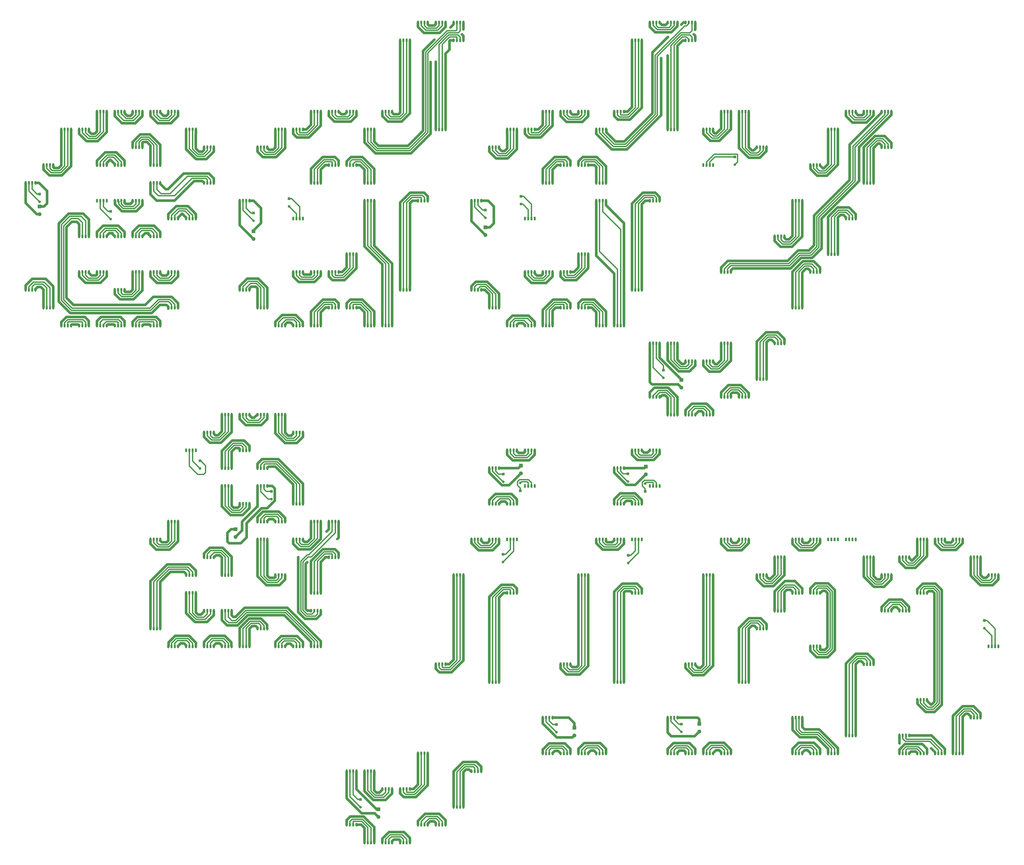
<source format=gbr>
G04 #@! TF.FileFunction,Copper,L2,Bot,Signal*
%FSLAX46Y46*%
G04 Gerber Fmt 4.6, Leading zero omitted, Abs format (unit mm)*
G04 Created by KiCad (PCBNEW 4.0.6) date Mon Jul 10 00:27:29 2017*
%MOMM*%
%LPD*%
G01*
G04 APERTURE LIST*
%ADD10C,0.100000*%
%ADD11O,1.524000X3.000000*%
%ADD12R,2.000000X2.000000*%
%ADD13O,2.000000X2.000000*%
%ADD14R,3.000000X3.000000*%
%ADD15O,3.000000X3.000000*%
%ADD16C,0.600000*%
%ADD17C,2.000000*%
%ADD18C,1.000000*%
G04 APERTURE END LIST*
D10*
D11*
X83254400Y-121111100D03*
X80714400Y-121111100D03*
X78174400Y-121111100D03*
X75634400Y-121111100D03*
X83254400Y-273888900D03*
X80714400Y-273888900D03*
X78174400Y-273888900D03*
X75634400Y-273888900D03*
X55476700Y-162777700D03*
X52936700Y-162777700D03*
X50396700Y-162777700D03*
X47856700Y-162777700D03*
X55476700Y-246111100D03*
X52936700Y-246111100D03*
X50396700Y-246111100D03*
X47856700Y-246111100D03*
X61745600Y-260000000D03*
X64285600Y-260000000D03*
X66825600Y-260000000D03*
X69365600Y-260000000D03*
X61745600Y-148888800D03*
X64285600Y-148888800D03*
X66825600Y-148888800D03*
X69365600Y-148888800D03*
X89523300Y-204444500D03*
X92063300Y-204444500D03*
X94603300Y-204444500D03*
X97143300Y-204444500D03*
X89523300Y-121111100D03*
X92063300Y-121111100D03*
X94603300Y-121111100D03*
X97143300Y-121111100D03*
X89523300Y-273888900D03*
X92063300Y-273888900D03*
X94603300Y-273888900D03*
X97143300Y-273888900D03*
X89523300Y-232222300D03*
X92063300Y-232222300D03*
X94603300Y-232222300D03*
X97143300Y-232222300D03*
X111032200Y-107222300D03*
X108492200Y-107222300D03*
X105952200Y-107222300D03*
X103412200Y-107222300D03*
X111032200Y-148888900D03*
X108492200Y-148888900D03*
X105952200Y-148888900D03*
X103412200Y-148888900D03*
X103412200Y-204444500D03*
X105952200Y-204444500D03*
X108492200Y-204444500D03*
X111032200Y-204444500D03*
X103412200Y-176666700D03*
X105952200Y-176666700D03*
X108492200Y-176666700D03*
X111032200Y-176666700D03*
X111032200Y-232222300D03*
X108492200Y-232222300D03*
X105952200Y-232222300D03*
X103412200Y-232222300D03*
X111032200Y-273888900D03*
X108492200Y-273888900D03*
X105952200Y-273888900D03*
X103412200Y-273888900D03*
X117301100Y-148888900D03*
X119841100Y-148888900D03*
X122381100Y-148888900D03*
X124921100Y-148888900D03*
X117301100Y-107222300D03*
X119841100Y-107222300D03*
X122381100Y-107222300D03*
X124921100Y-107222300D03*
X124921100Y-176666700D03*
X122381100Y-176666700D03*
X119841100Y-176666700D03*
X117301100Y-176666700D03*
X124921100Y-204444500D03*
X122381100Y-204444500D03*
X119841100Y-204444500D03*
X117301100Y-204444500D03*
X117301100Y-273888900D03*
X119841100Y-273888900D03*
X122381100Y-273888900D03*
X124921100Y-273888900D03*
X117301100Y-246111100D03*
X119841100Y-246111100D03*
X122381100Y-246111100D03*
X124921100Y-246111100D03*
X138810000Y-107222200D03*
X136270000Y-107222200D03*
X133730000Y-107222200D03*
X131190000Y-107222200D03*
X138810000Y-135000000D03*
X136270000Y-135000000D03*
X133730000Y-135000000D03*
X131190000Y-135000000D03*
X131190000Y-204444500D03*
X133730000Y-204444500D03*
X136270000Y-204444500D03*
X138810000Y-204444500D03*
X131190000Y-176666700D03*
X133730000Y-176666700D03*
X136270000Y-176666700D03*
X138810000Y-176666700D03*
X138810000Y-232222300D03*
X136270000Y-232222300D03*
X133730000Y-232222300D03*
X131190000Y-232222300D03*
X138810000Y-273888900D03*
X136270000Y-273888900D03*
X133730000Y-273888900D03*
X131190000Y-273888900D03*
X145078900Y-148888900D03*
X147618900Y-148888900D03*
X150158900Y-148888900D03*
X152698900Y-148888900D03*
X145078900Y-107222300D03*
X147618900Y-107222300D03*
X150158900Y-107222300D03*
X152698900Y-107222300D03*
X152698900Y-162777800D03*
X150158900Y-162777800D03*
X147618900Y-162777800D03*
X145078900Y-162777800D03*
X152698900Y-204444400D03*
X150158900Y-204444400D03*
X147618900Y-204444400D03*
X145078900Y-204444400D03*
X145078900Y-273888900D03*
X147618900Y-273888900D03*
X150158900Y-273888900D03*
X152698900Y-273888900D03*
X145078900Y-232222300D03*
X147618900Y-232222300D03*
X150158900Y-232222300D03*
X152698900Y-232222300D03*
X152698900Y-440555600D03*
X150158900Y-440555600D03*
X147618900Y-440555600D03*
X145078900Y-440555600D03*
X152698900Y-510000000D03*
X150158900Y-510000000D03*
X147618900Y-510000000D03*
X145078900Y-510000000D03*
X166587800Y-107222200D03*
X164047800Y-107222200D03*
X161507800Y-107222200D03*
X158967800Y-107222200D03*
X166587800Y-190555600D03*
X164047800Y-190555600D03*
X161507800Y-190555600D03*
X158967800Y-190555600D03*
X166587800Y-232222200D03*
X164047800Y-232222200D03*
X161507800Y-232222200D03*
X158967800Y-232222200D03*
X166587800Y-260000000D03*
X164047800Y-260000000D03*
X161507800Y-260000000D03*
X158967800Y-260000000D03*
X158967800Y-523888900D03*
X161507800Y-523888900D03*
X164047800Y-523888900D03*
X166587800Y-523888900D03*
X158967800Y-426666700D03*
X161507800Y-426666700D03*
X164047800Y-426666700D03*
X166587800Y-426666700D03*
X172856700Y-190555500D03*
X175396700Y-190555500D03*
X177936700Y-190555500D03*
X180476700Y-190555500D03*
X172856700Y-121111100D03*
X175396700Y-121111100D03*
X177936700Y-121111100D03*
X180476700Y-121111100D03*
X172856700Y-468333300D03*
X175396700Y-468333300D03*
X177936700Y-468333300D03*
X180476700Y-468333300D03*
X172856700Y-371111100D03*
X175396700Y-371111100D03*
X177936700Y-371111100D03*
X180476700Y-371111100D03*
X180476700Y-482222300D03*
X177936700Y-482222300D03*
X175396700Y-482222300D03*
X172856700Y-482222300D03*
X180476700Y-523888900D03*
X177936700Y-523888900D03*
X175396700Y-523888900D03*
X172856700Y-523888900D03*
X194365600Y-135000000D03*
X191825600Y-135000000D03*
X189285600Y-135000000D03*
X186745600Y-135000000D03*
X194365600Y-162777800D03*
X191825600Y-162777800D03*
X189285600Y-162777800D03*
X186745600Y-162777800D03*
X194365600Y-357222200D03*
X191825600Y-357222200D03*
X189285600Y-357222200D03*
X186745600Y-357222200D03*
X194365600Y-454444400D03*
X191825600Y-454444400D03*
X189285600Y-454444400D03*
X186745600Y-454444400D03*
X186745600Y-523888900D03*
X189285600Y-523888900D03*
X191825600Y-523888900D03*
X194365600Y-523888900D03*
X186745600Y-496111100D03*
X189285600Y-496111100D03*
X191825600Y-496111100D03*
X194365600Y-496111100D03*
X200634400Y-385000000D03*
X203174400Y-385000000D03*
X205714400Y-385000000D03*
X208254400Y-385000000D03*
X200634400Y-343333400D03*
X203174400Y-343333400D03*
X205714400Y-343333400D03*
X208254400Y-343333400D03*
X200634400Y-468333300D03*
X203174400Y-468333300D03*
X205714400Y-468333300D03*
X208254400Y-468333300D03*
X200634400Y-398888900D03*
X203174400Y-398888900D03*
X205714400Y-398888900D03*
X208254400Y-398888900D03*
X208254400Y-496111100D03*
X205714400Y-496111100D03*
X203174400Y-496111100D03*
X200634400Y-496111100D03*
X208254400Y-523888900D03*
X205714400Y-523888900D03*
X203174400Y-523888900D03*
X200634400Y-523888900D03*
X222143300Y-176666700D03*
X219603300Y-176666700D03*
X217063300Y-176666700D03*
X214523300Y-176666700D03*
X222143300Y-246111100D03*
X219603300Y-246111100D03*
X217063300Y-246111100D03*
X214523300Y-246111100D03*
X222143300Y-343333300D03*
X219603300Y-343333300D03*
X217063300Y-343333300D03*
X214523300Y-343333300D03*
X222143300Y-371111100D03*
X219603300Y-371111100D03*
X217063300Y-371111100D03*
X214523300Y-371111100D03*
X222143300Y-412777700D03*
X219603300Y-412777700D03*
X217063300Y-412777700D03*
X214523300Y-412777700D03*
X222143300Y-523888900D03*
X219603300Y-523888900D03*
X217063300Y-523888900D03*
X214523300Y-523888900D03*
X228412200Y-260000000D03*
X230952200Y-260000000D03*
X233492200Y-260000000D03*
X236032200Y-260000000D03*
X228412200Y-135000000D03*
X230952200Y-135000000D03*
X233492200Y-135000000D03*
X236032200Y-135000000D03*
X228412200Y-385000000D03*
X230952200Y-385000000D03*
X233492200Y-385000000D03*
X236032200Y-385000000D03*
X228412200Y-343333400D03*
X230952200Y-343333400D03*
X233492200Y-343333400D03*
X236032200Y-343333400D03*
X236032200Y-398888900D03*
X233492200Y-398888900D03*
X230952200Y-398888900D03*
X228412200Y-398888900D03*
X236032200Y-426666700D03*
X233492200Y-426666700D03*
X230952200Y-426666700D03*
X228412200Y-426666700D03*
X228412200Y-510000000D03*
X230952200Y-510000000D03*
X233492200Y-510000000D03*
X236032200Y-510000000D03*
X228412200Y-440555600D03*
X230952200Y-440555600D03*
X233492200Y-440555600D03*
X236032200Y-440555600D03*
X249921100Y-121111100D03*
X247381100Y-121111100D03*
X244841100Y-121111100D03*
X242301100Y-121111100D03*
X249921100Y-273888900D03*
X247381100Y-273888900D03*
X244841100Y-273888900D03*
X242301100Y-273888900D03*
X242301100Y-426666700D03*
X244841100Y-426666700D03*
X247381100Y-426666700D03*
X249921100Y-426666700D03*
X242301100Y-343333300D03*
X244841100Y-343333300D03*
X247381100Y-343333300D03*
X249921100Y-343333300D03*
X249921100Y-468333300D03*
X247381100Y-468333300D03*
X244841100Y-468333300D03*
X242301100Y-468333300D03*
X249921100Y-523888900D03*
X247381100Y-523888900D03*
X244841100Y-523888900D03*
X242301100Y-523888900D03*
X263810000Y-121111100D03*
X261270000Y-121111100D03*
X258730000Y-121111100D03*
X256190000Y-121111100D03*
X263810000Y-190555500D03*
X261270000Y-190555500D03*
X258730000Y-190555500D03*
X256190000Y-190555500D03*
X256190000Y-273888900D03*
X258730000Y-273888900D03*
X261270000Y-273888900D03*
X263810000Y-273888900D03*
X256190000Y-232222300D03*
X258730000Y-232222300D03*
X261270000Y-232222300D03*
X263810000Y-232222300D03*
X263810000Y-357222200D03*
X261270000Y-357222200D03*
X258730000Y-357222200D03*
X256190000Y-357222200D03*
X263810000Y-412777800D03*
X261270000Y-412777800D03*
X258730000Y-412777800D03*
X256190000Y-412777800D03*
X256190000Y-523888900D03*
X258730000Y-523888900D03*
X261270000Y-523888900D03*
X263810000Y-523888900D03*
X256190000Y-440555500D03*
X258730000Y-440555500D03*
X261270000Y-440555500D03*
X263810000Y-440555500D03*
X270078900Y-162777800D03*
X272618900Y-162777800D03*
X275158900Y-162777800D03*
X277698900Y-162777800D03*
X270078900Y-107222200D03*
X272618900Y-107222200D03*
X275158900Y-107222200D03*
X277698900Y-107222200D03*
X277698900Y-232222300D03*
X275158900Y-232222300D03*
X272618900Y-232222300D03*
X270078900Y-232222300D03*
X277698900Y-273888900D03*
X275158900Y-273888900D03*
X272618900Y-273888900D03*
X270078900Y-273888900D03*
X277698900Y-426666600D03*
X275158900Y-426666600D03*
X272618900Y-426666600D03*
X270078900Y-426666600D03*
X277698900Y-482222200D03*
X275158900Y-482222200D03*
X272618900Y-482222200D03*
X270078900Y-482222200D03*
X277698900Y-496111100D03*
X275158900Y-496111100D03*
X272618900Y-496111100D03*
X270078900Y-496111100D03*
X277698900Y-523888900D03*
X275158900Y-523888900D03*
X272618900Y-523888900D03*
X270078900Y-523888900D03*
X291587800Y-107222300D03*
X289047800Y-107222300D03*
X286507800Y-107222300D03*
X283967800Y-107222300D03*
X291587800Y-148888900D03*
X289047800Y-148888900D03*
X286507800Y-148888900D03*
X283967800Y-148888900D03*
X283967800Y-260000000D03*
X286507800Y-260000000D03*
X289047800Y-260000000D03*
X291587800Y-260000000D03*
X283967800Y-232222200D03*
X286507800Y-232222200D03*
X289047800Y-232222200D03*
X291587800Y-232222200D03*
X283967800Y-454444500D03*
X286507800Y-454444500D03*
X289047800Y-454444500D03*
X291587800Y-454444500D03*
X283967800Y-426666700D03*
X286507800Y-426666700D03*
X289047800Y-426666700D03*
X291587800Y-426666700D03*
X297856700Y-148888900D03*
X300396700Y-148888900D03*
X302936700Y-148888900D03*
X305476700Y-148888900D03*
X297856700Y-107222300D03*
X300396700Y-107222300D03*
X302936700Y-107222300D03*
X305476700Y-107222300D03*
X305476700Y-218333400D03*
X302936700Y-218333400D03*
X300396700Y-218333400D03*
X297856700Y-218333400D03*
X305476700Y-260000000D03*
X302936700Y-260000000D03*
X300396700Y-260000000D03*
X297856700Y-260000000D03*
X305476700Y-621111100D03*
X302936700Y-621111100D03*
X300396700Y-621111100D03*
X297856700Y-621111100D03*
X305476700Y-662777700D03*
X302936700Y-662777700D03*
X300396700Y-662777700D03*
X297856700Y-662777700D03*
X319365600Y-121111100D03*
X316825600Y-121111100D03*
X314285600Y-121111100D03*
X311745600Y-121111100D03*
X319365600Y-162777700D03*
X316825600Y-162777700D03*
X314285600Y-162777700D03*
X311745600Y-162777700D03*
X311745600Y-273888900D03*
X314285600Y-273888900D03*
X316825600Y-273888900D03*
X319365600Y-273888900D03*
X311745600Y-176666700D03*
X314285600Y-176666700D03*
X316825600Y-176666700D03*
X319365600Y-176666700D03*
X311745600Y-676666700D03*
X314285600Y-676666700D03*
X316825600Y-676666700D03*
X319365600Y-676666700D03*
X311745600Y-621111100D03*
X314285600Y-621111100D03*
X316825600Y-621111100D03*
X319365600Y-621111100D03*
X325634400Y-273888900D03*
X328174400Y-273888900D03*
X330714400Y-273888900D03*
X333254400Y-273888900D03*
X325634400Y-107222300D03*
X328174400Y-107222300D03*
X330714400Y-107222300D03*
X333254400Y-107222300D03*
X333254400Y-635000000D03*
X330714400Y-635000000D03*
X328174400Y-635000000D03*
X325634400Y-635000000D03*
X333254400Y-676666600D03*
X330714400Y-676666600D03*
X328174400Y-676666600D03*
X325634400Y-676666600D03*
X347143300Y-51666700D03*
X344603300Y-51666700D03*
X342063300Y-51666700D03*
X339523300Y-51666700D03*
X347143300Y-246111100D03*
X344603300Y-246111100D03*
X342063300Y-246111100D03*
X339523300Y-246111100D03*
X339523300Y-676666600D03*
X342063300Y-676666600D03*
X344603300Y-676666600D03*
X347143300Y-676666600D03*
X339523300Y-635000000D03*
X342063300Y-635000000D03*
X344603300Y-635000000D03*
X347143300Y-635000000D03*
X353412200Y-176666600D03*
X355952200Y-176666600D03*
X358492200Y-176666600D03*
X361032200Y-176666600D03*
X353412200Y-37777800D03*
X355952200Y-37777800D03*
X358492200Y-37777800D03*
X361032200Y-37777800D03*
X361032200Y-607222200D03*
X358492200Y-607222200D03*
X355952200Y-607222200D03*
X353412200Y-607222200D03*
X361032200Y-662777800D03*
X358492200Y-662777800D03*
X355952200Y-662777800D03*
X353412200Y-662777800D03*
X374921100Y-37777700D03*
X372381100Y-37777700D03*
X369841100Y-37777700D03*
X367301100Y-37777700D03*
X374921100Y-121111100D03*
X372381100Y-121111100D03*
X369841100Y-121111100D03*
X367301100Y-121111100D03*
X367301100Y-662777800D03*
X369841100Y-662777800D03*
X372381100Y-662777800D03*
X374921100Y-662777800D03*
X367301100Y-537777800D03*
X369841100Y-537777800D03*
X372381100Y-537777800D03*
X374921100Y-537777800D03*
X381190000Y-51666600D03*
X383730000Y-51666600D03*
X386270000Y-51666600D03*
X388810000Y-51666600D03*
X381190000Y-37777800D03*
X383730000Y-37777800D03*
X386270000Y-37777800D03*
X388810000Y-37777800D03*
X388810000Y-468333300D03*
X386270000Y-468333300D03*
X383730000Y-468333300D03*
X381190000Y-468333300D03*
X388810000Y-648888900D03*
X386270000Y-648888900D03*
X383730000Y-648888900D03*
X381190000Y-648888900D03*
X402698900Y-176666700D03*
X400158900Y-176666700D03*
X397618900Y-176666700D03*
X395078900Y-176666700D03*
X402698900Y-246111100D03*
X400158900Y-246111100D03*
X397618900Y-246111100D03*
X395078900Y-246111100D03*
X395078900Y-621111100D03*
X397618900Y-621111100D03*
X400158900Y-621111100D03*
X402698900Y-621111100D03*
X395078900Y-440555500D03*
X397618900Y-440555500D03*
X400158900Y-440555500D03*
X402698900Y-440555500D03*
X408967800Y-260000000D03*
X411507800Y-260000000D03*
X414047800Y-260000000D03*
X416587800Y-260000000D03*
X408967800Y-135000000D03*
X411507800Y-135000000D03*
X414047800Y-135000000D03*
X416587800Y-135000000D03*
X416587800Y-385000000D03*
X414047800Y-385000000D03*
X411507800Y-385000000D03*
X408967800Y-385000000D03*
X416587800Y-412777800D03*
X414047800Y-412777800D03*
X411507800Y-412777800D03*
X408967800Y-412777800D03*
X416587800Y-440555500D03*
X414047800Y-440555500D03*
X411507800Y-440555500D03*
X408967800Y-440555500D03*
X416587800Y-551666700D03*
X414047800Y-551666700D03*
X411507800Y-551666700D03*
X408967800Y-551666700D03*
X430476700Y-121111100D03*
X427936700Y-121111100D03*
X425396700Y-121111100D03*
X422856700Y-121111100D03*
X430476700Y-273888900D03*
X427936700Y-273888900D03*
X425396700Y-273888900D03*
X422856700Y-273888900D03*
X422856700Y-412777700D03*
X425396700Y-412777700D03*
X427936700Y-412777700D03*
X430476700Y-412777700D03*
X422856700Y-371111100D03*
X425396700Y-371111100D03*
X427936700Y-371111100D03*
X430476700Y-371111100D03*
X422856700Y-482222200D03*
X425396700Y-482222200D03*
X427936700Y-482222200D03*
X430476700Y-482222200D03*
X422856700Y-440555600D03*
X425396700Y-440555600D03*
X427936700Y-440555600D03*
X430476700Y-440555600D03*
X444365600Y-121111100D03*
X441825600Y-121111100D03*
X439285600Y-121111100D03*
X436745600Y-121111100D03*
X444365600Y-190555500D03*
X441825600Y-190555500D03*
X439285600Y-190555500D03*
X436745600Y-190555500D03*
X436745600Y-273888900D03*
X439285600Y-273888900D03*
X441825600Y-273888900D03*
X444365600Y-273888900D03*
X436745600Y-232222300D03*
X439285600Y-232222300D03*
X441825600Y-232222300D03*
X444365600Y-232222300D03*
X444365600Y-371111100D03*
X441825600Y-371111100D03*
X439285600Y-371111100D03*
X436745600Y-371111100D03*
X444365600Y-398888900D03*
X441825600Y-398888900D03*
X439285600Y-398888900D03*
X436745600Y-398888900D03*
X450634400Y-162777800D03*
X453174400Y-162777800D03*
X455714400Y-162777800D03*
X458254400Y-162777800D03*
X450634400Y-107222200D03*
X453174400Y-107222200D03*
X455714400Y-107222200D03*
X458254400Y-107222200D03*
X458254400Y-232222300D03*
X455714400Y-232222300D03*
X453174400Y-232222300D03*
X450634400Y-232222300D03*
X458254400Y-273888900D03*
X455714400Y-273888900D03*
X453174400Y-273888900D03*
X450634400Y-273888900D03*
X458254400Y-579444400D03*
X455714400Y-579444400D03*
X453174400Y-579444400D03*
X450634400Y-579444400D03*
X458254400Y-607222200D03*
X455714400Y-607222200D03*
X453174400Y-607222200D03*
X450634400Y-607222200D03*
X472143300Y-107222300D03*
X469603300Y-107222300D03*
X467063300Y-107222300D03*
X464523300Y-107222300D03*
X472143300Y-148888900D03*
X469603300Y-148888900D03*
X467063300Y-148888900D03*
X464523300Y-148888900D03*
X464523300Y-260000000D03*
X467063300Y-260000000D03*
X469603300Y-260000000D03*
X472143300Y-260000000D03*
X464523300Y-232222200D03*
X467063300Y-232222200D03*
X469603300Y-232222200D03*
X472143300Y-232222200D03*
X464523300Y-607222200D03*
X467063300Y-607222200D03*
X469603300Y-607222200D03*
X472143300Y-607222200D03*
X464523300Y-537777800D03*
X467063300Y-537777800D03*
X469603300Y-537777800D03*
X472143300Y-537777800D03*
X478412200Y-148888900D03*
X480952200Y-148888900D03*
X483492200Y-148888900D03*
X486032200Y-148888900D03*
X478412200Y-107222300D03*
X480952200Y-107222300D03*
X483492200Y-107222300D03*
X486032200Y-107222300D03*
X486032200Y-218333400D03*
X483492200Y-218333400D03*
X480952200Y-218333400D03*
X478412200Y-218333400D03*
X486032200Y-260000000D03*
X483492200Y-260000000D03*
X480952200Y-260000000D03*
X478412200Y-260000000D03*
X486032200Y-468333400D03*
X483492200Y-468333400D03*
X480952200Y-468333400D03*
X478412200Y-468333400D03*
X486032200Y-607222200D03*
X483492200Y-607222200D03*
X480952200Y-607222200D03*
X478412200Y-607222200D03*
X499921100Y-121111100D03*
X497381100Y-121111100D03*
X494841100Y-121111100D03*
X492301100Y-121111100D03*
X499921100Y-162777700D03*
X497381100Y-162777700D03*
X494841100Y-162777700D03*
X492301100Y-162777700D03*
X492301100Y-273888900D03*
X494841100Y-273888900D03*
X497381100Y-273888900D03*
X499921100Y-273888900D03*
X492301100Y-176666700D03*
X494841100Y-176666700D03*
X497381100Y-176666700D03*
X499921100Y-176666700D03*
X492301100Y-607222200D03*
X494841100Y-607222200D03*
X497381100Y-607222200D03*
X499921100Y-607222200D03*
X492301100Y-440555600D03*
X494841100Y-440555600D03*
X497381100Y-440555600D03*
X499921100Y-440555600D03*
X506190000Y-273888900D03*
X508730000Y-273888900D03*
X511270000Y-273888900D03*
X513810000Y-273888900D03*
X506190000Y-107222300D03*
X508730000Y-107222300D03*
X511270000Y-107222300D03*
X513810000Y-107222300D03*
X513810000Y-385000000D03*
X511270000Y-385000000D03*
X508730000Y-385000000D03*
X506190000Y-385000000D03*
X513810000Y-412777800D03*
X511270000Y-412777800D03*
X508730000Y-412777800D03*
X506190000Y-412777800D03*
X513810000Y-440555500D03*
X511270000Y-440555500D03*
X508730000Y-440555500D03*
X506190000Y-440555500D03*
X513810000Y-551666700D03*
X511270000Y-551666700D03*
X508730000Y-551666700D03*
X506190000Y-551666700D03*
X527698900Y-51666700D03*
X525158900Y-51666700D03*
X522618900Y-51666700D03*
X520078900Y-51666700D03*
X527698900Y-246111100D03*
X525158900Y-246111100D03*
X522618900Y-246111100D03*
X520078900Y-246111100D03*
X520078900Y-412777700D03*
X522618900Y-412777700D03*
X525158900Y-412777700D03*
X527698900Y-412777700D03*
X520078900Y-371111100D03*
X522618900Y-371111100D03*
X525158900Y-371111100D03*
X527698900Y-371111100D03*
X520078900Y-482222200D03*
X522618900Y-482222200D03*
X525158900Y-482222200D03*
X527698900Y-482222200D03*
X520078900Y-440555600D03*
X522618900Y-440555600D03*
X525158900Y-440555600D03*
X527698900Y-440555600D03*
X533967800Y-176666600D03*
X536507800Y-176666600D03*
X539047800Y-176666600D03*
X541587800Y-176666600D03*
X533967800Y-37777800D03*
X536507800Y-37777800D03*
X539047800Y-37777800D03*
X541587800Y-37777800D03*
X541587800Y-287777800D03*
X539047800Y-287777800D03*
X536507800Y-287777800D03*
X533967800Y-287777800D03*
X541587800Y-329444400D03*
X539047800Y-329444400D03*
X536507800Y-329444400D03*
X533967800Y-329444400D03*
X541587800Y-371111100D03*
X539047800Y-371111100D03*
X536507800Y-371111100D03*
X533967800Y-371111100D03*
X541587800Y-398888900D03*
X539047800Y-398888900D03*
X536507800Y-398888900D03*
X533967800Y-398888900D03*
X555476700Y-37777700D03*
X552936700Y-37777700D03*
X550396700Y-37777700D03*
X547856700Y-37777700D03*
X555476700Y-121111100D03*
X552936700Y-121111100D03*
X550396700Y-121111100D03*
X547856700Y-121111100D03*
X547856700Y-343333400D03*
X550396700Y-343333400D03*
X552936700Y-343333400D03*
X555476700Y-343333400D03*
X547856700Y-287777800D03*
X550396700Y-287777800D03*
X552936700Y-287777800D03*
X555476700Y-287777800D03*
X555476700Y-579444400D03*
X552936700Y-579444400D03*
X550396700Y-579444400D03*
X547856700Y-579444400D03*
X555476700Y-607222200D03*
X552936700Y-607222200D03*
X550396700Y-607222200D03*
X547856700Y-607222200D03*
X561745600Y-51666600D03*
X564285600Y-51666600D03*
X566825600Y-51666600D03*
X569365600Y-51666600D03*
X561745600Y-37777800D03*
X564285600Y-37777800D03*
X566825600Y-37777800D03*
X569365600Y-37777800D03*
X569365600Y-301666700D03*
X566825600Y-301666700D03*
X564285600Y-301666700D03*
X561745600Y-301666700D03*
X569365600Y-343333300D03*
X566825600Y-343333300D03*
X564285600Y-343333300D03*
X561745600Y-343333300D03*
X561745600Y-607222200D03*
X564285600Y-607222200D03*
X566825600Y-607222200D03*
X569365600Y-607222200D03*
X561745600Y-537777800D03*
X564285600Y-537777800D03*
X566825600Y-537777800D03*
X569365600Y-537777800D03*
X583254400Y-121111100D03*
X580714400Y-121111100D03*
X578174400Y-121111100D03*
X575634400Y-121111100D03*
X583254400Y-148888900D03*
X580714400Y-148888900D03*
X578174400Y-148888900D03*
X575634400Y-148888900D03*
X575634400Y-343333300D03*
X578174400Y-343333300D03*
X580714400Y-343333300D03*
X583254400Y-343333300D03*
X575634400Y-301666700D03*
X578174400Y-301666700D03*
X580714400Y-301666700D03*
X583254400Y-301666700D03*
X583254400Y-468333400D03*
X580714400Y-468333400D03*
X578174400Y-468333400D03*
X575634400Y-468333400D03*
X583254400Y-607222200D03*
X580714400Y-607222200D03*
X578174400Y-607222200D03*
X575634400Y-607222200D03*
X589523300Y-232222200D03*
X592063300Y-232222200D03*
X594603300Y-232222200D03*
X597143300Y-232222200D03*
X589523300Y-107222200D03*
X592063300Y-107222200D03*
X594603300Y-107222200D03*
X597143300Y-107222200D03*
X597143300Y-287777800D03*
X594603300Y-287777800D03*
X592063300Y-287777800D03*
X589523300Y-287777800D03*
X597143300Y-329444400D03*
X594603300Y-329444400D03*
X592063300Y-329444400D03*
X589523300Y-329444400D03*
X589523300Y-607222200D03*
X592063300Y-607222200D03*
X594603300Y-607222200D03*
X597143300Y-607222200D03*
X589523300Y-440555600D03*
X592063300Y-440555600D03*
X594603300Y-440555600D03*
X597143300Y-440555600D03*
X603412200Y-329444400D03*
X605952200Y-329444400D03*
X608492200Y-329444400D03*
X611032200Y-329444400D03*
X603412200Y-107222200D03*
X605952200Y-107222200D03*
X608492200Y-107222200D03*
X611032200Y-107222200D03*
X611032200Y-440555500D03*
X608492200Y-440555500D03*
X605952200Y-440555500D03*
X603412200Y-440555500D03*
X611032200Y-551666700D03*
X608492200Y-551666700D03*
X605952200Y-551666700D03*
X603412200Y-551666700D03*
X624921100Y-135000000D03*
X622381100Y-135000000D03*
X619841100Y-135000000D03*
X617301100Y-135000000D03*
X624921100Y-315555600D03*
X622381100Y-315555600D03*
X619841100Y-315555600D03*
X617301100Y-315555600D03*
X617301100Y-510000000D03*
X619841100Y-510000000D03*
X622381100Y-510000000D03*
X624921100Y-510000000D03*
X617301100Y-468333400D03*
X619841100Y-468333400D03*
X622381100Y-468333400D03*
X624921100Y-468333400D03*
X631190000Y-287777800D03*
X633730000Y-287777800D03*
X636270000Y-287777800D03*
X638810000Y-287777800D03*
X631190000Y-204444400D03*
X633730000Y-204444400D03*
X636270000Y-204444400D03*
X638810000Y-204444400D03*
X638810000Y-454444500D03*
X636270000Y-454444500D03*
X633730000Y-454444500D03*
X631190000Y-454444500D03*
X638810000Y-496111100D03*
X636270000Y-496111100D03*
X633730000Y-496111100D03*
X631190000Y-496111100D03*
X652698900Y-176666600D03*
X650158900Y-176666600D03*
X647618900Y-176666600D03*
X645078900Y-176666600D03*
X652698900Y-260000000D03*
X650158900Y-260000000D03*
X647618900Y-260000000D03*
X645078900Y-260000000D03*
X645078900Y-482222200D03*
X647618900Y-482222200D03*
X650158900Y-482222200D03*
X652698900Y-482222200D03*
X645078900Y-440555600D03*
X647618900Y-440555600D03*
X650158900Y-440555600D03*
X652698900Y-440555600D03*
X645078900Y-607222200D03*
X647618900Y-607222200D03*
X650158900Y-607222200D03*
X652698900Y-607222200D03*
X645078900Y-579444400D03*
X647618900Y-579444400D03*
X650158900Y-579444400D03*
X652698900Y-579444400D03*
X658967800Y-232222300D03*
X661507800Y-232222300D03*
X664047800Y-232222300D03*
X666587800Y-232222300D03*
X658967800Y-148888900D03*
X661507800Y-148888900D03*
X664047800Y-148888900D03*
X666587800Y-148888900D03*
X666587800Y-440555600D03*
X664047800Y-440555600D03*
X661507800Y-440555600D03*
X658967800Y-440555600D03*
X666587800Y-482222200D03*
X664047800Y-482222200D03*
X661507800Y-482222200D03*
X658967800Y-482222200D03*
X666587800Y-523888900D03*
X664047800Y-523888900D03*
X661507800Y-523888900D03*
X658967800Y-523888900D03*
X666587800Y-607222300D03*
X664047800Y-607222300D03*
X661507800Y-607222300D03*
X658967800Y-607222300D03*
X680476700Y-121111100D03*
X677936700Y-121111100D03*
X675396700Y-121111100D03*
X672856700Y-121111100D03*
X680476700Y-218333300D03*
X677936700Y-218333300D03*
X675396700Y-218333300D03*
X672856700Y-218333300D03*
X672856700Y-607222200D03*
X675396700Y-607222200D03*
X677936700Y-607222200D03*
X680476700Y-607222200D03*
X672856700Y-440555600D03*
X675396700Y-440555600D03*
X677936700Y-440555600D03*
X680476700Y-440555600D03*
X686745600Y-190555600D03*
X689285600Y-190555600D03*
X691825600Y-190555600D03*
X694365600Y-190555600D03*
X686745600Y-107222200D03*
X689285600Y-107222200D03*
X691825600Y-107222200D03*
X694365600Y-107222200D03*
X694365600Y-440555500D03*
X691825600Y-440555500D03*
X689285600Y-440555500D03*
X686745600Y-440555500D03*
X694365600Y-593333300D03*
X691825600Y-593333300D03*
X689285600Y-593333300D03*
X686745600Y-593333300D03*
X708254400Y-107222200D03*
X705714400Y-107222200D03*
X703174400Y-107222200D03*
X700634400Y-107222200D03*
X708254400Y-162777800D03*
X705714400Y-162777800D03*
X703174400Y-162777800D03*
X700634400Y-162777800D03*
X700634400Y-537777800D03*
X703174400Y-537777800D03*
X705714400Y-537777800D03*
X708254400Y-537777800D03*
X700634400Y-454444400D03*
X703174400Y-454444400D03*
X705714400Y-454444400D03*
X708254400Y-454444400D03*
X714523300Y-135000000D03*
X717063300Y-135000000D03*
X719603300Y-135000000D03*
X722143300Y-135000000D03*
X714523300Y-107222200D03*
X717063300Y-107222200D03*
X719603300Y-107222200D03*
X722143300Y-107222200D03*
X722143300Y-468333300D03*
X719603300Y-468333300D03*
X717063300Y-468333300D03*
X714523300Y-468333300D03*
X722143300Y-496111100D03*
X719603300Y-496111100D03*
X717063300Y-496111100D03*
X714523300Y-496111100D03*
X728412200Y-496111100D03*
X730952200Y-496111100D03*
X733492200Y-496111100D03*
X736032200Y-496111100D03*
X728412200Y-454444500D03*
X730952200Y-454444500D03*
X733492200Y-454444500D03*
X736032200Y-454444500D03*
X728412200Y-607222200D03*
X730952200Y-607222200D03*
X733492200Y-607222200D03*
X736032200Y-607222200D03*
X728412200Y-593333400D03*
X730952200Y-593333400D03*
X733492200Y-593333400D03*
X736032200Y-593333400D03*
X749921100Y-440555600D03*
X747381100Y-440555600D03*
X744841100Y-440555600D03*
X742301100Y-440555600D03*
X749921100Y-482222200D03*
X747381100Y-482222200D03*
X744841100Y-482222200D03*
X742301100Y-482222200D03*
X749921100Y-565555600D03*
X747381100Y-565555600D03*
X744841100Y-565555600D03*
X742301100Y-565555600D03*
X749921100Y-607222200D03*
X747381100Y-607222200D03*
X744841100Y-607222200D03*
X742301100Y-607222200D03*
X756190000Y-607222200D03*
X758730000Y-607222200D03*
X761270000Y-607222200D03*
X763810000Y-607222200D03*
X756190000Y-440555600D03*
X758730000Y-440555600D03*
X761270000Y-440555600D03*
X763810000Y-440555600D03*
X777698900Y-440555600D03*
X775158900Y-440555600D03*
X772618900Y-440555600D03*
X770078900Y-440555600D03*
X777698900Y-607222200D03*
X775158900Y-607222200D03*
X772618900Y-607222200D03*
X770078900Y-607222200D03*
X783967800Y-579444400D03*
X786507800Y-579444400D03*
X789047800Y-579444400D03*
X791587800Y-579444400D03*
X783967800Y-454444400D03*
X786507800Y-454444400D03*
X789047800Y-454444400D03*
X791587800Y-454444400D03*
X805476700Y-468333300D03*
X802936700Y-468333300D03*
X800396700Y-468333300D03*
X797856700Y-468333300D03*
X805476700Y-523888900D03*
X802936700Y-523888900D03*
X800396700Y-523888900D03*
X797856700Y-523888900D03*
D12*
X794512000Y-503682000D03*
D13*
X794512000Y-509714000D03*
D12*
X600202000Y-142494000D03*
D13*
X600202000Y-148526000D03*
D12*
X530352000Y-403098000D03*
D13*
X530352000Y-397066000D03*
D12*
X517144000Y-452882000D03*
D13*
X517144000Y-458914000D03*
D12*
X558546000Y-584454000D03*
D13*
X558546000Y-590486000D03*
D12*
X544576000Y-308610000D03*
D13*
X544576000Y-314642000D03*
D12*
X516890000Y-389382000D03*
D13*
X516890000Y-395414000D03*
D12*
X433070000Y-402590000D03*
D13*
X433070000Y-396558000D03*
D12*
X419608000Y-452120000D03*
D13*
X419608000Y-458152000D03*
D12*
X461264000Y-584708000D03*
D13*
X461264000Y-590740000D03*
D12*
X419862000Y-389636000D03*
D13*
X419862000Y-395668000D03*
D12*
X308610000Y-643128000D03*
D13*
X308610000Y-649160000D03*
D12*
X183642000Y-379222000D03*
D13*
X183642000Y-385254000D03*
D12*
X239268000Y-403098000D03*
D13*
X239268000Y-409130000D03*
D12*
X433578000Y-173228000D03*
D13*
X433578000Y-179260000D03*
D12*
X405892000Y-183896000D03*
D13*
X405892000Y-189928000D03*
D12*
X252984000Y-175006000D03*
D13*
X252984000Y-181038000D03*
D12*
X225298000Y-186182000D03*
D13*
X225298000Y-192214000D03*
D12*
X114046000Y-184912000D03*
D13*
X114046000Y-190944000D03*
D12*
X58674000Y-171450000D03*
D13*
X58674000Y-177482000D03*
D14*
X475234000Y-587248000D03*
D15*
X475234000Y-593280000D03*
D14*
X211328000Y-432562000D03*
D15*
X211328000Y-438594000D03*
D14*
X572516000Y-584200000D03*
D15*
X572516000Y-590232000D03*
D14*
X405892000Y-197358000D03*
D15*
X405892000Y-203390000D03*
D14*
X58674000Y-181102000D03*
D15*
X58674000Y-187134000D03*
D14*
X225298000Y-200406000D03*
D15*
X225298000Y-206438000D03*
D14*
X530860000Y-383794000D03*
D15*
X530860000Y-389826000D03*
D14*
X433578000Y-383032000D03*
D15*
X433578000Y-389064000D03*
D14*
X558546000Y-316230000D03*
D15*
X558546000Y-322262000D03*
D14*
X322580000Y-650748000D03*
D15*
X322580000Y-656780000D03*
D16*
X366163305Y-51203306D03*
X378714000Y-41656000D03*
X363220000Y-68580000D03*
X388810000Y-43116000D03*
X367301100Y-68343100D03*
X387604000Y-46990000D03*
X558546000Y-39370000D03*
X548132000Y-49022000D03*
X569214000Y-43434000D03*
X542798000Y-65532000D03*
X568198000Y-46990000D03*
X547878000Y-63500000D03*
X753110000Y-603250000D03*
X728472000Y-599440000D03*
X260137970Y-454364030D03*
X282194000Y-434340000D03*
X290576000Y-440182000D03*
X267208000Y-458216000D03*
D17*
X550672000Y-593852000D02*
X568896000Y-593852000D01*
X568896000Y-593852000D02*
X572516000Y-590232000D01*
X547856700Y-579444400D02*
X547856700Y-591036700D01*
X547856700Y-591036700D02*
X550672000Y-593852000D01*
X450634400Y-579444400D02*
X450634400Y-583958402D01*
X450634400Y-583958402D02*
X461455997Y-594779999D01*
X461455997Y-594779999D02*
X473734001Y-594779999D01*
X473734001Y-594779999D02*
X475234000Y-593280000D01*
X297856700Y-621111100D02*
X297856700Y-642254702D01*
X297856700Y-642254702D02*
X309479659Y-653877661D01*
X309479659Y-653877661D02*
X319677661Y-653877661D01*
X319677661Y-653877661D02*
X321080001Y-655280001D01*
X321080001Y-655280001D02*
X322580000Y-656780000D01*
X216408000Y-426720000D02*
X216408000Y-433514000D01*
X216408000Y-433514000D02*
X211328000Y-438594000D01*
X228158200Y-414969800D02*
X216408000Y-426720000D01*
X228412200Y-414969800D02*
X228158200Y-414969800D01*
X228412200Y-398888900D02*
X228412200Y-414969800D01*
X408967800Y-385000000D02*
X408967800Y-388500000D01*
X408967800Y-388500000D02*
X418735801Y-398268001D01*
X418735801Y-398268001D02*
X424373999Y-398268001D01*
X424373999Y-398268001D02*
X432078001Y-390563999D01*
X432078001Y-390563999D02*
X433578000Y-389064000D01*
X506190000Y-385000000D02*
X506190000Y-388500000D01*
X515704001Y-398014001D02*
X522671999Y-398014001D01*
X506190000Y-388500000D02*
X515704001Y-398014001D01*
X522671999Y-398014001D02*
X529360001Y-391325999D01*
X529360001Y-391325999D02*
X530860000Y-389826000D01*
X558546000Y-322262000D02*
X556051961Y-319767961D01*
X556051961Y-319767961D02*
X536467271Y-319767960D01*
X535667960Y-319767960D02*
X533967800Y-318067800D01*
X536467271Y-319767960D02*
X535667960Y-319767960D01*
X533967800Y-318067800D02*
X533967800Y-287777800D01*
X405892000Y-203390000D02*
X395078900Y-192576900D01*
X395078900Y-192576900D02*
X395078900Y-176666700D01*
X214523300Y-176666700D02*
X214523300Y-195663300D01*
X214523300Y-195663300D02*
X225298000Y-206438000D01*
X58674000Y-187134000D02*
X56552680Y-187134000D01*
X56552680Y-187134000D02*
X47856700Y-178438020D01*
X47856700Y-178438020D02*
X47856700Y-166277700D01*
X47856700Y-166277700D02*
X47856700Y-162777700D01*
X555476700Y-579444400D02*
X571260400Y-579444400D01*
X572516000Y-580700000D02*
X572516000Y-584200000D01*
X571260400Y-579444400D02*
X572516000Y-580700000D01*
X458254400Y-579444400D02*
X470930400Y-579444400D01*
X475234000Y-583748000D02*
X475234000Y-587248000D01*
X470930400Y-579444400D02*
X475234000Y-583748000D01*
X305476700Y-621111100D02*
X305476700Y-635114698D01*
X305476700Y-635114698D02*
X321110002Y-650748000D01*
X321110002Y-650748000D02*
X322580000Y-650748000D01*
X204978000Y-442214000D02*
X204978000Y-435412000D01*
X204978000Y-435412000D02*
X207828000Y-432562000D01*
X207828000Y-432562000D02*
X211328000Y-432562000D01*
X206248000Y-443484000D02*
X204978000Y-442214000D01*
X215392000Y-443484000D02*
X206248000Y-443484000D01*
X219964000Y-438912000D02*
X215392000Y-443484000D01*
X219964000Y-427937931D02*
X219964000Y-438912000D01*
X236032200Y-398888900D02*
X239938902Y-398888900D01*
X239938902Y-398888900D02*
X241868001Y-400817999D01*
X241868001Y-400817999D02*
X241868001Y-410378001D01*
X241868001Y-410378001D02*
X235958041Y-416287961D01*
X235958041Y-416287961D02*
X231613970Y-416287961D01*
X231613970Y-416287961D02*
X219964000Y-427937931D01*
X416587800Y-385000000D02*
X431610000Y-385000000D01*
X431610000Y-385000000D02*
X433578000Y-383032000D01*
X513810000Y-385000000D02*
X529654000Y-385000000D01*
X529654000Y-385000000D02*
X530860000Y-383794000D01*
X558546000Y-315976000D02*
X541587800Y-299017800D01*
X541587800Y-299017800D02*
X541587800Y-287777800D01*
X558546000Y-316230000D02*
X558546000Y-315976000D01*
X412496000Y-181102000D02*
X408060700Y-176666700D01*
X408060700Y-176666700D02*
X402698900Y-176666700D01*
X412496000Y-194254000D02*
X412496000Y-181102000D01*
X405892000Y-197358000D02*
X409392000Y-197358000D01*
X409392000Y-197358000D02*
X412496000Y-194254000D01*
X231140000Y-182372000D02*
X225434700Y-176666700D01*
X225434700Y-176666700D02*
X222143300Y-176666700D01*
X231140000Y-194056000D02*
X231140000Y-182372000D01*
X225298000Y-199898000D02*
X231140000Y-194056000D01*
X225298000Y-200406000D02*
X225298000Y-199898000D01*
X64516000Y-169055000D02*
X64516000Y-178760000D01*
X64516000Y-178760000D02*
X62174000Y-181102000D01*
X62174000Y-181102000D02*
X58674000Y-181102000D01*
X55476700Y-162777700D02*
X58238700Y-162777700D01*
X58238700Y-162777700D02*
X64516000Y-169055000D01*
D18*
X58674000Y-171450000D02*
X56674000Y-171450000D01*
X56674000Y-171450000D02*
X52936700Y-167712700D01*
X52936700Y-167712700D02*
X52936700Y-165277700D01*
X52936700Y-165277700D02*
X52936700Y-162777700D01*
X50396700Y-162777700D02*
X50396700Y-169204700D01*
X50396700Y-169204700D02*
X58674000Y-177482000D01*
X108492200Y-176666700D02*
X108492200Y-181358200D01*
X108492200Y-181358200D02*
X112046000Y-184912000D01*
X112046000Y-184912000D02*
X114046000Y-184912000D01*
X105952200Y-176666700D02*
X105952200Y-182850200D01*
X105952200Y-182850200D02*
X114046000Y-190944000D01*
D17*
X59690000Y-243840000D02*
X61745600Y-245895600D01*
X61745600Y-245895600D02*
X61745600Y-260000000D01*
X57150000Y-243840000D02*
X59690000Y-243840000D01*
X55476700Y-245513300D02*
X57150000Y-243840000D01*
X55476700Y-246111100D02*
X55476700Y-245513300D01*
D18*
X64285600Y-257500000D02*
X64285600Y-260000000D01*
X61290011Y-241630011D02*
X64285600Y-244625600D01*
X64285600Y-244625600D02*
X64285600Y-257500000D01*
X52936700Y-243611100D02*
X54917789Y-241630011D01*
X52936700Y-246111100D02*
X52936700Y-243611100D01*
X54917789Y-241630011D02*
X61290011Y-241630011D01*
X62230000Y-240030000D02*
X66825600Y-244625600D01*
X66825600Y-244625600D02*
X66825600Y-260000000D01*
X53977800Y-240030000D02*
X62230000Y-240030000D01*
X50396700Y-246111100D02*
X50396700Y-243611100D01*
X50396700Y-243611100D02*
X53977800Y-240030000D01*
D17*
X63500000Y-237490000D02*
X69365600Y-243355600D01*
X69365600Y-243355600D02*
X69365600Y-260000000D01*
X52977800Y-237490000D02*
X63500000Y-237490000D01*
X47856700Y-246111100D02*
X47856700Y-242611100D01*
X47856700Y-242611100D02*
X52977800Y-237490000D01*
X83254400Y-121111100D02*
X83254400Y-149738079D01*
X83254400Y-149738079D02*
X76062451Y-156930028D01*
X76062451Y-156930028D02*
X66286828Y-156930028D01*
X66286828Y-156930028D02*
X61745600Y-152388800D01*
X61745600Y-152388800D02*
X61745600Y-148888800D01*
D18*
X75192598Y-154830019D02*
X67726819Y-154830019D01*
X67726819Y-154830019D02*
X64285600Y-151388800D01*
X64285600Y-151388800D02*
X64285600Y-148888800D01*
X80714400Y-121111100D02*
X80714400Y-149308217D01*
X80714400Y-149308217D02*
X75192598Y-154830019D01*
X78174400Y-121111100D02*
X78174400Y-149585462D01*
X78174400Y-149585462D02*
X74529853Y-153230009D01*
X74529853Y-153230009D02*
X68666809Y-153230009D01*
X68666809Y-153230009D02*
X66825600Y-151388800D01*
X66825600Y-151388800D02*
X66825600Y-148888800D01*
D17*
X69365600Y-148888800D02*
X69365600Y-150427186D01*
X69365600Y-150427186D02*
X70068414Y-151130000D01*
X70068414Y-151130000D02*
X73660000Y-151130000D01*
X73660000Y-151130000D02*
X75634400Y-149155600D01*
X75634400Y-149155600D02*
X75634400Y-121111100D01*
X83254400Y-273888900D02*
X83254400Y-273615600D01*
X83254400Y-273615600D02*
X83820000Y-273050000D01*
X83820000Y-273050000D02*
X88684400Y-273050000D01*
X88684400Y-273050000D02*
X89523300Y-273888900D01*
D18*
X80714400Y-273888900D02*
X80714400Y-271388900D01*
X80714400Y-271388900D02*
X81153310Y-270949990D01*
X81153310Y-270949990D02*
X91624390Y-270949990D01*
X91624390Y-270949990D02*
X92063300Y-271388900D01*
X92063300Y-271388900D02*
X92063300Y-273888900D01*
X78174400Y-273888900D02*
X78174400Y-271666145D01*
X78174400Y-271666145D02*
X80490565Y-269349980D01*
X80490565Y-269349980D02*
X92564380Y-269349980D01*
X92564380Y-269349980D02*
X94603300Y-271388900D01*
X94603300Y-271388900D02*
X94603300Y-273888900D01*
D17*
X75634400Y-273888900D02*
X75634400Y-271236283D01*
X96965310Y-270210910D02*
X96965310Y-273710910D01*
X75634400Y-271236283D02*
X79620712Y-267249971D01*
X79620712Y-267249971D02*
X94004371Y-267249971D01*
X94004371Y-267249971D02*
X96965310Y-270210910D01*
X96965310Y-273710910D02*
X97143300Y-273888900D01*
X89523300Y-204444500D02*
X89523300Y-194933300D01*
X87630000Y-193040000D02*
X83820000Y-193040000D01*
X89523300Y-194933300D02*
X87630000Y-193040000D01*
X79570010Y-197289990D02*
X79570010Y-252290010D01*
X83820000Y-193040000D02*
X79570010Y-197289990D01*
X79570010Y-252290010D02*
X85090000Y-257810000D01*
X147210020Y-251569980D02*
X161657780Y-251569980D01*
X85090000Y-257810000D02*
X140970000Y-257810000D01*
X140970000Y-257810000D02*
X147210020Y-251569980D01*
X161657780Y-251569980D02*
X166587800Y-256500000D01*
X166587800Y-256500000D02*
X166587800Y-260000000D01*
D18*
X164047800Y-260000000D02*
X164047800Y-257500000D01*
X77470000Y-253847384D02*
X77470000Y-196420138D01*
X164047800Y-257500000D02*
X160217790Y-253669990D01*
X160217790Y-253669990D02*
X151307393Y-253669990D01*
X151307393Y-253669990D02*
X144627383Y-260350000D01*
X83972616Y-260350000D02*
X77470000Y-253847384D01*
X144627383Y-260350000D02*
X83972616Y-260350000D01*
X77470000Y-196420138D02*
X83390138Y-190500000D01*
X83390138Y-190500000D02*
X88900000Y-190500000D01*
X88900000Y-190500000D02*
X92063300Y-193663300D01*
X92063300Y-193663300D02*
X92063300Y-204444500D01*
X83820000Y-188790010D02*
X82149852Y-188790010D01*
X82149852Y-188790010D02*
X75760010Y-195179852D01*
X75760010Y-254400148D02*
X83419852Y-262059990D01*
X75760010Y-195179852D02*
X75760010Y-254400148D01*
X151970138Y-255270000D02*
X159277800Y-255270000D01*
X83419852Y-262059990D02*
X145180148Y-262059990D01*
X145180148Y-262059990D02*
X151970138Y-255270000D01*
X159277800Y-255270000D02*
X161507800Y-257500000D01*
X161507800Y-257500000D02*
X161507800Y-260000000D01*
X82989990Y-188790010D02*
X83820000Y-188790010D01*
X83820000Y-188790010D02*
X91000010Y-188790010D01*
X94603300Y-192393300D02*
X94603300Y-201944500D01*
X91000010Y-188790010D02*
X94603300Y-192393300D01*
X94603300Y-201944500D02*
X94603300Y-204444500D01*
D17*
X158967800Y-260000000D02*
X158967800Y-259297800D01*
X158967800Y-259297800D02*
X157480000Y-257810000D01*
X146050000Y-264160000D02*
X82550000Y-264160000D01*
X157480000Y-257810000D02*
X152400000Y-257810000D01*
X152400000Y-257810000D02*
X146050000Y-264160000D01*
X97143300Y-191123300D02*
X97143300Y-204444500D01*
X82550000Y-264160000D02*
X73660000Y-255270000D01*
X73660000Y-255270000D02*
X73660000Y-194310000D01*
X73660000Y-194310000D02*
X81280000Y-186690000D01*
X81280000Y-186690000D02*
X92710000Y-186690000D01*
X92710000Y-186690000D02*
X97143300Y-191123300D01*
X158967800Y-260000000D02*
X158967800Y-260738000D01*
X89523300Y-121111100D02*
X89523300Y-124611100D01*
X111032200Y-110722300D02*
X111032200Y-107222300D01*
X89523300Y-124611100D02*
X95172227Y-130260027D01*
X104002452Y-130260026D02*
X111032200Y-123230278D01*
X95172227Y-130260027D02*
X104002452Y-130260026D01*
X111032200Y-123230278D02*
X111032200Y-110722300D01*
D18*
X92063300Y-121111100D02*
X92063300Y-123611100D01*
X92063300Y-123611100D02*
X96612217Y-128160017D01*
X96612217Y-128160017D02*
X103132599Y-128160017D01*
X103132599Y-128160017D02*
X108492200Y-122800416D01*
X108492200Y-122800416D02*
X108492200Y-109722300D01*
X108492200Y-109722300D02*
X108492200Y-107222300D01*
X94603300Y-121111100D02*
X94603300Y-123611100D01*
X94603300Y-123611100D02*
X97552210Y-126560010D01*
X97552210Y-126560010D02*
X102469853Y-126560009D01*
X102469853Y-126560009D02*
X105952200Y-123077662D01*
X105952200Y-123077662D02*
X105952200Y-109722300D01*
X105952200Y-109722300D02*
X105952200Y-107222300D01*
D17*
X101600000Y-124460000D02*
X103412200Y-122647800D01*
X103412200Y-122647800D02*
X103412200Y-107222300D01*
X98953814Y-124460000D02*
X101600000Y-124460000D01*
X97143300Y-121111100D02*
X97143300Y-122649486D01*
X97143300Y-122649486D02*
X98953814Y-124460000D01*
X89523300Y-232222300D02*
X89523300Y-235722300D01*
X89523300Y-235722300D02*
X94478028Y-240677028D01*
X94478028Y-240677028D02*
X106077472Y-240677028D01*
X106077472Y-240677028D02*
X111032200Y-235722300D01*
X111032200Y-235722300D02*
X111032200Y-232222300D01*
D18*
X92063300Y-232222300D02*
X92063300Y-234722300D01*
X92063300Y-234722300D02*
X95918019Y-238577019D01*
X95918019Y-238577019D02*
X104637481Y-238577019D01*
X104637481Y-238577019D02*
X108492200Y-234722300D01*
X108492200Y-234722300D02*
X108492200Y-232222300D01*
X105952200Y-234722300D02*
X105952200Y-232222300D01*
X94603300Y-232222300D02*
X94603300Y-234722300D01*
X94603300Y-234722300D02*
X96858009Y-236977009D01*
X96858009Y-236977009D02*
X103697491Y-236977009D01*
X103697491Y-236977009D02*
X105952200Y-234722300D01*
D17*
X99060000Y-234877000D02*
X102651866Y-234877000D01*
X102651866Y-234877000D02*
X103412200Y-234116666D01*
X103412200Y-234116666D02*
X103412200Y-232222300D01*
X97143300Y-232222300D02*
X97143300Y-232960300D01*
X97143300Y-232960300D02*
X99060000Y-234877000D01*
X113930200Y-144780000D02*
X117301100Y-148150900D01*
X117301100Y-148150900D02*
X117301100Y-148888900D01*
X113602714Y-144780000D02*
X113930200Y-144780000D01*
X111032200Y-148888900D02*
X111032200Y-147350514D01*
X111032200Y-147350514D02*
X113602714Y-144780000D01*
D18*
X108492200Y-148888900D02*
X108492200Y-146388900D01*
X108492200Y-146388900D02*
X112201109Y-142679991D01*
X112201109Y-142679991D02*
X116132191Y-142679991D01*
X116132191Y-142679991D02*
X119841100Y-146388900D01*
X119841100Y-146388900D02*
X119841100Y-148888900D01*
X105952200Y-148888900D02*
X105952200Y-146388900D01*
X105952200Y-146388900D02*
X111261119Y-141079981D01*
X111261119Y-141079981D02*
X117072181Y-141079981D01*
X117072181Y-141079981D02*
X122381100Y-146388900D01*
X122381100Y-146388900D02*
X122381100Y-148888900D01*
D17*
X103412200Y-148888900D02*
X103412200Y-145388900D01*
X103412200Y-145388900D02*
X109821128Y-138979972D01*
X118512172Y-138979972D02*
X124921100Y-145388900D01*
X109821128Y-138979972D02*
X118512172Y-138979972D01*
X124921100Y-145388900D02*
X124921100Y-148888900D01*
X103412200Y-204444500D02*
X103412200Y-200944500D01*
X103412200Y-200944500D02*
X108226729Y-196129971D01*
X108226729Y-196129971D02*
X120106571Y-196129971D01*
X120106571Y-196129971D02*
X124921100Y-200944500D01*
X124921100Y-200944500D02*
X124921100Y-204444500D01*
D18*
X105952200Y-204444500D02*
X105952200Y-201944500D01*
X105952200Y-201944500D02*
X109666720Y-198229980D01*
X109666720Y-198229980D02*
X118666580Y-198229980D01*
X118666580Y-198229980D02*
X122381100Y-201944500D01*
X122381100Y-201944500D02*
X122381100Y-204444500D01*
X108492200Y-204444500D02*
X108492200Y-201944500D01*
X108492200Y-201944500D02*
X110606710Y-199829990D01*
X110606710Y-199829990D02*
X117726590Y-199829990D01*
X117726590Y-199829990D02*
X119841100Y-201944500D01*
X119841100Y-201944500D02*
X119841100Y-204444500D01*
D17*
X115570000Y-201930000D02*
X115570000Y-202713400D01*
X115570000Y-202713400D02*
X117301100Y-204444500D01*
X113030000Y-201930000D02*
X115570000Y-201930000D01*
X111032200Y-203927800D02*
X113030000Y-201930000D01*
X111032200Y-204444500D02*
X111032200Y-203927800D01*
X111032200Y-273888900D02*
X111032200Y-273777800D01*
X111032200Y-273777800D02*
X111760000Y-273050000D01*
X111760000Y-273050000D02*
X116462200Y-273050000D01*
X116462200Y-273050000D02*
X117301100Y-273888900D01*
D18*
X108492200Y-273888900D02*
X108492200Y-273057621D01*
X108492200Y-273057621D02*
X110599831Y-270949990D01*
X110599831Y-270949990D02*
X119402190Y-270949990D01*
X119402190Y-270949990D02*
X119841100Y-271388900D01*
X119841100Y-271388900D02*
X119841100Y-273888900D01*
X105952200Y-273888900D02*
X105952200Y-271388900D01*
X105952200Y-271388900D02*
X107991120Y-269349980D01*
X107991120Y-269349980D02*
X120342180Y-269349980D01*
X120342180Y-269349980D02*
X122381100Y-271388900D01*
X122381100Y-271388900D02*
X122381100Y-273888900D01*
D17*
X103412200Y-273888900D02*
X103412200Y-270388900D01*
X103412200Y-270388900D02*
X106551129Y-267249971D01*
X106551129Y-267249971D02*
X121782171Y-267249971D01*
X121782171Y-267249971D02*
X124921100Y-270388900D01*
X124921100Y-270388900D02*
X124921100Y-273888900D01*
X117301100Y-107222300D02*
X117301100Y-110722300D01*
X117301100Y-110722300D02*
X122868828Y-116290028D01*
X122868828Y-116290028D02*
X133242172Y-116290028D01*
X133242172Y-116290028D02*
X138810000Y-110722200D01*
X138810000Y-110722200D02*
X138810000Y-107222200D01*
D18*
X119841100Y-107222300D02*
X119841100Y-109722300D01*
X119841100Y-109722300D02*
X124308819Y-114190019D01*
X124308819Y-114190019D02*
X131802181Y-114190019D01*
X131802181Y-114190019D02*
X136270000Y-109722200D01*
X136270000Y-109722200D02*
X136270000Y-107222200D01*
X122381100Y-107222300D02*
X122381100Y-108840962D01*
X122381100Y-108840962D02*
X126130147Y-112590009D01*
X126130147Y-112590009D02*
X130862191Y-112590009D01*
X130862191Y-112590009D02*
X133730000Y-109722200D01*
X133730000Y-109722200D02*
X133730000Y-107222200D01*
D17*
X129540000Y-110490000D02*
X131190000Y-108840000D01*
X131190000Y-108840000D02*
X131190000Y-107222200D01*
X127000000Y-110490000D02*
X129540000Y-110490000D01*
X124921100Y-108411100D02*
X127000000Y-110490000D01*
X124921100Y-107222300D02*
X124921100Y-108411100D01*
X129540000Y-179070000D02*
X125730000Y-179070000D01*
X125730000Y-179070000D02*
X124921100Y-178261100D01*
X124921100Y-178261100D02*
X124921100Y-176666700D01*
X131190000Y-177420000D02*
X129540000Y-179070000D01*
X131190000Y-176666700D02*
X131190000Y-177420000D01*
D18*
X133730000Y-176666700D02*
X133730000Y-179166700D01*
X133730000Y-179166700D02*
X131726691Y-181170009D01*
X131726691Y-181170009D02*
X124384409Y-181170009D01*
X124384409Y-181170009D02*
X122381100Y-179166700D01*
X122381100Y-179166700D02*
X122381100Y-176666700D01*
X136270000Y-176666700D02*
X136270000Y-179166700D01*
X132666681Y-182770019D02*
X123721665Y-182770019D01*
X120519090Y-177344690D02*
X119841100Y-176666700D01*
X136270000Y-179166700D02*
X132666681Y-182770019D01*
X120519090Y-179567444D02*
X120519090Y-177344690D01*
X123721665Y-182770019D02*
X120519090Y-179567444D01*
D17*
X138810000Y-176666700D02*
X138810000Y-180166700D01*
X138810000Y-180166700D02*
X134106672Y-184870028D01*
X134106672Y-184870028D02*
X122851812Y-184870028D01*
X122851812Y-184870028D02*
X117479090Y-179497306D01*
X117479090Y-179497306D02*
X117479090Y-176844690D01*
X117479090Y-176844690D02*
X117301100Y-176666700D01*
X117301100Y-246111100D02*
X117301100Y-249381100D01*
X117301100Y-249381100D02*
X121370027Y-253450027D01*
X131942452Y-253450026D02*
X138810000Y-246582478D01*
X121370027Y-253450027D02*
X131942452Y-253450026D01*
X138810000Y-246582478D02*
X138810000Y-235722300D01*
X138810000Y-235722300D02*
X138810000Y-232222300D01*
D18*
X119841100Y-246111100D02*
X119841100Y-248611100D01*
X119841100Y-248611100D02*
X122580017Y-251350017D01*
X122580017Y-251350017D02*
X131072599Y-251350017D01*
X131072599Y-251350017D02*
X136270000Y-246152616D01*
X136270000Y-246152616D02*
X136270000Y-234722300D01*
X136270000Y-234722300D02*
X136270000Y-232222300D01*
X122381100Y-246111100D02*
X122381100Y-248611100D01*
X122381100Y-248611100D02*
X123520010Y-249750010D01*
X133730000Y-246429862D02*
X133730000Y-234722300D01*
X123520010Y-249750010D02*
X130409853Y-249750009D01*
X130409853Y-249750009D02*
X133730000Y-246429862D01*
X133730000Y-234722300D02*
X133730000Y-232222300D01*
D17*
X129540000Y-247650000D02*
X131190000Y-246000000D01*
X131190000Y-246000000D02*
X131190000Y-232222300D01*
X125382200Y-247650000D02*
X129540000Y-247650000D01*
X124921100Y-246111100D02*
X124921100Y-247188900D01*
X124921100Y-247188900D02*
X125382200Y-247650000D01*
X142240000Y-130810000D02*
X145078900Y-133648900D01*
X145078900Y-133648900D02*
X145078900Y-148888900D01*
X139500000Y-130810000D02*
X142240000Y-130810000D01*
X138810000Y-135000000D02*
X138810000Y-131500000D01*
X138810000Y-131500000D02*
X139500000Y-130810000D01*
D18*
X136270000Y-135000000D02*
X136270000Y-131070138D01*
X136270000Y-131070138D02*
X138630148Y-128709990D01*
X147618900Y-133219038D02*
X147618900Y-146388900D01*
X138630148Y-128709990D02*
X143109853Y-128709991D01*
X143109853Y-128709991D02*
X147618900Y-133219038D01*
X147618900Y-146388900D02*
X147618900Y-148888900D01*
X133730000Y-135000000D02*
X133730000Y-131347384D01*
X133730000Y-131347384D02*
X137967404Y-127109981D01*
X137967404Y-127109981D02*
X143772599Y-127109983D01*
X143772599Y-127109983D02*
X150158900Y-133496284D01*
X150158900Y-133496284D02*
X150158900Y-146388900D01*
X150158900Y-146388900D02*
X150158900Y-148888900D01*
D17*
X131190000Y-135000000D02*
X131190000Y-130917523D01*
X131190000Y-130917523D02*
X137097553Y-125009972D01*
X152698900Y-145388900D02*
X152698900Y-148888900D01*
X137097553Y-125009972D02*
X144642452Y-125009974D01*
X144642452Y-125009974D02*
X152698900Y-133066422D01*
X152698900Y-133066422D02*
X152698900Y-145388900D01*
X131190000Y-204444500D02*
X131190000Y-200944500D01*
X131190000Y-200944500D02*
X136004529Y-196129971D01*
X136004529Y-196129971D02*
X147884471Y-196129971D01*
X147884471Y-196129971D02*
X152698900Y-200944400D01*
X152698900Y-200944400D02*
X152698900Y-204444400D01*
D18*
X133730000Y-204444500D02*
X133730000Y-201944500D01*
X133730000Y-201944500D02*
X137444520Y-198229980D01*
X137444520Y-198229980D02*
X146444480Y-198229980D01*
X150158900Y-201944400D02*
X150158900Y-204444400D01*
X146444480Y-198229980D02*
X150158900Y-201944400D01*
X136270000Y-204444500D02*
X136270000Y-201944500D01*
X136270000Y-201944500D02*
X138384510Y-199829990D01*
X138384510Y-199829990D02*
X145504490Y-199829990D01*
X145504490Y-199829990D02*
X147618900Y-201944400D01*
X147618900Y-201944400D02*
X147618900Y-204444400D01*
D17*
X143510000Y-201930000D02*
X143510000Y-202875500D01*
X143510000Y-202875500D02*
X145078900Y-204444400D01*
X140970000Y-201930000D02*
X143510000Y-201930000D01*
X138810000Y-204090000D02*
X140970000Y-201930000D01*
X138810000Y-204444500D02*
X138810000Y-204090000D01*
X138810000Y-273888900D02*
X138861100Y-273888900D01*
X138861100Y-273888900D02*
X139700000Y-273050000D01*
X139700000Y-273050000D02*
X144240000Y-273050000D01*
X144240000Y-273050000D02*
X145078900Y-273888900D01*
D18*
X136270000Y-273888900D02*
X136270000Y-271388900D01*
X136270000Y-271388900D02*
X136708910Y-270949990D01*
X136708910Y-270949990D02*
X147179990Y-270949990D01*
X147179990Y-270949990D02*
X147618900Y-271388900D01*
X147618900Y-271388900D02*
X147618900Y-273888900D01*
X133730000Y-273888900D02*
X133730000Y-271388900D01*
X133730000Y-271388900D02*
X135768920Y-269349980D01*
X135768920Y-269349980D02*
X148699980Y-269349980D01*
X148699980Y-269349980D02*
X150158900Y-270808900D01*
X150158900Y-270808900D02*
X150158900Y-271388900D01*
X150158900Y-271388900D02*
X150158900Y-273888900D01*
D17*
X131190000Y-273888900D02*
X131190000Y-270959038D01*
X134899068Y-267249970D02*
X149569833Y-267249971D01*
X149569833Y-267249971D02*
X152698900Y-270379038D01*
X131190000Y-270959038D02*
X134899068Y-267249970D01*
X152698900Y-270379038D02*
X152698900Y-270388900D01*
X152698900Y-270388900D02*
X152698900Y-273888900D01*
X145078900Y-107222300D02*
X145078900Y-110722300D01*
X145078900Y-110722300D02*
X150646628Y-116290028D01*
X150646628Y-116290028D02*
X161019972Y-116290028D01*
X161019972Y-116290028D02*
X166587800Y-110722200D01*
X166587800Y-110722200D02*
X166587800Y-107222200D01*
D18*
X147618900Y-107222300D02*
X147618900Y-109722300D01*
X147618900Y-109722300D02*
X152086619Y-114190019D01*
X152086619Y-114190019D02*
X159579981Y-114190019D01*
X159579981Y-114190019D02*
X164047800Y-109722200D01*
X164047800Y-109722200D02*
X164047800Y-107222200D01*
X150158900Y-107222300D02*
X150158900Y-109722300D01*
X150158900Y-109722300D02*
X153026609Y-112590009D01*
X153026609Y-112590009D02*
X158639991Y-112590009D01*
X158639991Y-112590009D02*
X161507800Y-109722200D01*
X161507800Y-109722200D02*
X161507800Y-107222200D01*
D17*
X157480000Y-110490000D02*
X158967800Y-109002200D01*
X158967800Y-109002200D02*
X158967800Y-107222200D01*
X155228600Y-110490000D02*
X157480000Y-110490000D01*
X152698900Y-107222300D02*
X152698900Y-107960300D01*
X152698900Y-107960300D02*
X155228600Y-110490000D01*
X190577771Y-155489971D02*
X170900029Y-155489971D01*
X194365600Y-162777800D02*
X194365600Y-159277800D01*
X170900029Y-155489971D02*
X158750000Y-167640000D01*
X152698900Y-163515800D02*
X152698900Y-162777800D01*
X194365600Y-159277800D02*
X190577771Y-155489971D01*
X156823100Y-167640000D02*
X152698900Y-163515800D01*
X158750000Y-167640000D02*
X156823100Y-167640000D01*
D18*
X191825600Y-162777800D02*
X191825600Y-160277800D01*
X189137781Y-157589981D02*
X173880019Y-157589981D01*
X150158900Y-165277800D02*
X150158900Y-162777800D01*
X191825600Y-160277800D02*
X189137781Y-157589981D01*
X150158900Y-167938900D02*
X150158900Y-165277800D01*
X173880019Y-157589981D02*
X160350010Y-171119990D01*
X160350010Y-171119990D02*
X153339990Y-171119990D01*
X153339990Y-171119990D02*
X150158900Y-167938900D01*
X151130000Y-172720000D02*
X147618900Y-169208900D01*
X147618900Y-169208900D02*
X147618900Y-162777800D01*
X163830000Y-172720000D02*
X151130000Y-172720000D01*
X177360009Y-159189991D02*
X163830000Y-172720000D01*
X189285600Y-162777800D02*
X189285600Y-160277800D01*
X189285600Y-160277800D02*
X188197791Y-159189991D01*
X188197791Y-159189991D02*
X177360009Y-159189991D01*
D17*
X149860000Y-176530000D02*
X145078900Y-171748900D01*
X145078900Y-171748900D02*
X145078900Y-166277800D01*
X145078900Y-166277800D02*
X145078900Y-162777800D01*
X163830000Y-176530000D02*
X149860000Y-176530000D01*
X179070000Y-161290000D02*
X163830000Y-176530000D01*
X185420000Y-161290000D02*
X179070000Y-161290000D01*
X186745600Y-162615600D02*
X185420000Y-161290000D01*
X186745600Y-162777800D02*
X186745600Y-162615600D01*
X145078900Y-232222300D02*
X145078900Y-235722300D01*
X145078900Y-235722300D02*
X150106629Y-240750029D01*
X150106629Y-240750029D02*
X161559971Y-240750029D01*
X161559971Y-240750029D02*
X166587800Y-235722200D01*
X166587800Y-235722200D02*
X166587800Y-232222200D01*
D18*
X147618900Y-232222300D02*
X147618900Y-234722300D01*
X147618900Y-234722300D02*
X151546620Y-238650020D01*
X151546620Y-238650020D02*
X160119980Y-238650020D01*
X164047800Y-234722200D02*
X164047800Y-232222200D01*
X160119980Y-238650020D02*
X164047800Y-234722200D01*
X150158900Y-232222300D02*
X150158900Y-234722300D01*
X150158900Y-234722300D02*
X152486610Y-237050010D01*
X152486610Y-237050010D02*
X159179990Y-237050010D01*
X159179990Y-237050010D02*
X161507800Y-234722200D01*
X161507800Y-234722200D02*
X161507800Y-232222200D01*
D17*
X152698900Y-232222300D02*
X152698900Y-233381100D01*
X152698900Y-233381100D02*
X154267800Y-234950000D01*
X154267800Y-234950000D02*
X157480000Y-234950000D01*
X157480000Y-234950000D02*
X158967800Y-233462200D01*
X158967800Y-233462200D02*
X158967800Y-232222200D01*
X169715400Y-186690000D02*
X169729200Y-186690000D01*
X169729200Y-186690000D02*
X172856700Y-189817500D01*
X172856700Y-189817500D02*
X172856700Y-190555500D01*
X166587800Y-190555600D02*
X166587800Y-189817600D01*
X166587800Y-189817600D02*
X169715400Y-186690000D01*
D18*
X164047800Y-190555600D02*
X164047800Y-188055600D01*
X175396700Y-188055500D02*
X175396700Y-190555500D01*
X164047800Y-188055600D02*
X167513410Y-184589990D01*
X171931190Y-184589990D02*
X175396700Y-188055500D01*
X167513410Y-184589990D02*
X171931190Y-184589990D01*
X161507800Y-190555600D02*
X161507800Y-188055600D01*
X161507800Y-188055600D02*
X166573420Y-182989980D01*
X166573420Y-182989980D02*
X172871180Y-182989980D01*
X172871180Y-182989980D02*
X177936700Y-188055500D01*
X177936700Y-188055500D02*
X177936700Y-190555500D01*
D17*
X158967800Y-190555600D02*
X158967800Y-187055600D01*
X158967800Y-187055600D02*
X165133429Y-180889971D01*
X165133429Y-180889971D02*
X174311171Y-180889971D01*
X174311171Y-180889971D02*
X180476700Y-187055500D01*
X180476700Y-187055500D02*
X180476700Y-190555500D01*
X172856700Y-121111100D02*
X172856700Y-136609177D01*
X172856700Y-136609177D02*
X180477549Y-144230026D01*
X180477549Y-144230026D02*
X188635574Y-144230026D01*
X188635574Y-144230026D02*
X194365600Y-138500000D01*
X194365600Y-138500000D02*
X194365600Y-135000000D01*
D18*
X175396700Y-121111100D02*
X175396700Y-136179316D01*
X175396700Y-136179316D02*
X181347402Y-142130017D01*
X181347402Y-142130017D02*
X187195583Y-142130017D01*
X187195583Y-142130017D02*
X191825600Y-137500000D01*
X191825600Y-137500000D02*
X191825600Y-135000000D01*
X177936700Y-121111100D02*
X177936700Y-136456562D01*
X189285600Y-137534262D02*
X189285600Y-137500000D01*
X177936700Y-136456562D02*
X182010148Y-140530010D01*
X182010148Y-140530010D02*
X186289853Y-140530009D01*
X186289853Y-140530009D02*
X189285600Y-137534262D01*
X189285600Y-137500000D02*
X189285600Y-135000000D01*
D17*
X185420000Y-138430000D02*
X186745600Y-137104400D01*
X186745600Y-137104400D02*
X186745600Y-135000000D01*
X182880000Y-138430000D02*
X185420000Y-138430000D01*
X180340000Y-135890000D02*
X182880000Y-138430000D01*
X180340000Y-124747800D02*
X180340000Y-135890000D01*
X180476700Y-121111100D02*
X180476700Y-124611100D01*
X180476700Y-124611100D02*
X180340000Y-124747800D01*
X458254400Y-607222200D02*
X458254400Y-607021600D01*
X458254400Y-607021600D02*
X459994000Y-605282000D01*
X459994000Y-605282000D02*
X462583100Y-605282000D01*
X462583100Y-605282000D02*
X464523300Y-607222200D01*
D18*
X455714400Y-607222200D02*
X455714400Y-604722200D01*
X455714400Y-604722200D02*
X457254610Y-603181990D01*
X457254610Y-603181990D02*
X465523090Y-603181990D01*
X465523090Y-603181990D02*
X467063300Y-604722200D01*
X467063300Y-604722200D02*
X467063300Y-607222200D01*
X469603300Y-607222200D02*
X469603300Y-604999445D01*
X469603300Y-604999445D02*
X466185835Y-601581980D01*
X466185835Y-601581980D02*
X456314620Y-601581980D01*
X456314620Y-601581980D02*
X453174400Y-604722200D01*
X453174400Y-604722200D02*
X453174400Y-607222200D01*
D17*
X450634400Y-607222200D02*
X450634400Y-604292338D01*
X450634400Y-604292338D02*
X455444767Y-599481971D01*
X455444767Y-599481971D02*
X467903071Y-599481971D01*
X467903071Y-599481971D02*
X472143300Y-603722200D01*
X472143300Y-603722200D02*
X472143300Y-607222200D01*
X486032200Y-468333400D02*
X486032200Y-539186279D01*
X469049529Y-545804029D02*
X464523300Y-541277800D01*
X486032200Y-539186279D02*
X479414450Y-545804029D01*
X479414450Y-545804029D02*
X469049529Y-545804029D01*
X464523300Y-541277800D02*
X464523300Y-537777800D01*
D18*
X467063300Y-537777800D02*
X467063300Y-540277800D01*
X467063300Y-540277800D02*
X470489520Y-543704020D01*
X470489520Y-543704020D02*
X478544597Y-543704020D01*
X478544597Y-543704020D02*
X483492200Y-538756417D01*
X483492200Y-538756417D02*
X483492200Y-470833400D01*
X483492200Y-470833400D02*
X483492200Y-468333400D01*
X480952200Y-468333400D02*
X480952200Y-539033662D01*
X480952200Y-539033662D02*
X477881852Y-542104010D01*
X469603300Y-540277800D02*
X469603300Y-537777800D01*
X477881852Y-542104010D02*
X471429510Y-542104010D01*
X471429510Y-542104010D02*
X469603300Y-540277800D01*
D17*
X477012000Y-540004000D02*
X478412200Y-538603800D01*
X478412200Y-538603800D02*
X478412200Y-468333400D01*
X473631500Y-540004000D02*
X477012000Y-540004000D01*
X472143300Y-537777800D02*
X472143300Y-538515800D01*
X472143300Y-538515800D02*
X473631500Y-540004000D01*
X490474000Y-605028000D02*
X492301100Y-606855100D01*
X492301100Y-606855100D02*
X492301100Y-607222200D01*
X487934000Y-605028000D02*
X490474000Y-605028000D01*
X486032200Y-606929800D02*
X487934000Y-605028000D01*
X486032200Y-607222200D02*
X486032200Y-606929800D01*
D18*
X483492200Y-607222200D02*
X483492200Y-604722200D01*
X483492200Y-604722200D02*
X485286410Y-602927990D01*
X485286410Y-602927990D02*
X493046890Y-602927990D01*
X493046890Y-602927990D02*
X494841100Y-604722200D01*
X494841100Y-604722200D02*
X494841100Y-607222200D01*
X497381100Y-607222200D02*
X497381100Y-604722200D01*
X497381100Y-604722200D02*
X493986880Y-601327980D01*
X493986880Y-601327980D02*
X484346420Y-601327980D01*
X484346420Y-601327980D02*
X480952200Y-604722200D01*
X480952200Y-604722200D02*
X480952200Y-607222200D01*
D17*
X478412200Y-607222200D02*
X478412200Y-603722200D01*
X478412200Y-603722200D02*
X482906429Y-599227971D01*
X482906429Y-599227971D02*
X495426871Y-599227971D01*
X495426871Y-599227971D02*
X499921100Y-603722200D01*
X499921100Y-603722200D02*
X499921100Y-607222200D01*
X492301100Y-440555600D02*
X492301100Y-443485462D01*
X492301100Y-443485462D02*
X497337667Y-448522029D01*
X497337667Y-448522029D02*
X509343471Y-448522029D01*
X509343471Y-448522029D02*
X513810000Y-444055500D01*
X513810000Y-444055500D02*
X513810000Y-440555500D01*
D18*
X511270000Y-440555500D02*
X511270000Y-443055500D01*
X511270000Y-443055500D02*
X507903480Y-446422020D01*
X507903480Y-446422020D02*
X498207520Y-446422020D01*
X498207520Y-446422020D02*
X494841100Y-443055600D01*
X494841100Y-443055600D02*
X494841100Y-440555600D01*
X497381100Y-440555600D02*
X497381100Y-442438962D01*
X499764148Y-444822010D02*
X506963490Y-444822010D01*
X497381100Y-442438962D02*
X499764148Y-444822010D01*
X506963490Y-444822010D02*
X508730000Y-443055500D01*
X508730000Y-443055500D02*
X508730000Y-440555500D01*
D17*
X506190000Y-440555500D02*
X506190000Y-441230000D01*
X506190000Y-441230000D02*
X504698000Y-442722000D01*
X504698000Y-442722000D02*
X500634000Y-442722000D01*
X500634000Y-442722000D02*
X499921100Y-442009100D01*
X499921100Y-442009100D02*
X499921100Y-440555600D01*
X514858000Y-480822000D02*
X513810000Y-481870000D01*
X513810000Y-481870000D02*
X513810000Y-551666700D01*
X518922000Y-480822000D02*
X514858000Y-480822000D01*
X520078900Y-481978900D02*
X518922000Y-480822000D01*
X520078900Y-482222200D02*
X520078900Y-481978900D01*
D18*
X511270000Y-551666700D02*
X511270000Y-481440138D01*
X522618900Y-479722200D02*
X522618900Y-482222200D01*
X511270000Y-481440138D02*
X513988148Y-478721990D01*
X513988148Y-478721990D02*
X521618690Y-478721990D01*
X521618690Y-478721990D02*
X522618900Y-479722200D01*
X525158900Y-482222200D02*
X525158900Y-479722200D01*
X525158900Y-479722200D02*
X522558680Y-477121980D01*
X513325403Y-477121980D02*
X508730000Y-481717383D01*
X522558680Y-477121980D02*
X513325403Y-477121980D01*
X508730000Y-481717383D02*
X508730000Y-549166700D01*
X508730000Y-549166700D02*
X508730000Y-551666700D01*
D17*
X506190000Y-551666700D02*
X506190000Y-481287521D01*
X527698900Y-478722200D02*
X527698900Y-482222200D01*
X506190000Y-481287521D02*
X512455550Y-475021971D01*
X512455550Y-475021971D02*
X523998671Y-475021971D01*
X523998671Y-475021971D02*
X527698900Y-478722200D01*
X227076000Y-243586000D02*
X228412200Y-244922200D01*
X228412200Y-244922200D02*
X228412200Y-260000000D01*
X223520000Y-243586000D02*
X227076000Y-243586000D01*
X222143300Y-244962700D02*
X223520000Y-243586000D01*
X222143300Y-246111100D02*
X222143300Y-244962700D01*
D18*
X223090138Y-241046000D02*
X227505862Y-241046000D01*
X227505862Y-241046000D02*
X230952200Y-244492338D01*
X230952200Y-244492338D02*
X230952200Y-257500000D01*
X230952200Y-257500000D02*
X230952200Y-260000000D01*
X219603300Y-246111100D02*
X219603300Y-244532838D01*
X219603300Y-244532838D02*
X223090138Y-241046000D01*
X217063300Y-246111100D02*
X217063300Y-243611100D01*
X217063300Y-243611100D02*
X221228410Y-239445990D01*
X221228410Y-239445990D02*
X228168607Y-239445990D01*
X228168607Y-239445990D02*
X233492200Y-244769583D01*
X233492200Y-244769583D02*
X233492200Y-260000000D01*
D17*
X214523300Y-246111100D02*
X214523300Y-243181238D01*
X214523300Y-243181238D02*
X220358558Y-237345980D01*
X220358558Y-237345980D02*
X229038460Y-237345981D01*
X229038460Y-237345981D02*
X236032200Y-244339721D01*
X236032200Y-244339721D02*
X236032200Y-256500000D01*
X236032200Y-256500000D02*
X236032200Y-260000000D01*
X228412200Y-135000000D02*
X228412200Y-138500000D01*
X228412200Y-138500000D02*
X232618230Y-142706030D01*
X232618230Y-142706030D02*
X242940450Y-142706029D01*
X242940450Y-142706029D02*
X249921100Y-135725379D01*
X249921100Y-135725379D02*
X249921100Y-124611100D01*
X249921100Y-124611100D02*
X249921100Y-121111100D01*
D18*
X247381100Y-121111100D02*
X247381100Y-135295517D01*
X247381100Y-135295517D02*
X242070597Y-140606020D01*
X242070597Y-140606020D02*
X234058220Y-140606020D01*
X234058220Y-140606020D02*
X230952200Y-137500000D01*
X230952200Y-137500000D02*
X230952200Y-135000000D01*
X244841100Y-121111100D02*
X244841100Y-135572762D01*
X244841100Y-135572762D02*
X241407852Y-139006010D01*
X241407852Y-139006010D02*
X234998210Y-139006010D01*
X234998210Y-139006010D02*
X233492200Y-137500000D01*
X233492200Y-137500000D02*
X233492200Y-135000000D01*
D17*
X240538000Y-136906000D02*
X242301100Y-135142900D01*
X242301100Y-135142900D02*
X242301100Y-121111100D01*
X237236000Y-136906000D02*
X240538000Y-136906000D01*
X236032200Y-135702200D02*
X237236000Y-136906000D01*
X236032200Y-135000000D02*
X236032200Y-135702200D01*
X254254000Y-271526000D02*
X256190000Y-273462000D01*
X256190000Y-273462000D02*
X256190000Y-273888900D01*
X251460000Y-271526000D02*
X254254000Y-271526000D01*
X249921100Y-273064900D02*
X251460000Y-271526000D01*
X249921100Y-273888900D02*
X249921100Y-273064900D01*
D18*
X247381100Y-273888900D02*
X247381100Y-272635038D01*
X247381100Y-272635038D02*
X250590148Y-269425990D01*
X250590148Y-269425990D02*
X256767090Y-269425990D01*
X256767090Y-269425990D02*
X258730000Y-271388900D01*
X258730000Y-271388900D02*
X258730000Y-273888900D01*
X261270000Y-273888900D02*
X261270000Y-271666146D01*
X261270000Y-271666146D02*
X257429834Y-267825980D01*
X257429834Y-267825980D02*
X248404020Y-267825980D01*
X248404020Y-267825980D02*
X244841100Y-271388900D01*
X244841100Y-271388900D02*
X244841100Y-273888900D01*
D17*
X242301100Y-273888900D02*
X242301100Y-270959038D01*
X263632010Y-273710910D02*
X263810000Y-273888900D01*
X242301100Y-270959038D02*
X247534168Y-265725970D01*
X247534168Y-265725970D02*
X258299687Y-265725971D01*
X258299687Y-265725971D02*
X263632010Y-271058294D01*
X263632010Y-271058294D02*
X263632010Y-273710910D01*
X266954000Y-120650000D02*
X270078900Y-117525100D01*
X270078900Y-117525100D02*
X270078900Y-107222200D01*
X266954000Y-120729100D02*
X266954000Y-120650000D01*
X263810000Y-121111100D02*
X266572000Y-121111100D01*
X266572000Y-121111100D02*
X266954000Y-120729100D01*
D18*
X272618900Y-107222200D02*
X272618900Y-118034062D01*
X261370010Y-123711110D02*
X261270000Y-123611100D01*
X272618900Y-118034062D02*
X266941852Y-123711110D01*
X266941852Y-123711110D02*
X261370010Y-123711110D01*
X261270000Y-123611100D02*
X261270000Y-121111100D01*
X258730000Y-121111100D02*
X258730000Y-123611100D01*
X258730000Y-123611100D02*
X260430020Y-125311120D01*
X260430020Y-125311120D02*
X267604597Y-125311120D01*
X275158900Y-117756817D02*
X275158900Y-109722200D01*
X267604597Y-125311120D02*
X275158900Y-117756817D01*
X275158900Y-109722200D02*
X275158900Y-107222200D01*
D17*
X277698900Y-107222200D02*
X277698900Y-118186679D01*
X258990029Y-127411129D02*
X256190000Y-124611100D01*
X277698900Y-118186679D02*
X268474450Y-127411129D01*
X268474450Y-127411129D02*
X258990029Y-127411129D01*
X256190000Y-124611100D02*
X256190000Y-121111100D01*
X277698900Y-232222300D02*
X277698900Y-235152162D01*
X277698900Y-235152162D02*
X272863034Y-239988028D01*
X272863034Y-239988028D02*
X260455728Y-239988028D01*
X260455728Y-239988028D02*
X256190000Y-235722300D01*
X256190000Y-235722300D02*
X256190000Y-232222300D01*
D18*
X258730000Y-232222300D02*
X258730000Y-234722300D01*
X258730000Y-234722300D02*
X261895719Y-237888019D01*
X261895719Y-237888019D02*
X271993181Y-237888019D01*
X271993181Y-237888019D02*
X275158900Y-234722300D01*
X275158900Y-234722300D02*
X275158900Y-232222300D01*
X261270000Y-232222300D02*
X261270000Y-234722300D01*
X261270000Y-234722300D02*
X262835709Y-236288009D01*
X262835709Y-236288009D02*
X271053191Y-236288009D01*
X271053191Y-236288009D02*
X272618900Y-234722300D01*
X272618900Y-234722300D02*
X272618900Y-232222300D01*
D17*
X263810000Y-232222300D02*
X263810000Y-233330000D01*
X263810000Y-233330000D02*
X264668000Y-234188000D01*
X264668000Y-234188000D02*
X269748000Y-234188000D01*
X269748000Y-234188000D02*
X270078900Y-233857100D01*
X270078900Y-233857100D02*
X270078900Y-232222300D01*
X270078900Y-162777800D02*
X270078900Y-151740621D01*
X270078900Y-151740621D02*
X279230650Y-142588871D01*
X279230650Y-142588871D02*
X288787771Y-142588871D01*
X291587800Y-145388900D02*
X291587800Y-148888900D01*
X288787771Y-142588871D02*
X291587800Y-145388900D01*
D18*
X289047800Y-148888900D02*
X289047800Y-146388900D01*
X289047800Y-146388900D02*
X287347780Y-144688880D01*
X287347780Y-144688880D02*
X280100503Y-144688880D01*
X280100503Y-144688880D02*
X272618900Y-152170483D01*
X272618900Y-152170483D02*
X272618900Y-160277800D01*
X272618900Y-160277800D02*
X272618900Y-162777800D01*
X275158900Y-162777800D02*
X275158900Y-151893238D01*
X275158900Y-151893238D02*
X280763248Y-146288890D01*
X280763248Y-146288890D02*
X286407790Y-146288890D01*
X286407790Y-146288890D02*
X286507800Y-146388900D01*
X286507800Y-146388900D02*
X286507800Y-148888900D01*
D17*
X280416000Y-149606000D02*
X277698900Y-152323100D01*
X277698900Y-152323100D02*
X277698900Y-162777800D01*
X280488700Y-149606000D02*
X280416000Y-149606000D01*
X283967800Y-148888900D02*
X281205800Y-148888900D01*
X281205800Y-148888900D02*
X280488700Y-149606000D01*
X281432000Y-259842000D02*
X283809800Y-259842000D01*
X283809800Y-259842000D02*
X283967800Y-260000000D01*
X277698900Y-263575100D02*
X281432000Y-259842000D01*
X277698900Y-273888900D02*
X277698900Y-263575100D01*
D18*
X275158900Y-273888900D02*
X275158900Y-263145238D01*
X275158900Y-263145238D02*
X280904148Y-257399990D01*
X280904148Y-257399990D02*
X286407790Y-257399990D01*
X286407790Y-257399990D02*
X286507800Y-257500000D01*
X286507800Y-257500000D02*
X286507800Y-260000000D01*
X272618900Y-273888900D02*
X272618900Y-263422484D01*
X272618900Y-263422484D02*
X280241403Y-255799980D01*
X280241403Y-255799980D02*
X287347780Y-255799980D01*
X287347780Y-255799980D02*
X289047800Y-257500000D01*
X289047800Y-257500000D02*
X289047800Y-260000000D01*
D17*
X270078900Y-273888900D02*
X270078900Y-262992621D01*
X270078900Y-262992621D02*
X279371550Y-253699971D01*
X279371550Y-253699971D02*
X288787771Y-253699971D01*
X288787771Y-253699971D02*
X291587800Y-256500000D01*
X291587800Y-256500000D02*
X291587800Y-260000000D01*
X293624000Y-109220000D02*
X291626300Y-107222300D01*
X291626300Y-107222300D02*
X291587800Y-107222300D01*
X296418000Y-109220000D02*
X293624000Y-109220000D01*
X297856700Y-107781300D02*
X296418000Y-109220000D01*
X297856700Y-107222300D02*
X297856700Y-107781300D01*
D18*
X289047800Y-107222300D02*
X289047800Y-109722300D01*
X289047800Y-109722300D02*
X290645510Y-111320010D01*
X290645510Y-111320010D02*
X298798990Y-111320010D01*
X298798990Y-111320010D02*
X300396700Y-109722300D01*
X300396700Y-109722300D02*
X300396700Y-107222300D01*
X302936700Y-107222300D02*
X302936700Y-109722300D01*
X302936700Y-109722300D02*
X299738980Y-112920020D01*
X286507800Y-109977800D02*
X286507800Y-109722300D01*
X299738980Y-112920020D02*
X289450020Y-112920020D01*
X289450020Y-112920020D02*
X286507800Y-109977800D01*
X286507800Y-109722300D02*
X286507800Y-107222300D01*
D17*
X283967800Y-107222300D02*
X283967800Y-110722300D01*
X288265529Y-115020029D02*
X301178971Y-115020029D01*
X283967800Y-110722300D02*
X288265529Y-115020029D01*
X301178971Y-115020029D02*
X305476700Y-110722300D01*
X305476700Y-110722300D02*
X305476700Y-107222300D01*
X305476700Y-218333400D02*
X305476700Y-229297779D01*
X286767829Y-238522229D02*
X283967800Y-235722200D01*
X305476700Y-229297779D02*
X296252250Y-238522229D01*
X296252250Y-238522229D02*
X286767829Y-238522229D01*
X283967800Y-235722200D02*
X283967800Y-232222200D01*
D18*
X286507800Y-232222200D02*
X286507800Y-234722200D01*
X286507800Y-234722200D02*
X288207820Y-236422220D01*
X288207820Y-236422220D02*
X295382397Y-236422220D01*
X295382397Y-236422220D02*
X302936700Y-228867917D01*
X302936700Y-228867917D02*
X302936700Y-220833400D01*
X302936700Y-220833400D02*
X302936700Y-218333400D01*
X289047800Y-232222200D02*
X289047800Y-234722200D01*
X300396700Y-229145162D02*
X300396700Y-220833400D01*
X289047800Y-234722200D02*
X289147810Y-234822210D01*
X289147810Y-234822210D02*
X294719652Y-234822210D01*
X294719652Y-234822210D02*
X300396700Y-229145162D01*
X300396700Y-220833400D02*
X300396700Y-218333400D01*
D17*
X291587800Y-232222200D02*
X294349800Y-232222200D01*
X294349800Y-232222200D02*
X297856700Y-228715300D01*
X297856700Y-228715300D02*
X297856700Y-218333400D01*
X297856700Y-148888900D02*
X297856700Y-145959038D01*
X297856700Y-145959038D02*
X301226868Y-142588870D01*
X301226868Y-142588870D02*
X310141150Y-142588871D01*
X310141150Y-142588871D02*
X319365600Y-151813321D01*
X319365600Y-151813321D02*
X319365600Y-159277700D01*
X319365600Y-159277700D02*
X319365600Y-162777700D01*
D18*
X300396700Y-148888900D02*
X300396700Y-146388900D01*
X300396700Y-146388900D02*
X302096720Y-144688880D01*
X302096720Y-144688880D02*
X309271297Y-144688880D01*
X309271297Y-144688880D02*
X316825600Y-152243183D01*
X316825600Y-152243183D02*
X316825600Y-160277700D01*
X316825600Y-160277700D02*
X316825600Y-162777700D01*
X302936700Y-148888900D02*
X302936700Y-148057621D01*
X302936700Y-148057621D02*
X304705431Y-146288890D01*
X304705431Y-146288890D02*
X308608552Y-146288890D01*
X308608552Y-146288890D02*
X314285600Y-151965938D01*
X314285600Y-151965938D02*
X314285600Y-160277700D01*
X314285600Y-160277700D02*
X314285600Y-162777700D01*
D17*
X305476700Y-148888900D02*
X308238700Y-148888900D01*
X311745600Y-152395800D02*
X311745600Y-162777700D01*
X308238700Y-148888900D02*
X311745600Y-152395800D01*
X305476700Y-260000000D02*
X308238700Y-260000000D01*
X308238700Y-260000000D02*
X311745600Y-263506900D01*
X311745600Y-263506900D02*
X311745600Y-273888900D01*
D18*
X314285600Y-273888900D02*
X314285600Y-263077038D01*
X314285600Y-263077038D02*
X308608552Y-257399990D01*
X302936700Y-257500000D02*
X302936700Y-260000000D01*
X308608552Y-257399990D02*
X303036710Y-257399990D01*
X303036710Y-257399990D02*
X302936700Y-257500000D01*
X300396700Y-260000000D02*
X300396700Y-257500000D01*
X316825600Y-271388900D02*
X316825600Y-273888900D01*
X300396700Y-257500000D02*
X302096720Y-255799980D01*
X309271297Y-255799980D02*
X316825600Y-263354283D01*
X302096720Y-255799980D02*
X309271297Y-255799980D01*
X316825600Y-263354283D02*
X316825600Y-271388900D01*
D17*
X319365600Y-273888900D02*
X319365600Y-262924421D01*
X319365600Y-262924421D02*
X310141150Y-253699971D01*
X310141150Y-253699971D02*
X300656729Y-253699971D01*
X300656729Y-253699971D02*
X297856700Y-256500000D01*
X297856700Y-256500000D02*
X297856700Y-260000000D01*
X309209700Y-662777700D02*
X311745600Y-665313600D01*
X311745600Y-665313600D02*
X311745600Y-676666700D01*
X305476700Y-662777700D02*
X309209700Y-662777700D01*
D18*
X314285600Y-676666700D02*
X314285600Y-664883738D01*
X314285600Y-664883738D02*
X309579552Y-660177690D01*
X303036710Y-660177690D02*
X302936700Y-660277700D01*
X309579552Y-660177690D02*
X303036710Y-660177690D01*
X302936700Y-660277700D02*
X302936700Y-662777700D01*
X300396700Y-662777700D02*
X300396700Y-660277700D01*
X300396700Y-660277700D02*
X302096720Y-658577680D01*
X310242297Y-658577680D02*
X316825600Y-665160983D01*
X302096720Y-658577680D02*
X310242297Y-658577680D01*
X316825600Y-665160983D02*
X316825600Y-674166700D01*
X316825600Y-674166700D02*
X316825600Y-676666700D01*
D17*
X319365600Y-676666700D02*
X319365600Y-664731121D01*
X319365600Y-664731121D02*
X311112150Y-656477671D01*
X311112150Y-656477671D02*
X300656729Y-656477671D01*
X300656729Y-656477671D02*
X297856700Y-659277700D01*
X297856700Y-659277700D02*
X297856700Y-662777700D01*
X381190000Y-37777800D02*
X381190000Y-39180000D01*
X381190000Y-39180000D02*
X378714000Y-41656000D01*
X357419971Y-59946640D02*
X366163305Y-51203306D01*
X357419970Y-92964000D02*
X357419971Y-59946640D01*
X357419970Y-122057552D02*
X357419970Y-92964000D01*
X356324761Y-123152761D02*
X357419970Y-122057552D01*
X353822000Y-125655522D02*
X356324761Y-123152761D01*
X322696448Y-133899970D02*
X319365600Y-130569122D01*
X319365600Y-130569122D02*
X319365600Y-121111100D01*
X345577552Y-133899970D02*
X322696448Y-133899970D01*
X353822000Y-125655522D02*
X345577552Y-133899970D01*
D18*
X383730000Y-37777800D02*
X383730000Y-43568560D01*
X359519980Y-122927404D02*
X346447404Y-135999980D01*
X316825600Y-123611100D02*
X316825600Y-121111100D01*
X383730000Y-43568560D02*
X383032000Y-44266560D01*
X383032000Y-44266560D02*
X376069913Y-44266560D01*
X376069913Y-44266560D02*
X359519980Y-60816493D01*
X346447404Y-135999980D02*
X321826595Y-135999979D01*
X359519980Y-60816493D02*
X359519980Y-122927404D01*
X321826595Y-135999979D02*
X316825600Y-130998984D01*
X316825600Y-130998984D02*
X316825600Y-123611100D01*
X347110148Y-137599990D02*
X321163852Y-137599990D01*
X314285600Y-123611100D02*
X314285600Y-121111100D01*
X321163852Y-137599990D02*
X314285600Y-130721738D01*
X314285600Y-130721738D02*
X314285600Y-123611100D01*
X361119990Y-123590148D02*
X347110148Y-137599990D01*
X384810000Y-45866570D02*
X376732658Y-45866570D01*
X376732658Y-45866570D02*
X361119990Y-61479238D01*
X361119990Y-61479238D02*
X361119990Y-123590148D01*
X386270000Y-44406570D02*
X384810000Y-45866570D01*
X386270000Y-37777800D02*
X386270000Y-44406570D01*
D17*
X320294000Y-139700000D02*
X311745600Y-131151600D01*
X311745600Y-131151600D02*
X311745600Y-121111100D01*
X347980000Y-139700000D02*
X320294000Y-139700000D01*
X363220000Y-124460000D02*
X347980000Y-139700000D01*
X363220000Y-68580000D02*
X363220000Y-124460000D01*
X388810000Y-37777800D02*
X388810000Y-43116000D01*
X311745600Y-176666700D02*
X311745600Y-212252078D01*
X311745600Y-212252078D02*
X325634400Y-226140878D01*
X325634400Y-226140878D02*
X325634400Y-273888900D01*
D18*
X314285600Y-176666700D02*
X314285600Y-211822216D01*
X314285600Y-211822216D02*
X328174400Y-225711016D01*
X328174400Y-225711016D02*
X328174400Y-271388900D01*
X328174400Y-271388900D02*
X328174400Y-273888900D01*
X330714400Y-273888900D02*
X330714400Y-225988262D01*
X330714400Y-225988262D02*
X316825600Y-212099462D01*
X316825600Y-212099462D02*
X316825600Y-179166700D01*
X316825600Y-179166700D02*
X316825600Y-176666700D01*
D17*
X319365600Y-211669600D02*
X333254400Y-225558400D01*
X333254400Y-225558400D02*
X333254400Y-273888900D01*
X319365600Y-176666700D02*
X319365600Y-211669600D01*
X311745600Y-621111100D02*
X311745600Y-636686079D01*
X311745600Y-636686079D02*
X318653550Y-643594029D01*
X328160371Y-643594029D02*
X333254400Y-638500000D01*
X318653550Y-643594029D02*
X328160371Y-643594029D01*
X333254400Y-638500000D02*
X333254400Y-635000000D01*
D18*
X330714400Y-635000000D02*
X330714400Y-637500000D01*
X330714400Y-637500000D02*
X326720380Y-641494020D01*
X326720380Y-641494020D02*
X319523403Y-641494020D01*
X319523403Y-641494020D02*
X314285600Y-636256217D01*
X314285600Y-636256217D02*
X314285600Y-623611100D01*
X314285600Y-623611100D02*
X314285600Y-621111100D01*
X316825600Y-621111100D02*
X316825600Y-636533462D01*
X316825600Y-636533462D02*
X320186148Y-639894010D01*
X320186148Y-639894010D02*
X325780390Y-639894010D01*
X325780390Y-639894010D02*
X328174400Y-637500000D01*
X328174400Y-637500000D02*
X328174400Y-635000000D01*
D17*
X323342000Y-637794000D02*
X325634400Y-635501600D01*
X325634400Y-635501600D02*
X325634400Y-635000000D01*
X321056000Y-637794000D02*
X323342000Y-637794000D01*
X319278000Y-636016000D02*
X321056000Y-637794000D01*
X319278000Y-624698700D02*
X319278000Y-636016000D01*
X319365600Y-621111100D02*
X319365600Y-624611100D01*
X319365600Y-624611100D02*
X319278000Y-624698700D01*
X347143300Y-51666700D02*
X347143300Y-108607179D01*
X347143300Y-108607179D02*
X340730450Y-115020029D01*
X340730450Y-115020029D02*
X329932129Y-115020029D01*
X329932129Y-115020029D02*
X325634400Y-110722300D01*
X325634400Y-110722300D02*
X325634400Y-107222300D01*
D18*
X328174400Y-107222300D02*
X328174400Y-109722300D01*
X328174400Y-109722300D02*
X331372120Y-112920020D01*
X331372120Y-112920020D02*
X339860597Y-112920020D01*
X344603300Y-54166700D02*
X344603300Y-51666700D01*
X339860597Y-112920020D02*
X344603300Y-108177317D01*
X344603300Y-108177317D02*
X344603300Y-54166700D01*
X342063300Y-51666700D02*
X342063300Y-108454562D01*
X342063300Y-108454562D02*
X339197852Y-111320010D01*
X339197852Y-111320010D02*
X332312110Y-111320010D01*
X332312110Y-111320010D02*
X330714400Y-109722300D01*
X330714400Y-109722300D02*
X330714400Y-107222300D01*
D17*
X338328000Y-109220000D02*
X339523300Y-108024700D01*
X339523300Y-108024700D02*
X339523300Y-51666700D01*
X334518000Y-109220000D02*
X338328000Y-109220000D01*
X333254400Y-107956400D02*
X334518000Y-109220000D01*
X333254400Y-107222300D02*
X333254400Y-107956400D01*
X333254400Y-676666600D02*
X333254400Y-675633600D01*
X333254400Y-675633600D02*
X334518000Y-674370000D01*
X334518000Y-674370000D02*
X338836000Y-674370000D01*
X338836000Y-674370000D02*
X339523300Y-675057300D01*
X339523300Y-675057300D02*
X339523300Y-676666600D01*
D18*
X330714400Y-676666600D02*
X330714400Y-674166600D01*
X330714400Y-674166600D02*
X332611009Y-672269991D01*
X332611009Y-672269991D02*
X340166691Y-672269991D01*
X340166691Y-672269991D02*
X342063300Y-674166600D01*
X342063300Y-674166600D02*
X342063300Y-676666600D01*
X344603300Y-676666600D02*
X344603300Y-674166600D01*
X331671019Y-670669981D02*
X328174400Y-674166600D01*
X344603300Y-674166600D02*
X341106681Y-670669981D01*
X341106681Y-670669981D02*
X331671019Y-670669981D01*
X328174400Y-674166600D02*
X328174400Y-676666600D01*
D17*
X325634400Y-676666600D02*
X325634400Y-673736738D01*
X347143300Y-673166600D02*
X347143300Y-676666600D01*
X325634400Y-673736738D02*
X330801166Y-668569972D01*
X330801166Y-668569972D02*
X342546672Y-668569972D01*
X342546672Y-668569972D02*
X347143300Y-673166600D01*
X347218000Y-178562000D02*
X349113400Y-176666600D01*
X349113400Y-176666600D02*
X353412200Y-176666600D01*
X347218000Y-242536400D02*
X347218000Y-178562000D01*
X347143300Y-246111100D02*
X347143300Y-242611100D01*
X347143300Y-242611100D02*
X347218000Y-242536400D01*
D18*
X355952200Y-176666600D02*
X355952200Y-174166600D01*
X355852190Y-174066590D02*
X348743548Y-174066590D01*
X344603300Y-243611100D02*
X344603300Y-246111100D01*
X355952200Y-174166600D02*
X355852190Y-174066590D01*
X348743548Y-174066590D02*
X344603300Y-178206838D01*
X344603300Y-178206838D02*
X344603300Y-243611100D01*
X342063300Y-246111100D02*
X342063300Y-178484083D01*
X356792180Y-172466580D02*
X358492200Y-174166600D01*
X342063300Y-178484083D02*
X348080803Y-172466580D01*
X348080803Y-172466580D02*
X356792180Y-172466580D01*
X358492200Y-174166600D02*
X358492200Y-176666600D01*
D17*
X361032200Y-176666600D02*
X361032200Y-173166600D01*
X361032200Y-173166600D02*
X358232170Y-170366570D01*
X358232170Y-170366570D02*
X347210950Y-170366571D01*
X347210950Y-170366571D02*
X339523300Y-178054221D01*
X339523300Y-178054221D02*
X339523300Y-242611100D01*
X339523300Y-242611100D02*
X339523300Y-246111100D01*
X361032200Y-607222200D02*
X361032200Y-632075579D01*
X361032200Y-632075579D02*
X351807750Y-641300029D01*
X351807750Y-641300029D02*
X342323329Y-641300029D01*
X342323329Y-641300029D02*
X339523300Y-638500000D01*
X339523300Y-638500000D02*
X339523300Y-635000000D01*
D18*
X342063300Y-635000000D02*
X342063300Y-637500000D01*
X358492200Y-631645717D02*
X358492200Y-609722200D01*
X342063300Y-637500000D02*
X343763320Y-639200020D01*
X343763320Y-639200020D02*
X350937897Y-639200020D01*
X358492200Y-609722200D02*
X358492200Y-607222200D01*
X350937897Y-639200020D02*
X358492200Y-631645717D01*
X355952200Y-607222200D02*
X355952200Y-631922962D01*
X355952200Y-631922962D02*
X350275152Y-637600010D01*
X350275152Y-637600010D02*
X344703310Y-637600010D01*
X344703310Y-637600010D02*
X344603300Y-637500000D01*
X344603300Y-637500000D02*
X344603300Y-635000000D01*
D17*
X347143300Y-635000000D02*
X349905300Y-635000000D01*
X349905300Y-635000000D02*
X353412200Y-631493100D01*
X353412200Y-631493100D02*
X353412200Y-607222200D01*
X374921100Y-37777700D02*
X374921100Y-41277700D01*
X374921100Y-41277700D02*
X370266771Y-45932029D01*
X370266771Y-45932029D02*
X358066429Y-45932029D01*
X358066429Y-45932029D02*
X353412200Y-41277800D01*
X353412200Y-41277800D02*
X353412200Y-37777800D01*
D18*
X355952200Y-37777800D02*
X355952200Y-40277800D01*
X355952200Y-40277800D02*
X359506420Y-43832020D01*
X359506420Y-43832020D02*
X368826780Y-43832020D01*
X368826780Y-43832020D02*
X372381100Y-40277700D01*
X372381100Y-40277700D02*
X372381100Y-37777700D01*
X369841100Y-37777700D02*
X369841100Y-40277700D01*
X358492200Y-40277800D02*
X358492200Y-37777800D01*
X369841100Y-40277700D02*
X367886790Y-42232010D01*
X367886790Y-42232010D02*
X360446410Y-42232010D01*
X360446410Y-42232010D02*
X358492200Y-40277800D01*
D17*
X366268000Y-40132000D02*
X367301100Y-39098900D01*
X367301100Y-39098900D02*
X367301100Y-37777700D01*
X361950000Y-40132000D02*
X366268000Y-40132000D01*
X361032200Y-39214200D02*
X361950000Y-40132000D01*
X361032200Y-37777800D02*
X361032200Y-39214200D01*
X366014000Y-660146000D02*
X367301100Y-661433100D01*
X367301100Y-661433100D02*
X367301100Y-662777800D01*
X362966000Y-660146000D02*
X366014000Y-660146000D01*
X361032200Y-662079800D02*
X362966000Y-660146000D01*
X361032200Y-662777800D02*
X361032200Y-662079800D01*
D18*
X358492200Y-662777800D02*
X358492200Y-661649938D01*
X358492200Y-661649938D02*
X362096147Y-658045991D01*
X362096147Y-658045991D02*
X367609291Y-658045991D01*
X367609291Y-658045991D02*
X369841100Y-660277800D01*
X369841100Y-660277800D02*
X369841100Y-662777800D01*
X372381100Y-662777800D02*
X372381100Y-660277800D01*
X355952200Y-660277800D02*
X355952200Y-662777800D01*
X372381100Y-660277800D02*
X368549281Y-656445981D01*
X368549281Y-656445981D02*
X359784019Y-656445981D01*
X359784019Y-656445981D02*
X355952200Y-660277800D01*
D17*
X353412200Y-662777800D02*
X353412200Y-659847938D01*
X353412200Y-659847938D02*
X358914166Y-654345972D01*
X358914166Y-654345972D02*
X369989272Y-654345972D01*
X369989272Y-654345972D02*
X374921100Y-659277800D01*
X374921100Y-659277800D02*
X374921100Y-662777800D01*
X374921100Y-121111100D02*
X374921100Y-117611100D01*
X374921100Y-117611100D02*
X374904000Y-117594000D01*
X377952000Y-58928000D02*
X377952000Y-52142600D01*
X374904000Y-117594000D02*
X374904000Y-61976000D01*
X374904000Y-61976000D02*
X377952000Y-58928000D01*
X377952000Y-52142600D02*
X378428000Y-51666600D01*
X378428000Y-51666600D02*
X381190000Y-51666600D01*
D18*
X372381100Y-121111100D02*
X372381100Y-54743638D01*
X372381100Y-54743638D02*
X378058148Y-49066590D01*
X378058148Y-49066590D02*
X383629990Y-49066590D01*
X383629990Y-49066590D02*
X383730000Y-49166600D01*
X383730000Y-49166600D02*
X383730000Y-51666600D01*
X369841100Y-121111100D02*
X369841100Y-55020884D01*
X369841100Y-55020884D02*
X377395403Y-47466580D01*
X377395403Y-47466580D02*
X384569980Y-47466580D01*
X384569980Y-47466580D02*
X386270000Y-49166600D01*
X386270000Y-49166600D02*
X386270000Y-51666600D01*
D17*
X388810000Y-51666600D02*
X388810000Y-48196000D01*
X388810000Y-48196000D02*
X387604000Y-46990000D01*
X367301100Y-121111100D02*
X367301100Y-68343100D01*
X388810000Y-468333300D02*
X388810000Y-534853379D01*
X388810000Y-534853379D02*
X379585550Y-544077829D01*
X379585550Y-544077829D02*
X370101129Y-544077829D01*
X370101129Y-544077829D02*
X367301100Y-541277800D01*
X367301100Y-541277800D02*
X367301100Y-537777800D01*
D18*
X369841100Y-537777800D02*
X369841100Y-540277800D01*
X369841100Y-540277800D02*
X371541120Y-541977820D01*
X371541120Y-541977820D02*
X378715697Y-541977820D01*
X378715697Y-541977820D02*
X386270000Y-534423517D01*
X386270000Y-534423517D02*
X386270000Y-470833300D01*
X386270000Y-470833300D02*
X386270000Y-468333300D01*
X383730000Y-468333300D02*
X383730000Y-534700762D01*
X383730000Y-534700762D02*
X378052952Y-540377810D01*
X378052952Y-540377810D02*
X372481110Y-540377810D01*
X372481110Y-540377810D02*
X372381100Y-540277800D01*
X372381100Y-540277800D02*
X372381100Y-537777800D01*
D17*
X381254000Y-534206900D02*
X381190000Y-534142900D01*
X381190000Y-534142900D02*
X381190000Y-468333300D01*
X374921100Y-537777800D02*
X377683100Y-537777800D01*
X377683100Y-537777800D02*
X381254000Y-534206900D01*
X393192000Y-619760000D02*
X394543100Y-621111100D01*
X394543100Y-621111100D02*
X395078900Y-621111100D01*
X390906000Y-619760000D02*
X393192000Y-619760000D01*
X388810000Y-621856000D02*
X390906000Y-619760000D01*
X388810000Y-648888900D02*
X388810000Y-621856000D01*
D18*
X397618900Y-621111100D02*
X397618900Y-618611100D01*
X397618900Y-618611100D02*
X396667790Y-617659990D01*
X396667790Y-617659990D02*
X390036147Y-617659991D01*
X390036147Y-617659991D02*
X386270000Y-621426138D01*
X386270000Y-621426138D02*
X386270000Y-646388900D01*
X386270000Y-646388900D02*
X386270000Y-648888900D01*
X383730000Y-648888900D02*
X383730000Y-621703384D01*
X383730000Y-621703384D02*
X389373403Y-616059982D01*
X389373403Y-616059982D02*
X397607782Y-616059982D01*
X400158900Y-618611100D02*
X400158900Y-621111100D01*
X397607782Y-616059982D02*
X400158900Y-618611100D01*
D17*
X402698900Y-621111100D02*
X402698900Y-617611100D01*
X402698900Y-617611100D02*
X399047772Y-613959972D01*
X381190000Y-621273523D02*
X381190000Y-645388900D01*
X381190000Y-645388900D02*
X381190000Y-648888900D01*
X399047772Y-613959972D02*
X388503550Y-613959973D01*
X388503550Y-613959973D02*
X381190000Y-621273523D01*
X402698900Y-246111100D02*
X405460900Y-246111100D01*
X405460900Y-246111100D02*
X408967800Y-249618000D01*
X408967800Y-249618000D02*
X408967800Y-260000000D01*
D18*
X400158900Y-246111100D02*
X400158900Y-245279821D01*
X400158900Y-245279821D02*
X401927631Y-243511090D01*
X401927631Y-243511090D02*
X405830752Y-243511090D01*
X405830752Y-243511090D02*
X411507800Y-249188138D01*
X411507800Y-257500000D02*
X411507800Y-260000000D01*
X411507800Y-249188138D02*
X411507800Y-257500000D01*
X414047800Y-260000000D02*
X414047800Y-249465384D01*
X414047800Y-249465384D02*
X406493497Y-241911080D01*
X406493497Y-241911080D02*
X399318920Y-241911080D01*
X399318920Y-241911080D02*
X397618900Y-243611100D01*
X397618900Y-243611100D02*
X397618900Y-246111100D01*
D17*
X395078900Y-246111100D02*
X395078900Y-243181238D01*
X395078900Y-243181238D02*
X398449068Y-239811070D01*
X398449068Y-239811070D02*
X407363350Y-239811071D01*
X407363350Y-239811071D02*
X416587800Y-249035521D01*
X416587800Y-249035521D02*
X416587800Y-256500000D01*
X416587800Y-256500000D02*
X416587800Y-260000000D01*
X395078900Y-440555500D02*
X395078900Y-443485362D01*
X395078900Y-443485362D02*
X400623567Y-449030029D01*
X400623567Y-449030029D02*
X411613271Y-449030029D01*
X411613271Y-449030029D02*
X416587800Y-444055500D01*
X416587800Y-444055500D02*
X416587800Y-440555500D01*
D18*
X414047800Y-440555500D02*
X414047800Y-443055500D01*
X414047800Y-443055500D02*
X410173280Y-446930020D01*
X410173280Y-446930020D02*
X401493420Y-446930020D01*
X397618900Y-443055500D02*
X397618900Y-440555500D01*
X401493420Y-446930020D02*
X397618900Y-443055500D01*
X411507800Y-440555500D02*
X411507800Y-443055500D01*
X411507800Y-443055500D02*
X409233290Y-445330010D01*
X409233290Y-445330010D02*
X402433410Y-445330010D01*
X402433410Y-445330010D02*
X400158900Y-443055500D01*
X400158900Y-443055500D02*
X400158900Y-440555500D01*
D17*
X407670000Y-443230000D02*
X408967800Y-441932200D01*
X408967800Y-441932200D02*
X408967800Y-440555500D01*
X404368000Y-443230000D02*
X407670000Y-443230000D01*
X402698900Y-441560900D02*
X404368000Y-443230000D01*
X402698900Y-440555500D02*
X402698900Y-441560900D01*
X430476700Y-121111100D02*
X430476700Y-136525779D01*
X430476700Y-136525779D02*
X423280450Y-143722029D01*
X423280450Y-143722029D02*
X414189829Y-143722029D01*
X414189829Y-143722029D02*
X408967800Y-138500000D01*
X408967800Y-138500000D02*
X408967800Y-135000000D01*
D18*
X411507800Y-135000000D02*
X411507800Y-137500000D01*
X411507800Y-137500000D02*
X415629820Y-141622020D01*
X415629820Y-141622020D02*
X422410597Y-141622020D01*
X427936700Y-123611100D02*
X427936700Y-121111100D01*
X422410597Y-141622020D02*
X427936700Y-136095917D01*
X427936700Y-136095917D02*
X427936700Y-123611100D01*
X425396700Y-121111100D02*
X425396700Y-136373162D01*
X425396700Y-136373162D02*
X421747852Y-140022010D01*
X421747852Y-140022010D02*
X416569810Y-140022010D01*
X416569810Y-140022010D02*
X414047800Y-137500000D01*
X414047800Y-137500000D02*
X414047800Y-135000000D01*
D17*
X418592000Y-137922000D02*
X416587800Y-135917800D01*
X416587800Y-135917800D02*
X416587800Y-135000000D01*
X420878000Y-137922000D02*
X418592000Y-137922000D01*
X422910000Y-135890000D02*
X420878000Y-137922000D01*
X422910000Y-124664400D02*
X422910000Y-135890000D01*
X422856700Y-121111100D02*
X422856700Y-124611100D01*
X422856700Y-124611100D02*
X422910000Y-124664400D01*
X421386000Y-410972000D02*
X422856700Y-412442700D01*
X422856700Y-412442700D02*
X422856700Y-412777700D01*
X418338000Y-410972000D02*
X421386000Y-410972000D01*
X416587800Y-412722200D02*
X418338000Y-410972000D01*
X416587800Y-412777800D02*
X416587800Y-412722200D01*
D18*
X414047800Y-412777800D02*
X414047800Y-411946521D01*
X414047800Y-411946521D02*
X417122331Y-408871990D01*
X425396700Y-410277700D02*
X425396700Y-412777700D01*
X417122331Y-408871990D02*
X423990990Y-408871990D01*
X423990990Y-408871990D02*
X425396700Y-410277700D01*
X427936700Y-412777700D02*
X427936700Y-410277700D01*
X427936700Y-410277700D02*
X424930980Y-407271980D01*
X424930980Y-407271980D02*
X414513620Y-407271980D01*
X414513620Y-407271980D02*
X411507800Y-410277800D01*
X411507800Y-410277800D02*
X411507800Y-412777800D01*
D17*
X408967800Y-412777800D02*
X408967800Y-409847938D01*
X408967800Y-409847938D02*
X413643767Y-405171971D01*
X413643767Y-405171971D02*
X426370971Y-405171971D01*
X430476700Y-409277700D02*
X430476700Y-412777700D01*
X426370971Y-405171971D02*
X430476700Y-409277700D01*
X420239800Y-482222200D02*
X416587800Y-485874200D01*
X416587800Y-485874200D02*
X416587800Y-551666700D01*
X422856700Y-482222200D02*
X420239800Y-482222200D01*
D18*
X414047800Y-551666700D02*
X414047800Y-485444338D01*
X414047800Y-485444338D02*
X419869948Y-479622190D01*
X419869948Y-479622190D02*
X425296690Y-479622190D01*
X425296690Y-479622190D02*
X425396700Y-479722200D01*
X425396700Y-479722200D02*
X425396700Y-482222200D01*
X427936700Y-482222200D02*
X427936700Y-479999445D01*
X427936700Y-479999445D02*
X425959435Y-478022180D01*
X425959435Y-478022180D02*
X419207203Y-478022180D01*
X411507800Y-485721583D02*
X411507800Y-549166700D01*
X411507800Y-549166700D02*
X411507800Y-551666700D01*
X419207203Y-478022180D02*
X411507800Y-485721583D01*
D17*
X408967800Y-551666700D02*
X408967800Y-485291721D01*
X408967800Y-485291721D02*
X418337350Y-475922171D01*
X418337350Y-475922171D02*
X427676671Y-475922171D01*
X427676671Y-475922171D02*
X430476700Y-478722200D01*
X430476700Y-478722200D02*
X430476700Y-482222200D01*
X435102000Y-272034000D02*
X436745600Y-273677600D01*
X436745600Y-273677600D02*
X436745600Y-273888900D01*
X431800000Y-272034000D02*
X435102000Y-272034000D01*
X430476700Y-273357300D02*
X431800000Y-272034000D01*
X430476700Y-273888900D02*
X430476700Y-273357300D01*
D18*
X439285600Y-273888900D02*
X439285600Y-273057621D01*
X439285600Y-273057621D02*
X436161970Y-269933991D01*
X436161970Y-269933991D02*
X429391609Y-269933991D01*
X429391609Y-269933991D02*
X427936700Y-271388900D01*
X427936700Y-271388900D02*
X427936700Y-273888900D01*
X425396700Y-273888900D02*
X425396700Y-271666145D01*
X425396700Y-271666145D02*
X428728864Y-268333981D01*
X428728864Y-268333981D02*
X438770681Y-268333981D01*
X438770681Y-268333981D02*
X441825600Y-271388900D01*
X441825600Y-271388900D02*
X441825600Y-273888900D01*
D17*
X444365600Y-273888900D02*
X444365600Y-270959038D01*
X444365600Y-270959038D02*
X439640534Y-266233972D01*
X439640534Y-266233972D02*
X427011628Y-266233972D01*
X427011628Y-266233972D02*
X422856700Y-270388900D01*
X422856700Y-270388900D02*
X422856700Y-273888900D01*
X422856700Y-371111100D02*
X422856700Y-374611100D01*
X422856700Y-374611100D02*
X427171628Y-378926028D01*
X427171628Y-378926028D02*
X440050672Y-378926028D01*
X440050672Y-378926028D02*
X444365600Y-374611100D01*
X444365600Y-374611100D02*
X444365600Y-371111100D01*
D18*
X441825600Y-371111100D02*
X441825600Y-373611100D01*
X441825600Y-373611100D02*
X438610681Y-376826019D01*
X438610681Y-376826019D02*
X428611619Y-376826019D01*
X428611619Y-376826019D02*
X425396700Y-373611100D01*
X425396700Y-373611100D02*
X425396700Y-371111100D01*
X427936700Y-371111100D02*
X427936700Y-373611100D01*
X427936700Y-373611100D02*
X429551609Y-375226009D01*
X429551609Y-375226009D02*
X437670691Y-375226009D01*
X437670691Y-375226009D02*
X439285600Y-373611100D01*
X439285600Y-373611100D02*
X439285600Y-371111100D01*
D17*
X435864000Y-373126000D02*
X436745600Y-372244400D01*
X436745600Y-372244400D02*
X436745600Y-371111100D01*
X431800000Y-373126000D02*
X435864000Y-373126000D01*
X430476700Y-371802700D02*
X431800000Y-373126000D01*
X430476700Y-371111100D02*
X430476700Y-371802700D01*
X444365600Y-121111100D02*
X447127600Y-121111100D01*
X447127600Y-121111100D02*
X450634400Y-117604300D01*
X450634400Y-117604300D02*
X450634400Y-107222200D01*
D18*
X453174400Y-107222200D02*
X453174400Y-118034162D01*
X453174400Y-118034162D02*
X447497452Y-123711110D01*
X447497452Y-123711110D02*
X441925610Y-123711110D01*
X441925610Y-123711110D02*
X441825600Y-123611100D01*
X441825600Y-123611100D02*
X441825600Y-121111100D01*
X439285600Y-121111100D02*
X439285600Y-123611100D01*
X439285600Y-123611100D02*
X440985620Y-125311120D01*
X440985620Y-125311120D02*
X448160197Y-125311120D01*
X448160197Y-125311120D02*
X455714400Y-117756917D01*
X455714400Y-117756917D02*
X455714400Y-109722200D01*
X455714400Y-109722200D02*
X455714400Y-107222200D01*
D17*
X458254400Y-107222200D02*
X458254400Y-118186779D01*
X458254400Y-118186779D02*
X449030050Y-127411129D01*
X449030050Y-127411129D02*
X439545629Y-127411129D01*
X439545629Y-127411129D02*
X436745600Y-124611100D01*
X436745600Y-124611100D02*
X436745600Y-121111100D01*
X458254400Y-232222300D02*
X458254400Y-235722300D01*
X458254400Y-235722300D02*
X453226671Y-240750029D01*
X453226671Y-240750029D02*
X441773329Y-240750029D01*
X441773329Y-240750029D02*
X436745600Y-235722300D01*
X436745600Y-235722300D02*
X436745600Y-232222300D01*
D18*
X439285600Y-232222300D02*
X439285600Y-234722300D01*
X439285600Y-234722300D02*
X443213320Y-238650020D01*
X443213320Y-238650020D02*
X451509434Y-238650020D01*
X451509434Y-238650020D02*
X455714400Y-234445054D01*
X455714400Y-234445054D02*
X455714400Y-232222300D01*
X453174400Y-232222300D02*
X453174400Y-234722300D01*
X453174400Y-234722300D02*
X450846690Y-237050010D01*
X450846690Y-237050010D02*
X444153310Y-237050010D01*
X444153310Y-237050010D02*
X441825600Y-234722300D01*
X441825600Y-234722300D02*
X441825600Y-232222300D01*
D17*
X449580000Y-234950000D02*
X450634400Y-233895600D01*
X450634400Y-233895600D02*
X450634400Y-232222300D01*
X446024000Y-234950000D02*
X449580000Y-234950000D01*
X444365600Y-233291600D02*
X446024000Y-234950000D01*
X444365600Y-232222300D02*
X444365600Y-233291600D01*
X472143300Y-148888900D02*
X472143300Y-145388900D01*
X459858850Y-142588871D02*
X450634400Y-151813321D01*
X450634400Y-151813321D02*
X450634400Y-159277800D01*
X472143300Y-145388900D02*
X469343270Y-142588870D01*
X469343270Y-142588870D02*
X459858850Y-142588871D01*
X450634400Y-159277800D02*
X450634400Y-162777800D01*
D18*
X453174400Y-162777800D02*
X453174400Y-152243184D01*
X453174400Y-152243184D02*
X460728703Y-144688880D01*
X469603300Y-146388900D02*
X469603300Y-148888900D01*
X460728703Y-144688880D02*
X467903280Y-144688880D01*
X467903280Y-144688880D02*
X469603300Y-146388900D01*
X455714400Y-162777800D02*
X455714400Y-151965938D01*
X455714400Y-151965938D02*
X461391448Y-146288890D01*
X461391448Y-146288890D02*
X466963290Y-146288890D01*
X466963290Y-146288890D02*
X467063300Y-146388900D01*
X467063300Y-146388900D02*
X467063300Y-148888900D01*
D17*
X464523300Y-148888900D02*
X461761300Y-148888900D01*
X461761300Y-148888900D02*
X458254400Y-152395800D01*
X458254400Y-152395800D02*
X458254400Y-162777800D01*
X464523300Y-260000000D02*
X460598000Y-260000000D01*
X458254400Y-273888900D02*
X458254400Y-270388900D01*
X458216000Y-262382000D02*
X460598000Y-260000000D01*
X458254400Y-270388900D02*
X458216000Y-270350500D01*
X458216000Y-270350500D02*
X458216000Y-262382000D01*
D18*
X467063300Y-260000000D02*
X467063300Y-257500000D01*
X467063300Y-257500000D02*
X466963290Y-257399990D01*
X466963290Y-257399990D02*
X460228148Y-257399990D01*
X455714400Y-271388900D02*
X455714400Y-273888900D01*
X460228148Y-257399990D02*
X455714400Y-261913738D01*
X455714400Y-261913738D02*
X455714400Y-271388900D01*
X469603300Y-260000000D02*
X469603300Y-257500000D01*
X469603300Y-257500000D02*
X467903280Y-255799980D01*
X467903280Y-255799980D02*
X459565403Y-255799980D01*
X453174400Y-271388900D02*
X453174400Y-273888900D01*
X459565403Y-255799980D02*
X453174400Y-262190983D01*
X453174400Y-262190983D02*
X453174400Y-271388900D01*
D17*
X450634400Y-273888900D02*
X450634400Y-261761121D01*
X450634400Y-261761121D02*
X458695550Y-253699971D01*
X458695550Y-253699971D02*
X469343271Y-253699971D01*
X469343271Y-253699971D02*
X472143300Y-256500000D01*
X472143300Y-256500000D02*
X472143300Y-260000000D01*
X477520000Y-109474000D02*
X478412200Y-108581800D01*
X478412200Y-108581800D02*
X478412200Y-107222300D01*
X473710000Y-109474000D02*
X477520000Y-109474000D01*
X472143300Y-107907300D02*
X473710000Y-109474000D01*
X472143300Y-107222300D02*
X472143300Y-107907300D01*
D18*
X480952200Y-107222300D02*
X480952200Y-109722300D01*
X479100490Y-111574010D02*
X471455010Y-111574010D01*
X480952200Y-109722300D02*
X479100490Y-111574010D01*
X471455010Y-111574010D02*
X469603300Y-109722300D01*
X469603300Y-109722300D02*
X469603300Y-107222300D01*
X467063300Y-107222300D02*
X467063300Y-109722300D01*
X467063300Y-109722300D02*
X470515020Y-113174020D01*
X470515020Y-113174020D02*
X480040480Y-113174020D01*
X480040480Y-113174020D02*
X483492200Y-109722300D01*
X483492200Y-109722300D02*
X483492200Y-107222300D01*
D17*
X486032200Y-107222300D02*
X486032200Y-110722300D01*
X486032200Y-110722300D02*
X481480471Y-115274029D01*
X469075029Y-115274029D02*
X464523300Y-110722300D01*
X481480471Y-115274029D02*
X469075029Y-115274029D01*
X464523300Y-110722300D02*
X464523300Y-107222300D01*
X486032200Y-218333400D02*
X486032200Y-229297779D01*
X486032200Y-229297779D02*
X476807750Y-238522229D01*
X476807750Y-238522229D02*
X467323329Y-238522229D01*
X467323329Y-238522229D02*
X464523300Y-235722200D01*
X464523300Y-235722200D02*
X464523300Y-232222200D01*
D18*
X467063300Y-232222200D02*
X467063300Y-234722200D01*
X467063300Y-234722200D02*
X468763320Y-236422220D01*
X468763320Y-236422220D02*
X475937897Y-236422220D01*
X475937897Y-236422220D02*
X483492200Y-228867917D01*
X483492200Y-228867917D02*
X483492200Y-218333400D01*
X480952200Y-218333400D02*
X480952200Y-229145162D01*
X480952200Y-229145162D02*
X475275152Y-234822210D01*
X475275152Y-234822210D02*
X469703310Y-234822210D01*
X469703310Y-234822210D02*
X469603300Y-234722200D01*
X469603300Y-234722200D02*
X469603300Y-232222200D01*
D17*
X472143300Y-232222200D02*
X474905300Y-232222200D01*
X474905300Y-232222200D02*
X478412200Y-228715300D01*
X478412200Y-228715300D02*
X478412200Y-218333400D01*
X478412200Y-148888900D02*
X478412200Y-145959038D01*
X492675350Y-142588871D02*
X499921100Y-149834621D01*
X478412200Y-145959038D02*
X481782368Y-142588870D01*
X481782368Y-142588870D02*
X492675350Y-142588871D01*
X499921100Y-149834621D02*
X499921100Y-159277700D01*
X499921100Y-159277700D02*
X499921100Y-162777700D01*
D18*
X497381100Y-162777700D02*
X497381100Y-150264484D01*
X480952200Y-146388900D02*
X480952200Y-148888900D01*
X497381100Y-150264484D02*
X491805497Y-144688880D01*
X491805497Y-144688880D02*
X482652220Y-144688880D01*
X482652220Y-144688880D02*
X480952200Y-146388900D01*
X483492200Y-148888900D02*
X483492200Y-146388900D01*
X483492200Y-146388900D02*
X483592210Y-146288890D01*
X483592210Y-146288890D02*
X491142752Y-146288890D01*
X491142752Y-146288890D02*
X494841100Y-149987238D01*
X494841100Y-149987238D02*
X494841100Y-160277700D01*
X494841100Y-160277700D02*
X494841100Y-162777700D01*
D17*
X492252000Y-150368000D02*
X490772900Y-148888900D01*
X490772900Y-148888900D02*
X486032200Y-148888900D01*
X492252000Y-159228600D02*
X492252000Y-150368000D01*
X492301100Y-162777700D02*
X492301100Y-159277700D01*
X492301100Y-159277700D02*
X492252000Y-159228600D01*
X486032200Y-260000000D02*
X488794200Y-260000000D01*
X488794200Y-260000000D02*
X492301100Y-263506900D01*
X492301100Y-263506900D02*
X492301100Y-273888900D01*
D18*
X494841100Y-273888900D02*
X494841100Y-263077038D01*
X494841100Y-263077038D02*
X489164052Y-257399990D01*
X489164052Y-257399990D02*
X483592210Y-257399990D01*
X483592210Y-257399990D02*
X483492200Y-257500000D01*
X483492200Y-257500000D02*
X483492200Y-260000000D01*
X480952200Y-260000000D02*
X480952200Y-257500000D01*
X480952200Y-257500000D02*
X482652220Y-255799980D01*
X482652220Y-255799980D02*
X489826797Y-255799980D01*
X489826797Y-255799980D02*
X497381100Y-263354283D01*
X497381100Y-271388900D02*
X497381100Y-273888900D01*
X497381100Y-263354283D02*
X497381100Y-271388900D01*
D17*
X499921100Y-273888900D02*
X499921100Y-262924421D01*
X499921100Y-262924421D02*
X490696650Y-253699971D01*
X478412200Y-256500000D02*
X478412200Y-260000000D01*
X490696650Y-253699971D02*
X481212229Y-253699971D01*
X481212229Y-253699971D02*
X478412200Y-256500000D01*
X558546000Y-39370000D02*
X560138200Y-37777800D01*
X560138200Y-37777800D02*
X561745600Y-37777800D01*
X536049980Y-66184020D02*
X536049980Y-61104020D01*
X536049980Y-61104020D02*
X548132000Y-49022000D01*
X533654000Y-110923522D02*
X536049980Y-108527542D01*
X536049980Y-108527542D02*
X536049980Y-66184020D01*
X533654000Y-110923522D02*
X514089532Y-130487990D01*
X514089532Y-130487990D02*
X507227852Y-130487990D01*
X500126000Y-121316000D02*
X499921100Y-121111100D01*
X507227852Y-130487990D02*
X500126000Y-123386138D01*
X500126000Y-123386138D02*
X500126000Y-121316000D01*
D18*
X536702000Y-110845384D02*
X536041384Y-111506000D01*
X536041384Y-111506000D02*
X514959384Y-132588000D01*
X538149990Y-63469883D02*
X538149990Y-109397394D01*
X538149990Y-109397394D02*
X536041384Y-111506000D01*
X543814000Y-57658000D02*
X543814000Y-57805874D01*
X543814000Y-57805874D02*
X538149990Y-63469883D01*
X551688000Y-49784000D02*
X543814000Y-57658000D01*
X551835874Y-49784000D02*
X551688000Y-49784000D01*
X564285600Y-37777800D02*
X564285600Y-38609079D01*
X564285600Y-38609079D02*
X562516869Y-40377810D01*
X562516869Y-40377810D02*
X561242063Y-40377810D01*
X561242063Y-40377810D02*
X551835874Y-49784000D01*
X514959384Y-132588000D02*
X506358000Y-132588000D01*
X506358000Y-132588000D02*
X497381100Y-123611100D01*
X497381100Y-123611100D02*
X497381100Y-121111100D01*
X566825600Y-37777800D02*
X566825600Y-44190970D01*
X566825600Y-44190970D02*
X565150000Y-45866570D01*
X539750000Y-64132628D02*
X539750000Y-110060138D01*
X565150000Y-45866570D02*
X558016058Y-45866570D01*
X558016058Y-45866570D02*
X539750000Y-64132628D01*
X539750000Y-110060138D02*
X515444138Y-134366000D01*
X515444138Y-134366000D02*
X505596000Y-134366000D01*
X505596000Y-134366000D02*
X494841100Y-123611100D01*
X494841100Y-123611100D02*
X494841100Y-121111100D01*
D17*
X569365600Y-37777800D02*
X569365600Y-43282400D01*
X569365600Y-43282400D02*
X569214000Y-43434000D01*
X542798000Y-87122000D02*
X542798000Y-65532000D01*
X542798000Y-87122000D02*
X542798000Y-109982000D01*
X542798000Y-109982000D02*
X516128000Y-136652000D01*
X516128000Y-136652000D02*
X504342000Y-136652000D01*
X504342000Y-136652000D02*
X492301100Y-124611100D01*
X492301100Y-124611100D02*
X492301100Y-121111100D01*
X492301100Y-219505100D02*
X506190000Y-233394000D01*
X506190000Y-233394000D02*
X506190000Y-273888900D01*
X492301100Y-176666700D02*
X492301100Y-219505100D01*
D18*
X494841100Y-176666700D02*
X494841100Y-216203100D01*
X494841100Y-216203100D02*
X508730000Y-230092000D01*
X508730000Y-230092000D02*
X508730000Y-271388900D01*
X508730000Y-271388900D02*
X508730000Y-273888900D01*
X497381100Y-176666700D02*
X497381100Y-185215100D01*
X497381100Y-185215100D02*
X511270000Y-199104000D01*
X511270000Y-199104000D02*
X511270000Y-271388900D01*
X511270000Y-271388900D02*
X511270000Y-273888900D01*
D17*
X499921100Y-176666700D02*
X499921100Y-180166700D01*
X499921100Y-180166700D02*
X513810000Y-194055600D01*
X513810000Y-270388900D02*
X513810000Y-273888900D01*
X513810000Y-194055600D02*
X513810000Y-270388900D01*
X527698900Y-51666700D02*
X527698900Y-104297879D01*
X527698900Y-104297879D02*
X518474450Y-113522329D01*
X508990029Y-113522329D02*
X506190000Y-110722300D01*
X518474450Y-113522329D02*
X508990029Y-113522329D01*
X506190000Y-110722300D02*
X506190000Y-107222300D01*
D18*
X525158900Y-51666700D02*
X525158900Y-103868016D01*
X517604597Y-111422320D02*
X510430020Y-111422320D01*
X508730000Y-109722300D02*
X508730000Y-107222300D01*
X525158900Y-103868016D02*
X517604597Y-111422320D01*
X510430020Y-111422320D02*
X508730000Y-109722300D01*
X522618900Y-51666700D02*
X522618900Y-104145262D01*
X522618900Y-104145262D02*
X516941852Y-109822310D01*
X516941852Y-109822310D02*
X511370010Y-109822310D01*
X511370010Y-109822310D02*
X511270000Y-109722300D01*
X511270000Y-109722300D02*
X511270000Y-107222300D01*
D17*
X520078900Y-51666700D02*
X520078900Y-103715400D01*
X520078900Y-103715400D02*
X516572000Y-107222300D01*
X516572000Y-107222300D02*
X513810000Y-107222300D01*
X519176000Y-410464000D02*
X520078900Y-411366900D01*
X520078900Y-411366900D02*
X520078900Y-412777700D01*
X515620000Y-410464000D02*
X519176000Y-410464000D01*
X513810000Y-412274000D02*
X515620000Y-410464000D01*
X513810000Y-412777800D02*
X513810000Y-412274000D01*
D18*
X522618900Y-412777700D02*
X522618900Y-410277700D01*
X522618900Y-410277700D02*
X520705190Y-408363990D01*
X520705190Y-408363990D02*
X513183810Y-408363990D01*
X513183810Y-408363990D02*
X511270000Y-410277800D01*
X511270000Y-410277800D02*
X511270000Y-412777800D01*
X508730000Y-412777800D02*
X508730000Y-410277800D01*
X508730000Y-410277800D02*
X512243820Y-406763980D01*
X512243820Y-406763980D02*
X521645180Y-406763980D01*
X521645180Y-406763980D02*
X525158900Y-410277700D01*
X525158900Y-410277700D02*
X525158900Y-412777700D01*
D17*
X527698900Y-412777700D02*
X527698900Y-409847838D01*
X527698900Y-409847838D02*
X522515033Y-404663971D01*
X522515033Y-404663971D02*
X510803829Y-404663971D01*
X510803829Y-404663971D02*
X506190000Y-409277800D01*
X506190000Y-409277800D02*
X506190000Y-412777800D01*
X527698900Y-179437100D02*
X530469400Y-176666600D01*
X530469400Y-176666600D02*
X533967800Y-176666600D01*
X527698900Y-246111100D02*
X527698900Y-179437100D01*
D18*
X536507800Y-176666600D02*
X536507800Y-174166600D01*
X536407790Y-174066590D02*
X530099548Y-174066590D01*
X536507800Y-174166600D02*
X536407790Y-174066590D01*
X530099548Y-174066590D02*
X525158900Y-179007238D01*
X525158900Y-179007238D02*
X525158900Y-243611100D01*
X525158900Y-243611100D02*
X525158900Y-246111100D01*
X522618900Y-246111100D02*
X522618900Y-179284483D01*
X522618900Y-179284483D02*
X529436803Y-172466580D01*
X529436803Y-172466580D02*
X537347780Y-172466580D01*
X537347780Y-172466580D02*
X539047800Y-174166600D01*
X539047800Y-174166600D02*
X539047800Y-176666600D01*
D17*
X541587800Y-176666600D02*
X541587800Y-173736738D01*
X541587800Y-173736738D02*
X538217632Y-170366570D01*
X538217632Y-170366570D02*
X528566950Y-170366571D01*
X528566950Y-170366571D02*
X520078900Y-178854621D01*
X520078900Y-178854621D02*
X520078900Y-242611100D01*
X520078900Y-242611100D02*
X520078900Y-246111100D01*
X541587800Y-371111100D02*
X541587800Y-374040962D01*
X520078900Y-374611100D02*
X520078900Y-371111100D01*
X541587800Y-374040962D02*
X536956733Y-378672029D01*
X536956733Y-378672029D02*
X524139829Y-378672029D01*
X524139829Y-378672029D02*
X520078900Y-374611100D01*
D18*
X522618900Y-371111100D02*
X522618900Y-373611100D01*
X522618900Y-373611100D02*
X525579820Y-376572020D01*
X525579820Y-376572020D02*
X536086880Y-376572020D01*
X536086880Y-376572020D02*
X539047800Y-373611100D01*
X539047800Y-373611100D02*
X539047800Y-371111100D01*
X536507800Y-371111100D02*
X536507800Y-373611100D01*
X536507800Y-373611100D02*
X535146890Y-374972010D01*
X535146890Y-374972010D02*
X526519810Y-374972010D01*
X525158900Y-373611100D02*
X525158900Y-371111100D01*
X526519810Y-374972010D02*
X525158900Y-373611100D01*
D17*
X532130000Y-372872000D02*
X533890900Y-371111100D01*
X533890900Y-371111100D02*
X533967800Y-371111100D01*
X529336000Y-372872000D02*
X532130000Y-372872000D01*
X527698900Y-371234900D02*
X529336000Y-372872000D01*
X527698900Y-371111100D02*
X527698900Y-371234900D01*
X555476700Y-37777700D02*
X555476700Y-40707562D01*
X555476700Y-40707562D02*
X550760233Y-45424029D01*
X550760233Y-45424029D02*
X538114029Y-45424029D01*
X538114029Y-45424029D02*
X533967800Y-41277800D01*
X533967800Y-41277800D02*
X533967800Y-37777800D01*
D18*
X536507800Y-37777800D02*
X536507800Y-40000555D01*
X536507800Y-40000555D02*
X539831265Y-43324020D01*
X539831265Y-43324020D02*
X549890380Y-43324020D01*
X549890380Y-43324020D02*
X552936700Y-40277700D01*
X552936700Y-40277700D02*
X552936700Y-37777700D01*
X550396700Y-37777700D02*
X550396700Y-40277700D01*
X550396700Y-40277700D02*
X548950390Y-41724010D01*
X548950390Y-41724010D02*
X540494010Y-41724010D01*
X540494010Y-41724010D02*
X539047800Y-40277800D01*
X539047800Y-40277800D02*
X539047800Y-37777800D01*
D17*
X546354000Y-39624000D02*
X547856700Y-38121300D01*
X547856700Y-38121300D02*
X547856700Y-37777700D01*
X543306000Y-39624000D02*
X546354000Y-39624000D01*
X541587800Y-37905800D02*
X543306000Y-39624000D01*
X541587800Y-37777800D02*
X541587800Y-37905800D01*
X559562000Y-51816000D02*
X561596200Y-51816000D01*
X561596200Y-51816000D02*
X561745600Y-51666600D01*
X555498000Y-55880000D02*
X559562000Y-51816000D01*
X555498000Y-117589800D02*
X555498000Y-55880000D01*
X555476700Y-121111100D02*
X555476700Y-117611100D01*
X555476700Y-117611100D02*
X555498000Y-117589800D01*
D18*
X564285600Y-51666600D02*
X564285600Y-50835321D01*
X564285600Y-50835321D02*
X562516869Y-49066590D01*
X562516869Y-49066590D02*
X559341548Y-49066590D01*
X559341548Y-49066590D02*
X552936700Y-55471438D01*
X552936700Y-55471438D02*
X552936700Y-118611100D01*
X552936700Y-118611100D02*
X552936700Y-121111100D01*
X550396700Y-121111100D02*
X550396700Y-55748683D01*
X550396700Y-55748683D02*
X558678803Y-47466580D01*
X558678803Y-47466580D02*
X565125580Y-47466580D01*
X565125580Y-47466580D02*
X566825600Y-49166600D01*
X566825600Y-49166600D02*
X566825600Y-51666600D01*
D17*
X568198000Y-46990000D02*
X569365600Y-48157600D01*
X569365600Y-48157600D02*
X569365600Y-51666600D01*
X547878000Y-117589800D02*
X547878000Y-63500000D01*
X547856700Y-121111100D02*
X547856700Y-117611100D01*
X547856700Y-117611100D02*
X547878000Y-117589800D01*
X157734000Y-442722000D02*
X158967800Y-441488200D01*
X158967800Y-441488200D02*
X158967800Y-426666700D01*
X153924000Y-442722000D02*
X157734000Y-442722000D01*
X152698900Y-441496900D02*
X153924000Y-442722000D01*
X152698900Y-440555600D02*
X152698900Y-441496900D01*
D18*
X161507800Y-426666700D02*
X161507800Y-441918062D01*
X158603853Y-444822009D02*
X151925309Y-444822009D01*
X161507800Y-441918062D02*
X158603853Y-444822009D01*
X151925309Y-444822009D02*
X150158900Y-443055600D01*
X150158900Y-443055600D02*
X150158900Y-440555600D01*
X147618900Y-440555600D02*
X147618900Y-443055600D01*
X147618900Y-443055600D02*
X150985319Y-446422019D01*
X150985319Y-446422019D02*
X159266598Y-446422019D01*
X159266598Y-446422019D02*
X164047800Y-441640817D01*
X164047800Y-441640817D02*
X164047800Y-429166700D01*
X164047800Y-429166700D02*
X164047800Y-426666700D01*
D17*
X166587800Y-426666700D02*
X166587800Y-442070679D01*
X166587800Y-442070679D02*
X160136451Y-448522028D01*
X160136451Y-448522028D02*
X149545328Y-448522028D01*
X149545328Y-448522028D02*
X145078900Y-444055600D01*
X145078900Y-444055600D02*
X145078900Y-440555600D01*
X160528000Y-465836000D02*
X152698900Y-473665100D01*
X152698900Y-473665100D02*
X152698900Y-510000000D01*
X171196000Y-465836000D02*
X160528000Y-465836000D01*
X172856700Y-467496700D02*
X171196000Y-465836000D01*
X172856700Y-468333300D02*
X172856700Y-467496700D01*
D18*
X150158900Y-510000000D02*
X150158900Y-473235238D01*
X150158900Y-473235238D02*
X159658148Y-463735990D01*
X159658148Y-463735990D02*
X173299390Y-463735990D01*
X173299390Y-463735990D02*
X175396700Y-465833300D01*
X175396700Y-465833300D02*
X175396700Y-468333300D01*
X177936700Y-468333300D02*
X177936700Y-465833300D01*
X177936700Y-465833300D02*
X174239380Y-462135980D01*
X174239380Y-462135980D02*
X158995403Y-462135980D01*
X147618900Y-507500000D02*
X147618900Y-510000000D01*
X158995403Y-462135980D02*
X147618900Y-473512483D01*
X147618900Y-473512483D02*
X147618900Y-507500000D01*
D17*
X145078900Y-510000000D02*
X145078900Y-473082621D01*
X145078900Y-473082621D02*
X158125550Y-460035971D01*
X158125550Y-460035971D02*
X175679371Y-460035971D01*
X175679371Y-460035971D02*
X180476700Y-464833300D01*
X180476700Y-464833300D02*
X180476700Y-468333300D01*
X180476700Y-523888900D02*
X180476700Y-520959038D01*
X180476700Y-520959038D02*
X175179632Y-515661970D01*
X175179632Y-515661970D02*
X164264867Y-515661971D01*
X164264867Y-515661971D02*
X159145790Y-520781048D01*
X159145790Y-520781048D02*
X159145790Y-523710910D01*
X159145790Y-523710910D02*
X158967800Y-523888900D01*
D18*
X161507800Y-523888900D02*
X161507800Y-521388900D01*
X161507800Y-521388900D02*
X165134720Y-517761980D01*
X165134720Y-517761980D02*
X174309780Y-517761980D01*
X174309780Y-517761980D02*
X177936700Y-521388900D01*
X177936700Y-521388900D02*
X177936700Y-523888900D01*
X175396700Y-523888900D02*
X175396700Y-521388900D01*
X175396700Y-521388900D02*
X173369790Y-519361990D01*
X173369790Y-519361990D02*
X166074710Y-519361990D01*
X166074710Y-519361990D02*
X164047800Y-521388900D01*
X164047800Y-521388900D02*
X164047800Y-523888900D01*
D17*
X166587800Y-523888900D02*
X166587800Y-523530200D01*
X166587800Y-523530200D02*
X168656000Y-521462000D01*
X168656000Y-521462000D02*
X171196000Y-521462000D01*
X171196000Y-521462000D02*
X172856700Y-523122700D01*
X172856700Y-523122700D02*
X172856700Y-523888900D01*
X182118000Y-499110000D02*
X180476700Y-497468700D01*
X180476700Y-497468700D02*
X180476700Y-482222300D01*
X184404000Y-499110000D02*
X182118000Y-499110000D01*
X186745600Y-496768400D02*
X184404000Y-499110000D01*
X186745600Y-496111100D02*
X186745600Y-496768400D01*
D18*
X177936700Y-482222300D02*
X177936700Y-497898562D01*
X177936700Y-497898562D02*
X181248147Y-501210009D01*
X181248147Y-501210009D02*
X186686691Y-501210009D01*
X186686691Y-501210009D02*
X189285600Y-498611100D01*
X189285600Y-498611100D02*
X189285600Y-496111100D01*
X191825600Y-496111100D02*
X191825600Y-498611100D01*
X187626681Y-502810019D02*
X180585402Y-502810019D01*
X175396700Y-484722300D02*
X175396700Y-482222300D01*
X191825600Y-498611100D02*
X187626681Y-502810019D01*
X180585402Y-502810019D02*
X175396700Y-497621317D01*
X175396700Y-497621317D02*
X175396700Y-484722300D01*
D17*
X172856700Y-482222300D02*
X172856700Y-498051179D01*
X172856700Y-498051179D02*
X179715549Y-504910028D01*
X179715549Y-504910028D02*
X189066672Y-504910028D01*
X189066672Y-504910028D02*
X194365600Y-499611100D01*
X194365600Y-499611100D02*
X194365600Y-496111100D01*
X195580000Y-359410000D02*
X194365600Y-358195600D01*
X194365600Y-358195600D02*
X194365600Y-357222200D01*
X197612000Y-359410000D02*
X195580000Y-359410000D01*
X200634400Y-356387600D02*
X197612000Y-359410000D01*
X200634400Y-343333400D02*
X200634400Y-356387600D01*
D18*
X191825600Y-357222200D02*
X191825600Y-359722200D01*
X191825600Y-359722200D02*
X193613410Y-361510010D01*
X193613410Y-361510010D02*
X198481853Y-361510009D01*
X198481853Y-361510009D02*
X203174400Y-356817462D01*
X203174400Y-356817462D02*
X203174400Y-345833400D01*
X203174400Y-345833400D02*
X203174400Y-343333400D01*
X205714400Y-343333400D02*
X205714400Y-356540216D01*
X205714400Y-356540216D02*
X199144597Y-363110018D01*
X199144597Y-363110018D02*
X192673418Y-363110018D01*
X192673418Y-363110018D02*
X189285600Y-359722200D01*
X189285600Y-359722200D02*
X189285600Y-357222200D01*
D17*
X186745600Y-357222200D02*
X186745600Y-360722200D01*
X200014450Y-365210027D02*
X208254400Y-356970077D01*
X186745600Y-360722200D02*
X191233428Y-365210028D01*
X191233428Y-365210028D02*
X200014450Y-365210027D01*
X208254400Y-356970077D02*
X208254400Y-346833400D01*
X208254400Y-346833400D02*
X208254400Y-343333400D01*
X198882000Y-452882000D02*
X200634400Y-454634400D01*
X200634400Y-454634400D02*
X200634400Y-468333300D01*
X196088000Y-452882000D02*
X198882000Y-452882000D01*
X194525600Y-454444400D02*
X196088000Y-452882000D01*
X194365600Y-454444400D02*
X194525600Y-454444400D01*
D18*
X191825600Y-454444400D02*
X191825600Y-453613121D01*
X191825600Y-453613121D02*
X194656731Y-450781990D01*
X203174400Y-454204538D02*
X203174400Y-465833300D01*
X194656731Y-450781990D02*
X199751853Y-450781991D01*
X203174400Y-465833300D02*
X203174400Y-468333300D01*
X199751853Y-450781991D02*
X203174400Y-454204538D01*
X205714400Y-468333300D02*
X205714400Y-454481783D01*
X192048018Y-449181982D02*
X189285600Y-451944400D01*
X205714400Y-454481783D02*
X200414597Y-449181982D01*
X200414597Y-449181982D02*
X192048018Y-449181982D01*
X189285600Y-451944400D02*
X189285600Y-454444400D01*
D17*
X186745600Y-454444400D02*
X186745600Y-451514538D01*
X186745600Y-451514538D02*
X191178166Y-447081972D01*
X208254400Y-454051923D02*
X208254400Y-464833300D01*
X191178166Y-447081972D02*
X201284450Y-447081973D01*
X201284450Y-447081973D02*
X208254400Y-454051923D01*
X208254400Y-464833300D02*
X208254400Y-468333300D01*
X208254400Y-523888900D02*
X208166900Y-523888900D01*
X208076410Y-523798410D02*
X208076410Y-520781048D01*
X208166900Y-523888900D02*
X208076410Y-523798410D01*
X208076410Y-520781048D02*
X202957333Y-515661971D01*
X202957333Y-515661971D02*
X191472529Y-515661971D01*
X186745600Y-520388900D02*
X186745600Y-523888900D01*
X191472529Y-515661971D02*
X186745600Y-520388900D01*
D18*
X189285600Y-523888900D02*
X189285600Y-521388900D01*
X189285600Y-521388900D02*
X192912520Y-517761980D01*
X192912520Y-517761980D02*
X202087480Y-517761980D01*
X202087480Y-517761980D02*
X205714400Y-521388900D01*
X205714400Y-521388900D02*
X205714400Y-523888900D01*
X203174400Y-523888900D02*
X203174400Y-521388900D01*
X203174400Y-521388900D02*
X201147490Y-519361990D01*
X201147490Y-519361990D02*
X193852510Y-519361990D01*
X193852510Y-519361990D02*
X191825600Y-521388900D01*
X191825600Y-521388900D02*
X191825600Y-523888900D01*
D17*
X198882000Y-521462000D02*
X200634400Y-523214400D01*
X200634400Y-523214400D02*
X200634400Y-523888900D01*
X196088000Y-521462000D02*
X198882000Y-521462000D01*
X194365600Y-523184400D02*
X196088000Y-521462000D01*
X194365600Y-523888900D02*
X194365600Y-523184400D01*
X200634400Y-385000000D02*
X200634400Y-371553121D01*
X200634400Y-371553121D02*
X208671550Y-363515971D01*
X208671550Y-363515971D02*
X218048171Y-363515971D01*
X218048171Y-363515971D02*
X222143300Y-367611100D01*
X222143300Y-367611100D02*
X222143300Y-371111100D01*
D18*
X219603300Y-371111100D02*
X219603300Y-368611100D01*
X219603300Y-368611100D02*
X216608180Y-365615980D01*
X203174400Y-382500000D02*
X203174400Y-385000000D01*
X216608180Y-365615980D02*
X209541403Y-365615980D01*
X209541403Y-365615980D02*
X203174400Y-371982983D01*
X203174400Y-371982983D02*
X203174400Y-382500000D01*
X205714400Y-385000000D02*
X205714400Y-371705738D01*
X205714400Y-371705738D02*
X210204148Y-367215990D01*
X217063300Y-368611100D02*
X217063300Y-371111100D01*
X210204148Y-367215990D02*
X215668190Y-367215990D01*
X215668190Y-367215990D02*
X217063300Y-368611100D01*
D17*
X211074000Y-369316000D02*
X208254400Y-372135600D01*
X208254400Y-372135600D02*
X208254400Y-385000000D01*
X213868000Y-369316000D02*
X211074000Y-369316000D01*
X214523300Y-369971300D02*
X213868000Y-369316000D01*
X214523300Y-371111100D02*
X214523300Y-369971300D01*
X200634400Y-398888900D02*
X200634400Y-414830879D01*
X200634400Y-414830879D02*
X207401549Y-421598028D01*
X207401549Y-421598028D02*
X216822972Y-421598028D01*
X216822972Y-421598028D02*
X222143300Y-416277700D01*
X222143300Y-416277700D02*
X222143300Y-412777700D01*
D18*
X219603300Y-412777700D02*
X219603300Y-415277700D01*
X208271402Y-419498019D02*
X203174400Y-414401017D01*
X219603300Y-415277700D02*
X215382981Y-419498019D01*
X215382981Y-419498019D02*
X208271402Y-419498019D01*
X203174400Y-414401017D02*
X203174400Y-401388900D01*
X203174400Y-401388900D02*
X203174400Y-398888900D01*
X205714400Y-398888900D02*
X205714400Y-414678262D01*
X214442991Y-417898009D02*
X217063300Y-415277700D01*
X205714400Y-414678262D02*
X208934147Y-417898009D01*
X208934147Y-417898009D02*
X214442991Y-417898009D01*
X217063300Y-415277700D02*
X217063300Y-412777700D01*
D17*
X209804000Y-415798000D02*
X208254400Y-414248400D01*
X208254400Y-414248400D02*
X208254400Y-398888900D01*
X213106000Y-415798000D02*
X209804000Y-415798000D01*
X214523300Y-414380700D02*
X213106000Y-415798000D01*
X214523300Y-412777700D02*
X214523300Y-414380700D01*
X208254400Y-496111100D02*
X208254400Y-499611100D01*
X208254400Y-499611100D02*
X209531300Y-500888000D01*
X209531300Y-500888000D02*
X211312075Y-500888000D01*
X211312075Y-500888000D02*
X218400142Y-493799933D01*
X277698900Y-520388900D02*
X277698900Y-523888900D01*
X218400142Y-493799933D02*
X251692411Y-493799934D01*
X277698900Y-519806423D02*
X277698900Y-520388900D01*
X251692411Y-493799934D02*
X277698900Y-519806423D01*
D18*
X211377957Y-503791980D02*
X208389980Y-503791980D01*
X205714400Y-501116400D02*
X205714400Y-498611100D01*
X208389980Y-503791980D02*
X205714400Y-501116400D01*
X205714400Y-498611100D02*
X205714400Y-496111100D01*
X219269994Y-495899943D02*
X211377957Y-503791980D01*
X275158900Y-523888900D02*
X275158900Y-520236284D01*
X275158900Y-520236284D02*
X250822558Y-495899943D01*
X250822558Y-495899943D02*
X219269994Y-495899943D01*
X250159814Y-497499952D02*
X272618900Y-519959038D01*
X272618900Y-519959038D02*
X272618900Y-523888900D01*
X212040701Y-505391990D02*
X219932740Y-497499951D01*
X219932740Y-497499951D02*
X250159814Y-497499952D01*
X205925990Y-505391990D02*
X212040701Y-505391990D01*
X203174400Y-502826390D02*
X204470000Y-504121990D01*
X204470000Y-504121990D02*
X204655990Y-504121990D01*
X204655990Y-504121990D02*
X205925990Y-505391990D01*
X203174400Y-496111100D02*
X203174400Y-502826390D01*
D17*
X270078900Y-523888900D02*
X270078900Y-520388900D01*
X270078900Y-520388900D02*
X249289961Y-499599961D01*
X249289961Y-499599961D02*
X220802592Y-499599961D01*
X220802592Y-499599961D02*
X212910553Y-507492000D01*
X212910553Y-507492000D02*
X204724000Y-507492000D01*
X204724000Y-507492000D02*
X200634400Y-503402400D01*
X200634400Y-503402400D02*
X200634400Y-496111100D01*
D18*
X225298000Y-186182000D02*
X223298000Y-186182000D01*
X223298000Y-186182000D02*
X219603300Y-182487300D01*
X219603300Y-182487300D02*
X219603300Y-179166700D01*
X219603300Y-179166700D02*
X219603300Y-176666700D01*
X217063300Y-176666700D02*
X217063300Y-183979300D01*
X217063300Y-183979300D02*
X225298000Y-192214000D01*
D17*
X225806000Y-345694000D02*
X228166600Y-343333400D01*
X228166600Y-343333400D02*
X228412200Y-343333400D01*
X224028000Y-345694000D02*
X225806000Y-345694000D01*
X222143300Y-343809300D02*
X224028000Y-345694000D01*
X222143300Y-343333300D02*
X222143300Y-343809300D01*
D18*
X230952200Y-343333400D02*
X230952200Y-345833400D01*
X230952200Y-345833400D02*
X228991590Y-347794010D01*
X228991590Y-347794010D02*
X221564010Y-347794010D01*
X221564010Y-347794010D02*
X219603300Y-345833300D01*
X219603300Y-345833300D02*
X219603300Y-343333300D01*
X217063300Y-343333300D02*
X217063300Y-345833300D01*
X217063300Y-345833300D02*
X220624020Y-349394020D01*
X220624020Y-349394020D02*
X229931580Y-349394020D01*
X229931580Y-349394020D02*
X233492200Y-345833400D01*
X233492200Y-345833400D02*
X233492200Y-343333400D01*
D17*
X236032200Y-343333400D02*
X236032200Y-346833400D01*
X236032200Y-346833400D02*
X231371571Y-351494029D01*
X231371571Y-351494029D02*
X219184029Y-351494029D01*
X219184029Y-351494029D02*
X214523300Y-346833300D01*
X214523300Y-346833300D02*
X214523300Y-343333300D01*
X224282000Y-508000000D02*
X222143300Y-510138700D01*
X222143300Y-510138700D02*
X222143300Y-523888900D01*
X227076000Y-508000000D02*
X224282000Y-508000000D01*
X228412200Y-509336200D02*
X227076000Y-508000000D01*
X228412200Y-510000000D02*
X228412200Y-509336200D01*
D18*
X219603300Y-523888900D02*
X219603300Y-509708838D01*
X230952200Y-507500000D02*
X230952200Y-510000000D01*
X219603300Y-509708838D02*
X223412148Y-505899990D01*
X229352190Y-505899990D02*
X230952200Y-507500000D01*
X223412148Y-505899990D02*
X229352190Y-505899990D01*
X233492200Y-510000000D02*
X233492200Y-507500000D01*
X233492200Y-507500000D02*
X230292180Y-504299980D01*
X230292180Y-504299980D02*
X222749403Y-504299980D01*
X217063300Y-521388900D02*
X217063300Y-523888900D01*
X222749403Y-504299980D02*
X217063300Y-509986083D01*
X217063300Y-509986083D02*
X217063300Y-521388900D01*
D17*
X214523300Y-523888900D02*
X214523300Y-509556221D01*
X214523300Y-509556221D02*
X221879551Y-502199970D01*
X221879551Y-502199970D02*
X231162033Y-502199971D01*
X231162033Y-502199971D02*
X235854210Y-506892148D01*
X235854210Y-506892148D02*
X235854210Y-509822010D01*
X235854210Y-509822010D02*
X236032200Y-510000000D01*
X263810000Y-412777800D02*
X263810000Y-397085522D01*
X263810000Y-397085522D02*
X244718449Y-377993971D01*
X244718449Y-377993971D02*
X231918229Y-377993971D01*
X231918229Y-377993971D02*
X228412200Y-381500000D01*
X228412200Y-381500000D02*
X228412200Y-385000000D01*
D18*
X230952200Y-385000000D02*
X230952200Y-382500000D01*
X230952200Y-382500000D02*
X233358220Y-380093980D01*
X233358220Y-380093980D02*
X243848596Y-380093980D01*
X243848596Y-380093980D02*
X261270000Y-397515384D01*
X261270000Y-397515384D02*
X261270000Y-410277800D01*
X261270000Y-410277800D02*
X261270000Y-412777800D01*
X258730000Y-412777800D02*
X258730000Y-397238138D01*
X258730000Y-397238138D02*
X243185852Y-381693990D01*
X243185852Y-381693990D02*
X234298210Y-381693990D01*
X234298210Y-381693990D02*
X233492200Y-382500000D01*
X233492200Y-382500000D02*
X233492200Y-385000000D01*
D17*
X242316000Y-383794000D02*
X256190000Y-397668000D01*
X256190000Y-397668000D02*
X256190000Y-412777800D01*
X236982000Y-383794000D02*
X242316000Y-383794000D01*
X236032200Y-384743800D02*
X236982000Y-383794000D01*
X236032200Y-385000000D02*
X236032200Y-384743800D01*
X240538000Y-424688000D02*
X242301100Y-426451100D01*
X242301100Y-426451100D02*
X242301100Y-426666700D01*
X237490000Y-424688000D02*
X240538000Y-424688000D01*
X236032200Y-426145800D02*
X237490000Y-424688000D01*
X236032200Y-426666700D02*
X236032200Y-426145800D01*
D18*
X244841100Y-426666700D02*
X244841100Y-424166700D01*
X244841100Y-424166700D02*
X243262390Y-422587990D01*
X243262390Y-422587990D02*
X235070910Y-422587990D01*
X235070910Y-422587990D02*
X233492200Y-424166700D01*
X233492200Y-424166700D02*
X233492200Y-426666700D01*
X230952200Y-426666700D02*
X230952200Y-424443946D01*
X230952200Y-424443946D02*
X234408165Y-420987980D01*
X234408165Y-420987980D02*
X244202380Y-420987980D01*
X244202380Y-420987980D02*
X247381100Y-424166700D01*
X247381100Y-424166700D02*
X247381100Y-426666700D01*
D17*
X249921100Y-426666700D02*
X249921100Y-423736838D01*
X249921100Y-423736838D02*
X245072233Y-418887971D01*
X245072233Y-418887971D02*
X232690929Y-418887971D01*
X232690929Y-418887971D02*
X228412200Y-423166700D01*
X228412200Y-423166700D02*
X228412200Y-426666700D01*
X228412200Y-440555600D02*
X228412200Y-469278679D01*
X228412200Y-469278679D02*
X235341549Y-476208028D01*
X235341549Y-476208028D02*
X245546372Y-476208028D01*
X245546372Y-476208028D02*
X249921100Y-471833300D01*
X249921100Y-471833300D02*
X249921100Y-468333300D01*
D18*
X247381100Y-468333300D02*
X247381100Y-470556055D01*
X247381100Y-470556055D02*
X243829136Y-474108019D01*
X243829136Y-474108019D02*
X236211402Y-474108019D01*
X230952200Y-468848817D02*
X230952200Y-443055600D01*
X236211402Y-474108019D02*
X230952200Y-468848817D01*
X230952200Y-443055600D02*
X230952200Y-440555600D01*
X233492200Y-440555600D02*
X233492200Y-469126062D01*
X233492200Y-469126062D02*
X236874147Y-472508009D01*
X236874147Y-472508009D02*
X243166391Y-472508009D01*
X243166391Y-472508009D02*
X244841100Y-470833300D01*
X244841100Y-470833300D02*
X244841100Y-468333300D01*
D17*
X235966000Y-468630000D02*
X236032200Y-468563800D01*
X236032200Y-468563800D02*
X236032200Y-440555600D01*
X237744000Y-470408000D02*
X235966000Y-468630000D01*
X241764786Y-470408000D02*
X237744000Y-470408000D01*
X242301100Y-468333300D02*
X242301100Y-469871686D01*
X242301100Y-469871686D02*
X241764786Y-470408000D01*
X242301100Y-343333300D02*
X242301100Y-357945579D01*
X242301100Y-357945579D02*
X249819550Y-365464029D01*
X249819550Y-365464029D02*
X259068171Y-365464029D01*
X259068171Y-365464029D02*
X263810000Y-360722200D01*
X263810000Y-360722200D02*
X263810000Y-357222200D01*
D18*
X261270000Y-357222200D02*
X261270000Y-359722200D01*
X261270000Y-359722200D02*
X257628180Y-363364020D01*
X244841100Y-357515717D02*
X244841100Y-345833300D01*
X257628180Y-363364020D02*
X250689403Y-363364020D01*
X250689403Y-363364020D02*
X244841100Y-357515717D01*
X244841100Y-345833300D02*
X244841100Y-343333300D01*
X247381100Y-343333300D02*
X247381100Y-357792962D01*
X247381100Y-357792962D02*
X251352148Y-361764010D01*
X251352148Y-361764010D02*
X256688190Y-361764010D01*
X256688190Y-361764010D02*
X258730000Y-359722200D01*
X258730000Y-359722200D02*
X258730000Y-357222200D01*
D17*
X252222000Y-359664000D02*
X249921100Y-357363100D01*
X249921100Y-357363100D02*
X249921100Y-343333300D01*
X254762000Y-359664000D02*
X252222000Y-359664000D01*
X256190000Y-358236000D02*
X254762000Y-359664000D01*
X256190000Y-357222200D02*
X256190000Y-358236000D01*
X249921100Y-523888900D02*
X249921100Y-523508900D01*
X249921100Y-523508900D02*
X251714000Y-521716000D01*
X251714000Y-521716000D02*
X254017100Y-521716000D01*
X254017100Y-521716000D02*
X256190000Y-523888900D01*
D18*
X258730000Y-523888900D02*
X258730000Y-521388900D01*
X247381100Y-521388900D02*
X247381100Y-523888900D01*
X258730000Y-521388900D02*
X256957090Y-519615990D01*
X256957090Y-519615990D02*
X249154010Y-519615990D01*
X249154010Y-519615990D02*
X247381100Y-521388900D01*
X244841100Y-523888900D02*
X244841100Y-521388900D01*
X244841100Y-521388900D02*
X248214020Y-518015980D01*
X248214020Y-518015980D02*
X257919980Y-518015980D01*
X257919980Y-518015980D02*
X261270000Y-521366000D01*
X261270000Y-521366000D02*
X261270000Y-521388900D01*
X261270000Y-521388900D02*
X261270000Y-523888900D01*
D17*
X263810000Y-523888900D02*
X263810000Y-520388900D01*
X263810000Y-520388900D02*
X259337071Y-515915971D01*
X259337071Y-515915971D02*
X246774029Y-515915971D01*
X246774029Y-515915971D02*
X242301100Y-520388900D01*
X242301100Y-520388900D02*
X242301100Y-523888900D01*
D18*
X252984000Y-175006000D02*
X254984000Y-175006000D01*
X254984000Y-175006000D02*
X261270000Y-181292000D01*
X261270000Y-188055500D02*
X261270000Y-190555500D01*
X261270000Y-181292000D02*
X261270000Y-188055500D01*
X252984000Y-181038000D02*
X258730000Y-186784000D01*
X258730000Y-186784000D02*
X258730000Y-190555500D01*
D17*
X277698900Y-426666600D02*
X277698900Y-440179579D01*
X277698900Y-440179579D02*
X269610450Y-448268029D01*
X256190000Y-444055500D02*
X256190000Y-440555500D01*
X269610450Y-448268029D02*
X260402529Y-448268029D01*
X260402529Y-448268029D02*
X256190000Y-444055500D01*
D18*
X258730000Y-440555500D02*
X258730000Y-442778255D01*
X258730000Y-442778255D02*
X262119765Y-446168020D01*
X262119765Y-446168020D02*
X268740597Y-446168020D01*
X268740597Y-446168020D02*
X275158900Y-439749717D01*
X275158900Y-439749717D02*
X275158900Y-429166600D01*
X275158900Y-429166600D02*
X275158900Y-426666600D01*
X272618900Y-426666600D02*
X272618900Y-440026962D01*
X272618900Y-440026962D02*
X268077852Y-444568010D01*
X268077852Y-444568010D02*
X262782510Y-444568010D01*
X262782510Y-444568010D02*
X261270000Y-443055500D01*
X261270000Y-443055500D02*
X261270000Y-440555500D01*
D17*
X267208000Y-442468000D02*
X270078900Y-439597100D01*
X270078900Y-439597100D02*
X270078900Y-426666600D01*
X264922000Y-442468000D02*
X267208000Y-442468000D01*
X263810000Y-441356000D02*
X264922000Y-442468000D01*
X263810000Y-440555500D02*
X263810000Y-441356000D01*
X280736300Y-455101700D02*
X277698900Y-458139100D01*
X277698900Y-458139100D02*
X277698900Y-482222200D01*
X280736300Y-454914000D02*
X280736300Y-455101700D01*
X283967800Y-454444500D02*
X281205800Y-454444500D01*
X281205800Y-454444500D02*
X280736300Y-454914000D01*
D18*
X275158900Y-482222200D02*
X275158900Y-457521538D01*
X275158900Y-457521538D02*
X280835948Y-451844490D01*
X280835948Y-451844490D02*
X286407790Y-451844490D01*
X286407790Y-451844490D02*
X286507800Y-451944500D01*
X286507800Y-451944500D02*
X286507800Y-454444500D01*
X289047800Y-454444500D02*
X289047800Y-451944500D01*
X289047800Y-451944500D02*
X287347780Y-450244480D01*
X287347780Y-450244480D02*
X280173203Y-450244480D01*
X280173203Y-450244480D02*
X272618900Y-457798783D01*
X272618900Y-457798783D02*
X272618900Y-479722200D01*
X272618900Y-479722200D02*
X272618900Y-482222200D01*
D17*
X270078900Y-482222200D02*
X270078900Y-457368921D01*
X270078900Y-457368921D02*
X279303350Y-448144471D01*
X279303350Y-448144471D02*
X288787771Y-448144471D01*
X288787771Y-448144471D02*
X291587800Y-450944500D01*
X291587800Y-450944500D02*
X291587800Y-454444500D01*
D18*
X405892000Y-183896000D02*
X403892000Y-183896000D01*
X403892000Y-183896000D02*
X400158900Y-180162900D01*
X400158900Y-180162900D02*
X400158900Y-179166700D01*
X400158900Y-179166700D02*
X400158900Y-176666700D01*
X397618900Y-176666700D02*
X397618900Y-181654900D01*
X397618900Y-181654900D02*
X405892000Y-189928000D01*
X433578000Y-173228000D02*
X435578000Y-173228000D01*
X435578000Y-173228000D02*
X441825600Y-179475600D01*
X441825600Y-179475600D02*
X441825600Y-188055500D01*
X441825600Y-188055500D02*
X441825600Y-190555500D01*
X433578000Y-179260000D02*
X434992213Y-179260000D01*
X434992213Y-179260000D02*
X439285600Y-183553387D01*
X439285600Y-183553387D02*
X439285600Y-188055500D01*
X439285600Y-188055500D02*
X439285600Y-190555500D01*
D17*
X545846000Y-328168000D02*
X547856700Y-330178700D01*
X547856700Y-330178700D02*
X547856700Y-343333400D01*
X543560000Y-328168000D02*
X545846000Y-328168000D01*
X542283600Y-329444400D02*
X543560000Y-328168000D01*
X541587800Y-329444400D02*
X542283600Y-329444400D01*
D18*
X550396700Y-343333400D02*
X550396700Y-329748838D01*
X550396700Y-329748838D02*
X546715852Y-326067990D01*
X546715852Y-326067990D02*
X541592931Y-326067990D01*
X541592931Y-326067990D02*
X539725790Y-327935131D01*
X539725790Y-327935131D02*
X539725790Y-328422000D01*
X536507800Y-329444400D02*
X536507800Y-328613121D01*
X536507800Y-328613121D02*
X540652941Y-324467980D01*
X540652941Y-324467980D02*
X547378597Y-324467980D01*
X547378597Y-324467980D02*
X552936700Y-330026083D01*
X552936700Y-340833400D02*
X552936700Y-343333400D01*
X552936700Y-330026083D02*
X552936700Y-340833400D01*
D17*
X555476700Y-343333400D02*
X555476700Y-329596221D01*
X555476700Y-329596221D02*
X548248449Y-322367970D01*
X548248449Y-322367970D02*
X537544230Y-322367970D01*
X537544230Y-322367970D02*
X533967800Y-325944400D01*
X533967800Y-325944400D02*
X533967800Y-329444400D01*
X547856700Y-287777800D02*
X547856700Y-301043179D01*
X547856700Y-301043179D02*
X556397550Y-309584029D01*
X564948271Y-309584029D02*
X569365600Y-305166700D01*
X556397550Y-309584029D02*
X564948271Y-309584029D01*
X569365600Y-305166700D02*
X569365600Y-301666700D01*
D18*
X566825600Y-301666700D02*
X566825600Y-304166700D01*
X566825600Y-304166700D02*
X563508280Y-307484020D01*
X563508280Y-307484020D02*
X557267403Y-307484020D01*
X557267403Y-307484020D02*
X550396700Y-300613317D01*
X550396700Y-290277800D02*
X550396700Y-287777800D01*
X550396700Y-300613317D02*
X550396700Y-290277800D01*
X552936700Y-287777800D02*
X552936700Y-300890562D01*
X552936700Y-300890562D02*
X557930148Y-305884010D01*
X557930148Y-305884010D02*
X562568290Y-305884010D01*
X562568290Y-305884010D02*
X564285600Y-304166700D01*
X564285600Y-304166700D02*
X564285600Y-301666700D01*
D17*
X558800000Y-303784000D02*
X555476700Y-300460700D01*
X555476700Y-300460700D02*
X555476700Y-287777800D01*
X560578000Y-303784000D02*
X558800000Y-303784000D01*
X561745600Y-302616400D02*
X560578000Y-303784000D01*
X561745600Y-301666700D02*
X561745600Y-302616400D01*
X560578000Y-605028000D02*
X561745600Y-606195600D01*
X561745600Y-606195600D02*
X561745600Y-607222200D01*
X557022000Y-605028000D02*
X560578000Y-605028000D01*
X555476700Y-606573300D02*
X557022000Y-605028000D01*
X555476700Y-607222200D02*
X555476700Y-606573300D01*
D18*
X552936700Y-607222200D02*
X552936700Y-604722200D01*
X552936700Y-604722200D02*
X554730910Y-602927990D01*
X554730910Y-602927990D02*
X562491390Y-602927990D01*
X562491390Y-602927990D02*
X564285600Y-604722200D01*
X564285600Y-604722200D02*
X564285600Y-607222200D01*
X566825600Y-607222200D02*
X566825600Y-604722200D01*
X553790920Y-601327980D02*
X550396700Y-604722200D01*
X566825600Y-604722200D02*
X563431380Y-601327980D01*
X563431380Y-601327980D02*
X553790920Y-601327980D01*
X550396700Y-604722200D02*
X550396700Y-607222200D01*
D17*
X547856700Y-607222200D02*
X547856700Y-603722200D01*
X547856700Y-603722200D02*
X552350929Y-599227971D01*
X552350929Y-599227971D02*
X564871371Y-599227971D01*
X564871371Y-599227971D02*
X569365600Y-603722200D01*
X569365600Y-603722200D02*
X569365600Y-607222200D01*
X574294000Y-340614000D02*
X575634400Y-341954400D01*
X575634400Y-341954400D02*
X575634400Y-343333300D01*
X572008000Y-340614000D02*
X574294000Y-340614000D01*
X569365600Y-343256400D02*
X572008000Y-340614000D01*
X569365600Y-343333300D02*
X569365600Y-343256400D01*
D18*
X578174400Y-343333300D02*
X578174400Y-340833300D01*
X578174400Y-340833300D02*
X575855090Y-338513990D01*
X575855090Y-338513990D02*
X569144910Y-338513990D01*
X569144910Y-338513990D02*
X566825600Y-340833300D01*
X566825600Y-340833300D02*
X566825600Y-343333300D01*
X564285600Y-343333300D02*
X564285600Y-340833300D01*
X564285600Y-340833300D02*
X568204920Y-336913980D01*
X568204920Y-336913980D02*
X576795080Y-336913980D01*
X576795080Y-336913980D02*
X580714400Y-340833300D01*
X580714400Y-340833300D02*
X580714400Y-343333300D01*
D17*
X583254400Y-343333300D02*
X583254400Y-339833300D01*
X583254400Y-339833300D02*
X578235071Y-334813971D01*
X578235071Y-334813971D02*
X566764929Y-334813971D01*
X566764929Y-334813971D02*
X561745600Y-339833300D01*
X561745600Y-339833300D02*
X561745600Y-343333300D01*
X561745600Y-537777800D02*
X561745600Y-540707662D01*
X567349966Y-546312028D02*
X575934450Y-546312027D01*
X561745600Y-540707662D02*
X567349966Y-546312028D01*
X575934450Y-546312027D02*
X583254400Y-538992077D01*
X583254400Y-538992077D02*
X583254400Y-471833400D01*
X583254400Y-471833400D02*
X583254400Y-468333400D01*
D18*
X580714400Y-468333400D02*
X580714400Y-538562216D01*
X580714400Y-538562216D02*
X575064597Y-544212018D01*
X575064597Y-544212018D02*
X568219818Y-544212018D01*
X568219818Y-544212018D02*
X564285600Y-540277800D01*
X564285600Y-540277800D02*
X564285600Y-537777800D01*
X566825600Y-537777800D02*
X566825600Y-540277800D01*
X578174400Y-470833400D02*
X578174400Y-468333400D01*
X566825600Y-540277800D02*
X569159810Y-542612010D01*
X569159810Y-542612010D02*
X574401853Y-542612009D01*
X578174400Y-538839462D02*
X578174400Y-470833400D01*
X574401853Y-542612009D02*
X578174400Y-538839462D01*
D17*
X573532000Y-540512000D02*
X575634400Y-538409600D01*
X575634400Y-538409600D02*
X575634400Y-468333400D01*
X571500000Y-540512000D02*
X573532000Y-540512000D01*
X569365600Y-538377600D02*
X571500000Y-540512000D01*
X569365600Y-537777800D02*
X569365600Y-538377600D01*
X585724000Y-124206000D02*
X589523300Y-120406700D01*
X589523300Y-120406700D02*
X589523300Y-107222200D01*
X584454000Y-124206000D02*
X585724000Y-124206000D01*
X583254400Y-123006400D02*
X584454000Y-124206000D01*
X583254400Y-121111100D02*
X583254400Y-123006400D01*
D18*
X592063300Y-107222200D02*
X592063300Y-120836562D01*
X592063300Y-120836562D02*
X586593853Y-126306009D01*
X586593853Y-126306009D02*
X583409309Y-126306009D01*
X583409309Y-126306009D02*
X580714400Y-123611100D01*
X580714400Y-123611100D02*
X580714400Y-121111100D01*
X578174400Y-121111100D02*
X578174400Y-123611100D01*
X578174400Y-123611100D02*
X582469319Y-127906019D01*
X594603300Y-120559317D02*
X594603300Y-109722200D01*
X582469319Y-127906019D02*
X587256598Y-127906019D01*
X587256598Y-127906019D02*
X594603300Y-120559317D01*
X594603300Y-109722200D02*
X594603300Y-107222200D01*
D17*
X597143300Y-107222200D02*
X597143300Y-120989179D01*
X597143300Y-120989179D02*
X588126451Y-130006028D01*
X588126451Y-130006028D02*
X581029328Y-130006028D01*
X581029328Y-130006028D02*
X575634400Y-124611100D01*
X575634400Y-124611100D02*
X575634400Y-121111100D01*
X597143300Y-287777800D02*
X597143300Y-301329179D01*
X597143300Y-301329179D02*
X588634450Y-309838029D01*
X588634450Y-309838029D02*
X580305729Y-309838029D01*
X580305729Y-309838029D02*
X575634400Y-305166700D01*
X575634400Y-305166700D02*
X575634400Y-301666700D01*
D18*
X578174400Y-301666700D02*
X578174400Y-304166700D01*
X581745720Y-307738020D02*
X587764597Y-307738020D01*
X578174400Y-304166700D02*
X581745720Y-307738020D01*
X594603300Y-290277800D02*
X594603300Y-287777800D01*
X587764597Y-307738020D02*
X594603300Y-300899317D01*
X594603300Y-300899317D02*
X594603300Y-290277800D01*
X592063300Y-287777800D02*
X592063300Y-301176562D01*
X592063300Y-301176562D02*
X587101852Y-306138010D01*
X582685710Y-306138010D02*
X580714400Y-304166700D01*
X587101852Y-306138010D02*
X582685710Y-306138010D01*
X580714400Y-304166700D02*
X580714400Y-301666700D01*
D17*
X586232000Y-304038000D02*
X589523300Y-300746700D01*
X589523300Y-300746700D02*
X589523300Y-287777800D01*
X584962000Y-304038000D02*
X586232000Y-304038000D01*
X583254400Y-302330400D02*
X584962000Y-304038000D01*
X583254400Y-301666700D02*
X583254400Y-302330400D01*
X588010000Y-604774000D02*
X589523300Y-606287300D01*
X589523300Y-606287300D02*
X589523300Y-607222200D01*
X585470000Y-604774000D02*
X588010000Y-604774000D01*
X583254400Y-606989600D02*
X585470000Y-604774000D01*
X583254400Y-607222200D02*
X583254400Y-606989600D01*
D18*
X592063300Y-607222200D02*
X592063300Y-604722200D01*
X592063300Y-604722200D02*
X590015090Y-602673990D01*
X590015090Y-602673990D02*
X582762610Y-602673990D01*
X582762610Y-602673990D02*
X580714400Y-604722200D01*
X580714400Y-604722200D02*
X580714400Y-607222200D01*
X578174400Y-607222200D02*
X578174400Y-604722200D01*
X578174400Y-604722200D02*
X581822620Y-601073980D01*
X581822620Y-601073980D02*
X590955080Y-601073980D01*
X590955080Y-601073980D02*
X594603300Y-604722200D01*
X594603300Y-604722200D02*
X594603300Y-607222200D01*
D17*
X597143300Y-607222200D02*
X597143300Y-604292338D01*
X597143300Y-604292338D02*
X591824933Y-598973971D01*
X591824933Y-598973971D02*
X580382629Y-598973971D01*
X580382629Y-598973971D02*
X575634400Y-603722200D01*
X575634400Y-603722200D02*
X575634400Y-607222200D01*
X714523300Y-107222200D02*
X714523300Y-107960200D01*
X714523300Y-107960200D02*
X689610000Y-132873500D01*
X641233551Y-223561970D02*
X594683530Y-223561970D01*
X689610000Y-132873500D02*
X689610000Y-160512076D01*
X594683530Y-223561970D02*
X589523300Y-228722200D01*
X689610000Y-160512076D02*
X661965973Y-188156103D01*
X661965973Y-188156103D02*
X661965972Y-211286028D01*
X661965972Y-211286028D02*
X658015591Y-215236409D01*
X649379590Y-215415931D02*
X641233551Y-223561970D01*
X658015591Y-215236409D02*
X658015591Y-215415931D01*
X658015591Y-215415931D02*
X649379590Y-215415931D01*
X589523300Y-228722200D02*
X589523300Y-232222200D01*
D18*
X717063300Y-107222200D02*
X717063300Y-109475946D01*
X717063300Y-109475946D02*
X692259981Y-134279264D01*
X658885443Y-217515941D02*
X650249442Y-217515941D01*
X692259981Y-134279264D02*
X692259981Y-160831956D01*
X692259981Y-160831956D02*
X664065982Y-189025956D01*
X664065982Y-189025956D02*
X664065982Y-212335402D01*
X664065982Y-212335402D02*
X658885443Y-217515941D01*
X596123520Y-225661980D02*
X592063300Y-229722200D01*
X650249442Y-217515941D02*
X642103404Y-225661980D01*
X642103404Y-225661980D02*
X596123520Y-225661980D01*
X592063300Y-229722200D02*
X592063300Y-232222200D01*
X719603300Y-107222200D02*
X719603300Y-109198700D01*
X719603300Y-109198700D02*
X693859991Y-134942009D01*
X693859991Y-134942009D02*
X693859991Y-161494700D01*
X693859991Y-161494700D02*
X665665991Y-189688700D01*
X665665991Y-189688700D02*
X665665990Y-212998148D01*
X665665990Y-212998148D02*
X659548187Y-219115951D01*
X642766148Y-227261990D02*
X597063510Y-227261990D01*
X659548187Y-219115951D02*
X650912187Y-219115951D01*
X650912187Y-219115951D02*
X642766148Y-227261990D01*
X597063510Y-227261990D02*
X594603300Y-229722200D01*
X594603300Y-229722200D02*
X594603300Y-232222200D01*
D17*
X597143300Y-232222200D02*
X597143300Y-230896700D01*
X597143300Y-230896700D02*
X598678000Y-229362000D01*
X651782039Y-221215961D02*
X660418039Y-221215961D01*
X598678000Y-229362000D02*
X643636000Y-229362000D01*
X643636000Y-229362000D02*
X651782039Y-221215961D01*
X660418039Y-221215961D02*
X667766000Y-213868000D01*
X696965610Y-134942943D02*
X722143300Y-109765253D01*
X667766000Y-213868000D02*
X667766000Y-190558553D01*
X667766000Y-190558553D02*
X696965610Y-161358943D01*
X696965610Y-161358943D02*
X696965610Y-134942943D01*
X722143300Y-109765253D02*
X722143300Y-107222200D01*
X597143300Y-329444400D02*
X597143300Y-327162700D01*
X597143300Y-327162700D02*
X598170000Y-326136000D01*
X598170000Y-326136000D02*
X601980000Y-326136000D01*
X601980000Y-326136000D02*
X603412200Y-327568200D01*
X603412200Y-327568200D02*
X603412200Y-329444400D01*
D18*
X605952200Y-329444400D02*
X605952200Y-326944400D01*
X605952200Y-326944400D02*
X603043790Y-324035990D01*
X603043790Y-324035990D02*
X597300147Y-324035991D01*
X597300147Y-324035991D02*
X594603300Y-326732838D01*
X594603300Y-326732838D02*
X594603300Y-326944400D01*
X594603300Y-326944400D02*
X594603300Y-329444400D01*
X592063300Y-329444400D02*
X592063300Y-326944400D01*
X592063300Y-326944400D02*
X596571718Y-322435982D01*
X596571718Y-322435982D02*
X603983782Y-322435982D01*
X603983782Y-322435982D02*
X608492200Y-326944400D01*
X608492200Y-326944400D02*
X608492200Y-329444400D01*
D17*
X611032200Y-329444400D02*
X611032200Y-326514538D01*
X611032200Y-326514538D02*
X604853635Y-320335973D01*
X604853635Y-320335973D02*
X595131727Y-320335973D01*
X595131727Y-320335973D02*
X589523300Y-325944400D01*
X589523300Y-325944400D02*
X589523300Y-329444400D01*
X611032200Y-440555500D02*
X611032200Y-443485362D01*
X611032200Y-443485362D02*
X605487533Y-449030029D01*
X605487533Y-449030029D02*
X594497729Y-449030029D01*
X594497729Y-449030029D02*
X589523300Y-444055600D01*
X589523300Y-444055600D02*
X589523300Y-440555600D01*
D18*
X592063300Y-440555600D02*
X592063300Y-442778355D01*
X592063300Y-442778355D02*
X596214965Y-446930020D01*
X596214965Y-446930020D02*
X604617680Y-446930020D01*
X604617680Y-446930020D02*
X608492200Y-443055500D01*
X608492200Y-443055500D02*
X608492200Y-440555500D01*
X605952200Y-440555500D02*
X605952200Y-443055500D01*
X605952200Y-443055500D02*
X603677690Y-445330010D01*
X603677690Y-445330010D02*
X596877710Y-445330010D01*
X596877710Y-445330010D02*
X594603300Y-443055600D01*
X594603300Y-443055600D02*
X594603300Y-440555600D01*
D17*
X601472000Y-443230000D02*
X603412200Y-441289800D01*
X603412200Y-441289800D02*
X603412200Y-440555500D01*
X598678000Y-443230000D02*
X601472000Y-443230000D01*
X597143300Y-441695300D02*
X598678000Y-443230000D01*
X597143300Y-440555600D02*
X597143300Y-441695300D01*
X603412200Y-107222200D02*
X603412200Y-135618679D01*
X603412200Y-135618679D02*
X611007551Y-143214030D01*
X611007551Y-143214030D02*
X619636933Y-143214029D01*
X619636933Y-143214029D02*
X624743110Y-138107852D01*
X624743110Y-138107852D02*
X624743110Y-135177990D01*
X624743110Y-135177990D02*
X624921100Y-135000000D01*
D18*
X622381100Y-135000000D02*
X622381100Y-137500000D01*
X622381100Y-137500000D02*
X618767080Y-141114020D01*
X618767080Y-141114020D02*
X611877403Y-141114020D01*
X611877403Y-141114020D02*
X605952200Y-135188817D01*
X605952200Y-135188817D02*
X605952200Y-109722200D01*
X605952200Y-109722200D02*
X605952200Y-107222200D01*
X608492200Y-107222200D02*
X608492200Y-135466062D01*
X608492200Y-135466062D02*
X612540148Y-139514010D01*
X612540148Y-139514010D02*
X617827090Y-139514010D01*
X617827090Y-139514010D02*
X619841100Y-137500000D01*
X619841100Y-137500000D02*
X619841100Y-135000000D01*
D17*
X617301100Y-135000000D02*
X617301100Y-135046900D01*
X617301100Y-135046900D02*
X614934000Y-137414000D01*
X614934000Y-137414000D02*
X613410000Y-137414000D01*
X613410000Y-137414000D02*
X611032200Y-135036200D01*
X611032200Y-135036200D02*
X611032200Y-107222200D01*
X613410000Y-507746000D02*
X611032200Y-510123800D01*
X611032200Y-510123800D02*
X611032200Y-551666700D01*
X615442000Y-507746000D02*
X613410000Y-507746000D01*
X617301100Y-509605100D02*
X615442000Y-507746000D01*
X617301100Y-510000000D02*
X617301100Y-509605100D01*
D18*
X608492200Y-551666700D02*
X608492200Y-509693938D01*
X608492200Y-509693938D02*
X612540148Y-505645990D01*
X612540148Y-505645990D02*
X617987090Y-505645990D01*
X617987090Y-505645990D02*
X619841100Y-507500000D01*
X619841100Y-507500000D02*
X619841100Y-510000000D01*
X622381100Y-510000000D02*
X622381100Y-507500000D01*
X622381100Y-507500000D02*
X618927080Y-504045980D01*
X605952200Y-549166700D02*
X605952200Y-551666700D01*
X618927080Y-504045980D02*
X611877403Y-504045980D01*
X611877403Y-504045980D02*
X605952200Y-509971183D01*
X605952200Y-509971183D02*
X605952200Y-549166700D01*
D17*
X603412200Y-551666700D02*
X603412200Y-509541321D01*
X603412200Y-509541321D02*
X611007550Y-501945971D01*
X611007550Y-501945971D02*
X620367071Y-501945971D01*
X624921100Y-506500000D02*
X624921100Y-510000000D01*
X620367071Y-501945971D02*
X624921100Y-506500000D01*
X631190000Y-287777800D02*
X631190000Y-287274000D01*
X631190000Y-287274000D02*
X628904000Y-284988000D01*
X628904000Y-284988000D02*
X626872000Y-284988000D01*
X626872000Y-284988000D02*
X624921100Y-286938900D01*
X624921100Y-286938900D02*
X624921100Y-315555600D01*
D18*
X622381100Y-315555600D02*
X622381100Y-286509038D01*
X622381100Y-286509038D02*
X626002147Y-282887991D01*
X626002147Y-282887991D02*
X631340191Y-282887991D01*
X631340191Y-282887991D02*
X633730000Y-285277800D01*
X633730000Y-285277800D02*
X633730000Y-287777800D01*
X636270000Y-287777800D02*
X636270000Y-285277800D01*
X632280181Y-281287981D02*
X625339402Y-281287981D01*
X636270000Y-285277800D02*
X632280181Y-281287981D01*
X625339402Y-281287981D02*
X619841100Y-286786283D01*
X619841100Y-286786283D02*
X619841100Y-313055600D01*
X619841100Y-313055600D02*
X619841100Y-315555600D01*
D17*
X617301100Y-315555600D02*
X617301100Y-286356421D01*
X638810000Y-284277800D02*
X638810000Y-287777800D01*
X617301100Y-286356421D02*
X624469549Y-279187972D01*
X624469549Y-279187972D02*
X633720172Y-279187972D01*
X633720172Y-279187972D02*
X638810000Y-284277800D01*
X638810000Y-454444500D02*
X638810000Y-468450479D01*
X638810000Y-468450479D02*
X630290450Y-476970029D01*
X630290450Y-476970029D02*
X622437729Y-476970029D01*
X622437729Y-476970029D02*
X617301100Y-471833400D01*
X617301100Y-471833400D02*
X617301100Y-468333400D01*
D18*
X619841100Y-468333400D02*
X619841100Y-470833400D01*
X623877720Y-474870020D02*
X629420597Y-474870020D01*
X619841100Y-470833400D02*
X623877720Y-474870020D01*
X629420597Y-474870020D02*
X636270000Y-468020617D01*
X636270000Y-468020617D02*
X636270000Y-456944500D01*
X636270000Y-456944500D02*
X636270000Y-454444500D01*
X633730000Y-454444500D02*
X633730000Y-468297862D01*
X624817710Y-473270010D02*
X622381100Y-470833400D01*
X633730000Y-468297862D02*
X628757852Y-473270010D01*
X622381100Y-470833400D02*
X622381100Y-468333400D01*
X628757852Y-473270010D02*
X624817710Y-473270010D01*
D17*
X627888000Y-471170000D02*
X631190000Y-467868000D01*
X631190000Y-467868000D02*
X631190000Y-454444500D01*
X626618000Y-471170000D02*
X627888000Y-471170000D01*
X624921100Y-469473100D02*
X626618000Y-471170000D01*
X624921100Y-468333400D02*
X624921100Y-469473100D01*
X652698900Y-176666600D02*
X652698900Y-204625579D01*
X652698900Y-204625579D02*
X644768451Y-212556028D01*
X644768451Y-212556028D02*
X635801628Y-212556028D01*
X635801628Y-212556028D02*
X631190000Y-207944400D01*
X631190000Y-207944400D02*
X631190000Y-204444400D01*
D18*
X633730000Y-204444400D02*
X633730000Y-206944400D01*
X633730000Y-206944400D02*
X637241619Y-210456019D01*
X637241619Y-210456019D02*
X643898598Y-210456019D01*
X643898598Y-210456019D02*
X650158900Y-204195717D01*
X650158900Y-204195717D02*
X650158900Y-179166600D01*
X650158900Y-179166600D02*
X650158900Y-176666600D01*
X647618900Y-176666600D02*
X647618900Y-204472962D01*
X643235853Y-208856009D02*
X638181609Y-208856009D01*
X647618900Y-204472962D02*
X643235853Y-208856009D01*
X638181609Y-208856009D02*
X636270000Y-206944400D01*
X636270000Y-206944400D02*
X636270000Y-204444400D01*
D17*
X642366000Y-206756000D02*
X645078900Y-204043100D01*
X645078900Y-204043100D02*
X645078900Y-176666600D01*
X640080000Y-206756000D02*
X642366000Y-206756000D01*
X638810000Y-205486000D02*
X640080000Y-206756000D01*
X638810000Y-204444400D02*
X638810000Y-205486000D01*
X643636000Y-479806000D02*
X645078900Y-481248900D01*
X645078900Y-481248900D02*
X645078900Y-482222200D01*
X640588000Y-479806000D02*
X643636000Y-479806000D01*
X638810000Y-481584000D02*
X640588000Y-479806000D01*
X638810000Y-496111100D02*
X638810000Y-481584000D01*
D18*
X647618900Y-482222200D02*
X647618900Y-479722200D01*
X645602690Y-477705990D02*
X639718147Y-477705991D01*
X639718147Y-477705991D02*
X636270000Y-481154138D01*
X647618900Y-479722200D02*
X645602690Y-477705990D01*
X636270000Y-481154138D02*
X636270000Y-493611100D01*
X636270000Y-493611100D02*
X636270000Y-496111100D01*
X633730000Y-496111100D02*
X633730000Y-481431384D01*
X633730000Y-481431384D02*
X639055403Y-476105982D01*
X646542682Y-476105982D02*
X650158900Y-479722200D01*
X639055403Y-476105982D02*
X646542682Y-476105982D01*
X650158900Y-479722200D02*
X650158900Y-482222200D01*
D17*
X652698900Y-482222200D02*
X652698900Y-478722200D01*
X652698900Y-478722200D02*
X646924700Y-472948000D01*
X646924700Y-472948000D02*
X639243522Y-472948000D01*
X639243522Y-472948000D02*
X631190000Y-481001522D01*
X631190000Y-481001522D02*
X631190000Y-492611100D01*
X631190000Y-492611100D02*
X631190000Y-496111100D01*
X658967800Y-232222300D02*
X658967800Y-231231800D01*
X652698900Y-232491100D02*
X652698900Y-260000000D01*
X658967800Y-231231800D02*
X657352000Y-229616000D01*
X657352000Y-229616000D02*
X655574000Y-229616000D01*
X655574000Y-229616000D02*
X652698900Y-232491100D01*
D18*
X650158900Y-260000000D02*
X650158900Y-232061238D01*
X650158900Y-232061238D02*
X654704148Y-227515990D01*
X654704148Y-227515990D02*
X659301490Y-227515990D01*
X659301490Y-227515990D02*
X661507800Y-229722300D01*
X661507800Y-229722300D02*
X661507800Y-232222300D01*
X664047800Y-232222300D02*
X664047800Y-229722300D01*
X664047800Y-229722300D02*
X660241480Y-225915980D01*
X660241480Y-225915980D02*
X654041403Y-225915980D01*
X647618900Y-257500000D02*
X647618900Y-260000000D01*
X654041403Y-225915980D02*
X647618900Y-232338483D01*
X647618900Y-232338483D02*
X647618900Y-257500000D01*
D17*
X645078900Y-260000000D02*
X645078900Y-231908621D01*
X645078900Y-231908621D02*
X653171550Y-223815971D01*
X661681471Y-223815971D02*
X666587800Y-228722300D01*
X653171550Y-223815971D02*
X661681471Y-223815971D01*
X666587800Y-228722300D02*
X666587800Y-232222300D01*
X666587800Y-440555600D02*
X666587800Y-443485462D01*
X666587800Y-443485462D02*
X661043233Y-449030029D01*
X661043233Y-449030029D02*
X650053329Y-449030029D01*
X650053329Y-449030029D02*
X645078900Y-444055600D01*
X645078900Y-444055600D02*
X645078900Y-440555600D01*
D18*
X647618900Y-440555600D02*
X647618900Y-443055600D01*
X647618900Y-443055600D02*
X651493320Y-446930020D01*
X651493320Y-446930020D02*
X660173380Y-446930020D01*
X660173380Y-446930020D02*
X664047800Y-443055600D01*
X664047800Y-443055600D02*
X664047800Y-440555600D01*
X661507800Y-440555600D02*
X661507800Y-443055600D01*
X661507800Y-443055600D02*
X659233390Y-445330010D01*
X659233390Y-445330010D02*
X652433310Y-445330010D01*
X652433310Y-445330010D02*
X650158900Y-443055600D01*
X650158900Y-443055600D02*
X650158900Y-440555600D01*
D17*
X657098000Y-443230000D02*
X658967800Y-441360200D01*
X658967800Y-441360200D02*
X658967800Y-440555600D01*
X653796000Y-443230000D02*
X657098000Y-443230000D01*
X652698900Y-442132900D02*
X653796000Y-443230000D01*
X652698900Y-440555600D02*
X652698900Y-442132900D01*
X666587800Y-607222300D02*
X666587800Y-603722300D01*
X645078900Y-603722200D02*
X645078900Y-607222200D01*
X666587800Y-603722300D02*
X661839471Y-598973971D01*
X661839471Y-598973971D02*
X649827129Y-598973971D01*
X649827129Y-598973971D02*
X645078900Y-603722200D01*
D18*
X647618900Y-607222200D02*
X647618900Y-604722200D01*
X647618900Y-604722200D02*
X651267120Y-601073980D01*
X651267120Y-601073980D02*
X660399480Y-601073980D01*
X660399480Y-601073980D02*
X664047800Y-604722300D01*
X664047800Y-604722300D02*
X664047800Y-607222300D01*
X650158900Y-607222200D02*
X650158900Y-604722200D01*
X650158900Y-604722200D02*
X652207110Y-602673990D01*
X652207110Y-602673990D02*
X659459490Y-602673990D01*
X659459490Y-602673990D02*
X661507800Y-604722300D01*
X661507800Y-604722300D02*
X661507800Y-607222300D01*
D17*
X654558000Y-604774000D02*
X652698900Y-606633100D01*
X652698900Y-606633100D02*
X652698900Y-607222200D01*
X656844000Y-604774000D02*
X654558000Y-604774000D01*
X658967800Y-606897800D02*
X656844000Y-604774000D01*
X658967800Y-607222300D02*
X658967800Y-606897800D01*
X650748000Y-594614000D02*
X663748500Y-594614000D01*
X663748500Y-594614000D02*
X672856700Y-603722200D01*
X672856700Y-603722200D02*
X672856700Y-607222200D01*
X645160000Y-589026000D02*
X650748000Y-594614000D01*
X645160000Y-581063886D02*
X645160000Y-589026000D01*
X645078900Y-579444400D02*
X645078900Y-580982786D01*
X645078900Y-580982786D02*
X645160000Y-581063886D01*
D18*
X647954000Y-588850138D02*
X651617852Y-592513990D01*
X651617852Y-592513990D02*
X664618353Y-592513991D01*
X664618353Y-592513991D02*
X675396700Y-603292338D01*
X675396700Y-603292338D02*
X675396700Y-604722200D01*
X675396700Y-604722200D02*
X675396700Y-607222200D01*
X647618900Y-579444400D02*
X647618900Y-580275679D01*
X647618900Y-580275679D02*
X647954000Y-580610779D01*
X647954000Y-580610779D02*
X647954000Y-588850138D01*
X650158900Y-588690900D02*
X652381981Y-590913981D01*
X677936700Y-604722200D02*
X677936700Y-607222200D01*
X652381981Y-590913981D02*
X665281099Y-590913983D01*
X677936700Y-603569584D02*
X677936700Y-604722200D01*
X665281099Y-590913983D02*
X677936700Y-603569584D01*
X650158900Y-579444400D02*
X650158900Y-588690900D01*
D17*
X654558000Y-588518000D02*
X665854978Y-588518000D01*
X665854978Y-588518000D02*
X680476700Y-603139722D01*
X680476700Y-603139722D02*
X680476700Y-603722200D01*
X680476700Y-603722200D02*
X680476700Y-607222200D01*
X652780000Y-581063886D02*
X652780000Y-586740000D01*
X652780000Y-586740000D02*
X654558000Y-588518000D01*
X652698900Y-579444400D02*
X652698900Y-580982786D01*
X652698900Y-580982786D02*
X652780000Y-581063886D01*
X680476700Y-121111100D02*
X680476700Y-148653779D01*
X680476700Y-148653779D02*
X671946449Y-157184030D01*
X671946449Y-157184030D02*
X664333067Y-157184029D01*
X664333067Y-157184029D02*
X659145790Y-151996752D01*
X659145790Y-151996752D02*
X659145790Y-149066890D01*
X659145790Y-149066890D02*
X658967800Y-148888900D01*
D18*
X661507800Y-148888900D02*
X661507800Y-151388900D01*
X661507800Y-151388900D02*
X665202920Y-155084020D01*
X665202920Y-155084020D02*
X671076597Y-155084020D01*
X671076597Y-155084020D02*
X677936700Y-148223917D01*
X677936700Y-148223917D02*
X677936700Y-123611100D01*
X677936700Y-123611100D02*
X677936700Y-121111100D01*
X675396700Y-121111100D02*
X675396700Y-148501162D01*
X675396700Y-148501162D02*
X670413852Y-153484010D01*
X670413852Y-153484010D02*
X666142910Y-153484010D01*
X666142910Y-153484010D02*
X664047800Y-151388900D01*
X664047800Y-151388900D02*
X664047800Y-148888900D01*
D17*
X669544000Y-151384000D02*
X672856700Y-148071300D01*
X672856700Y-148071300D02*
X672856700Y-121111100D01*
X668782000Y-151384000D02*
X669544000Y-151384000D01*
X666587800Y-149189800D02*
X668782000Y-151384000D01*
X666587800Y-148888900D02*
X666587800Y-149189800D01*
X667004000Y-526542000D02*
X666587800Y-526125800D01*
X666587800Y-526125800D02*
X666587800Y-523888900D01*
X670306000Y-526542000D02*
X667004000Y-526542000D01*
X672338000Y-524510000D02*
X670306000Y-526542000D01*
X672338000Y-482346000D02*
X672338000Y-524510000D01*
X670560000Y-480568000D02*
X672338000Y-482346000D01*
X668528000Y-480568000D02*
X670560000Y-480568000D01*
X666873800Y-482222200D02*
X668528000Y-480568000D01*
X666587800Y-482222200D02*
X666873800Y-482222200D01*
D18*
X664047800Y-482222200D02*
X664047800Y-479722200D01*
X671429853Y-478467991D02*
X674438010Y-481476148D01*
X664047800Y-479722200D02*
X665302010Y-478467990D01*
X665302010Y-478467990D02*
X671429853Y-478467991D01*
X674438010Y-481476148D02*
X674438009Y-525379853D01*
X664047800Y-526555662D02*
X664047800Y-526388900D01*
X674438009Y-525379853D02*
X671175852Y-528642010D01*
X666134147Y-528642009D02*
X664047800Y-526555662D01*
X671175852Y-528642010D02*
X666134147Y-528642009D01*
X664047800Y-526388900D02*
X664047800Y-523888900D01*
X661507800Y-523888900D02*
X661507800Y-526388900D01*
X661507800Y-526388900D02*
X665360919Y-530242019D01*
X676038018Y-480813402D02*
X672092597Y-476867982D01*
X665360919Y-530242019D02*
X671838598Y-530242018D01*
X671838598Y-530242018D02*
X676038018Y-526042597D01*
X676038018Y-526042597D02*
X676038018Y-480813402D01*
X672092597Y-476867982D02*
X664362018Y-476867982D01*
X664362018Y-476867982D02*
X661507800Y-479722200D01*
X661507800Y-479722200D02*
X661507800Y-482222200D01*
D17*
X658967800Y-482222200D02*
X658967800Y-478722200D01*
X658967800Y-478722200D02*
X662922027Y-474767973D01*
X662922027Y-474767973D02*
X672962450Y-474767973D01*
X672962450Y-474767973D02*
X678138028Y-479943550D01*
X678138028Y-479943550D02*
X678138027Y-526912450D01*
X658967800Y-527388900D02*
X658967800Y-523888900D01*
X678138027Y-526912450D02*
X672708447Y-532342028D01*
X672708447Y-532342028D02*
X663920928Y-532342028D01*
X663920928Y-532342028D02*
X658967800Y-527388900D01*
X686745600Y-190555600D02*
X686745600Y-189667600D01*
X686745600Y-189667600D02*
X684784000Y-187706000D01*
X684784000Y-187706000D02*
X682498000Y-187706000D01*
X682498000Y-187706000D02*
X680476700Y-189727300D01*
X680476700Y-189727300D02*
X680476700Y-218333300D01*
D18*
X677936700Y-218333300D02*
X677936700Y-189297438D01*
X677936700Y-189297438D02*
X681628148Y-185605990D01*
X681628148Y-185605990D02*
X686835990Y-185605990D01*
X686835990Y-185605990D02*
X689285600Y-188055600D01*
X689285600Y-188055600D02*
X689285600Y-190555600D01*
X691825600Y-190555600D02*
X691825600Y-188055600D01*
X691825600Y-188055600D02*
X687775980Y-184005980D01*
X687775980Y-184005980D02*
X680965403Y-184005980D01*
X680965403Y-184005980D02*
X675396700Y-189574683D01*
X675396700Y-189574683D02*
X675396700Y-215833300D01*
X675396700Y-215833300D02*
X675396700Y-218333300D01*
D17*
X672856700Y-218333300D02*
X672856700Y-189144821D01*
X672856700Y-189144821D02*
X680095550Y-181905971D01*
X680095550Y-181905971D02*
X689215971Y-181905971D01*
X689215971Y-181905971D02*
X694365600Y-187055600D01*
X694365600Y-187055600D02*
X694365600Y-190555600D01*
X708254400Y-107222200D02*
X708254400Y-110152062D01*
X708254400Y-110152062D02*
X702624433Y-115782029D01*
X702624433Y-115782029D02*
X691805429Y-115782029D01*
X691805429Y-115782029D02*
X686745600Y-110722200D01*
X686745600Y-110722200D02*
X686745600Y-107222200D01*
D18*
X689285600Y-107222200D02*
X689285600Y-109722200D01*
X693245420Y-113682020D02*
X701754580Y-113682020D01*
X689285600Y-109722200D02*
X693245420Y-113682020D01*
X701754580Y-113682020D02*
X705714400Y-109722200D01*
X705714400Y-109722200D02*
X705714400Y-107222200D01*
X703174400Y-107222200D02*
X703174400Y-109722200D01*
X703174400Y-109722200D02*
X700814590Y-112082010D01*
X700814590Y-112082010D02*
X694185410Y-112082010D01*
X694185410Y-112082010D02*
X691825600Y-109722200D01*
X691825600Y-109722200D02*
X691825600Y-107222200D01*
D17*
X696214000Y-109982000D02*
X694365600Y-108133600D01*
X694365600Y-108133600D02*
X694365600Y-107222200D01*
X699412986Y-109982000D02*
X696214000Y-109982000D01*
X700634400Y-107222200D02*
X700634400Y-108760586D01*
X700634400Y-108760586D02*
X699412986Y-109982000D01*
X696722000Y-535432000D02*
X694365600Y-537788400D01*
X694365600Y-537788400D02*
X694365600Y-593333300D01*
X698754000Y-535432000D02*
X696722000Y-535432000D01*
X700634400Y-537312400D02*
X698754000Y-535432000D01*
X700634400Y-537777800D02*
X700634400Y-537312400D01*
D18*
X691825600Y-593333300D02*
X691825600Y-537358538D01*
X691825600Y-537358538D02*
X695852148Y-533331990D01*
X703174400Y-535277800D02*
X703174400Y-537777800D01*
X695852148Y-533331990D02*
X701228590Y-533331990D01*
X701228590Y-533331990D02*
X703174400Y-535277800D01*
X705714400Y-537777800D02*
X705714400Y-535277800D01*
X705714400Y-535277800D02*
X702168580Y-531731980D01*
X702168580Y-531731980D02*
X695189403Y-531731980D01*
X695189403Y-531731980D02*
X689285600Y-537635783D01*
X689285600Y-537635783D02*
X689285600Y-590833300D01*
X689285600Y-590833300D02*
X689285600Y-593333300D01*
D17*
X686745600Y-593333300D02*
X686745600Y-537205921D01*
X686745600Y-537205921D02*
X694319550Y-529631971D01*
X694319550Y-529631971D02*
X703608571Y-529631971D01*
X703608571Y-529631971D02*
X708254400Y-534277800D01*
X708254400Y-534277800D02*
X708254400Y-537777800D01*
X711708000Y-132080000D02*
X708254400Y-135533600D01*
X708254400Y-135533600D02*
X708254400Y-162777800D01*
X712978000Y-132080000D02*
X711708000Y-132080000D01*
X714523300Y-133625300D02*
X712978000Y-132080000D01*
X714523300Y-135000000D02*
X714523300Y-133625300D01*
D18*
X705714400Y-162777800D02*
X705714400Y-135103738D01*
X705714400Y-135103738D02*
X710838148Y-129979990D01*
X710838148Y-129979990D02*
X714543290Y-129979990D01*
X714543290Y-129979990D02*
X717063300Y-132500000D01*
X717063300Y-132500000D02*
X717063300Y-135000000D01*
X719603300Y-135000000D02*
X719603300Y-132500000D01*
X719603300Y-132500000D02*
X715483280Y-128379980D01*
X703174400Y-135380983D02*
X703174400Y-160277800D01*
X715483280Y-128379980D02*
X710175403Y-128379980D01*
X703174400Y-160277800D02*
X703174400Y-162777800D01*
X710175403Y-128379980D02*
X703174400Y-135380983D01*
D17*
X700634400Y-162777800D02*
X700634400Y-134951121D01*
X700634400Y-134951121D02*
X709305550Y-126279971D01*
X709305550Y-126279971D02*
X716923271Y-126279971D01*
X716923271Y-126279971D02*
X722143300Y-131500000D01*
X722143300Y-131500000D02*
X722143300Y-135000000D01*
X700634400Y-454444400D02*
X700634400Y-469568879D01*
X700634400Y-469568879D02*
X708543549Y-477478028D01*
X708543549Y-477478028D02*
X716498572Y-477478028D01*
X716498572Y-477478028D02*
X722143300Y-471833300D01*
X722143300Y-471833300D02*
X722143300Y-468333300D01*
D18*
X719603300Y-468333300D02*
X719603300Y-470833300D01*
X719603300Y-470833300D02*
X715058581Y-475378019D01*
X703174400Y-456944400D02*
X703174400Y-454444400D01*
X715058581Y-475378019D02*
X709413402Y-475378019D01*
X709413402Y-475378019D02*
X703174400Y-469139017D01*
X703174400Y-469139017D02*
X703174400Y-456944400D01*
X705714400Y-454444400D02*
X705714400Y-469416262D01*
X705714400Y-469416262D02*
X710076147Y-473778009D01*
X710076147Y-473778009D02*
X714118591Y-473778009D01*
X714118591Y-473778009D02*
X717063300Y-470833300D01*
X717063300Y-470833300D02*
X717063300Y-468333300D01*
D17*
X710946000Y-471678000D02*
X708254400Y-468986400D01*
X708254400Y-468986400D02*
X708254400Y-454444400D01*
X713232000Y-471678000D02*
X710946000Y-471678000D01*
X714523300Y-470386700D02*
X713232000Y-471678000D01*
X714523300Y-468333300D02*
X714523300Y-470386700D01*
X726186000Y-493268000D02*
X728412200Y-495494200D01*
X728412200Y-495494200D02*
X728412200Y-496111100D01*
X724154000Y-493268000D02*
X726186000Y-493268000D01*
X722143300Y-495278700D02*
X724154000Y-493268000D01*
X722143300Y-496111100D02*
X722143300Y-495278700D01*
D18*
X719603300Y-496111100D02*
X719603300Y-494848838D01*
X719603300Y-494848838D02*
X723284148Y-491167990D01*
X723284148Y-491167990D02*
X728509090Y-491167990D01*
X728509090Y-491167990D02*
X730952200Y-493611100D01*
X730952200Y-493611100D02*
X730952200Y-496111100D01*
X733492200Y-496111100D02*
X733492200Y-493611100D01*
X733492200Y-493611100D02*
X729449080Y-489567980D01*
X729449080Y-489567980D02*
X721106420Y-489567980D01*
X721106420Y-489567980D02*
X717063300Y-493611100D01*
X717063300Y-493611100D02*
X717063300Y-496111100D01*
D17*
X714523300Y-496111100D02*
X714523300Y-493181238D01*
X714523300Y-493181238D02*
X720236568Y-487467970D01*
X720236568Y-487467970D02*
X730318933Y-487467971D01*
X735854210Y-493003248D02*
X735854210Y-495933110D01*
X730318933Y-487467971D02*
X735854210Y-493003248D01*
X735854210Y-495933110D02*
X736032200Y-496111100D01*
X749921100Y-440555600D02*
X749921100Y-453605379D01*
X749921100Y-453605379D02*
X740780450Y-462746029D01*
X733213729Y-462746029D02*
X728412200Y-457944500D01*
X740780450Y-462746029D02*
X733213729Y-462746029D01*
X728412200Y-457944500D02*
X728412200Y-454444500D01*
D18*
X730952200Y-454444500D02*
X730952200Y-456944500D01*
X739910597Y-460646020D02*
X747381100Y-453175517D01*
X730952200Y-456944500D02*
X734653720Y-460646020D01*
X734653720Y-460646020D02*
X739910597Y-460646020D01*
X747381100Y-453175517D02*
X747381100Y-443055600D01*
X747381100Y-443055600D02*
X747381100Y-440555600D01*
X744841100Y-440555600D02*
X744841100Y-453452762D01*
X744841100Y-453452762D02*
X739247852Y-459046010D01*
X739247852Y-459046010D02*
X735593710Y-459046010D01*
X735593710Y-459046010D02*
X733492200Y-456944500D01*
X733492200Y-456944500D02*
X733492200Y-454444500D01*
D17*
X738378000Y-456946000D02*
X742301100Y-453022900D01*
X742301100Y-453022900D02*
X742301100Y-440555600D01*
X737870000Y-456946000D02*
X738378000Y-456946000D01*
X736032200Y-455108200D02*
X737870000Y-456946000D01*
X736032200Y-454444500D02*
X736032200Y-455108200D01*
X728412200Y-607222200D02*
X728412200Y-604292338D01*
X746188871Y-599989971D02*
X749921100Y-603722200D01*
X728412200Y-604292338D02*
X732714567Y-599989971D01*
X732714567Y-599989971D02*
X746188871Y-599989971D01*
X749921100Y-603722200D02*
X749921100Y-607222200D01*
D18*
X747381100Y-607222200D02*
X747381100Y-606390921D01*
X743080159Y-602089980D02*
X733584420Y-602089980D01*
X747381100Y-606390921D02*
X743080159Y-602089980D01*
X733584420Y-602089980D02*
X730952200Y-604722200D01*
X730952200Y-604722200D02*
X730952200Y-607222200D01*
X733492200Y-607222200D02*
X733492200Y-604722200D01*
X744401109Y-606782209D02*
X744841100Y-607222200D01*
X733492200Y-604722200D02*
X734524410Y-603689990D01*
X734524410Y-603689990D02*
X742140169Y-603689990D01*
X742140169Y-603689990D02*
X744401109Y-605950930D01*
X744401109Y-605950930D02*
X744401109Y-606782209D01*
D17*
X742301100Y-607222200D02*
X742301100Y-606919100D01*
X742301100Y-606919100D02*
X741172000Y-605790000D01*
X741172000Y-605790000D02*
X737362000Y-605790000D01*
X737362000Y-605790000D02*
X737362000Y-605892400D01*
X737362000Y-605892400D02*
X736032200Y-607222200D01*
X753110000Y-603250000D02*
X756190000Y-606330000D01*
X756190000Y-606330000D02*
X756190000Y-607222200D01*
X728412200Y-593333400D02*
X728412200Y-599380200D01*
X728412200Y-599380200D02*
X728472000Y-599440000D01*
D18*
X730952200Y-593333400D02*
X730952200Y-595833400D01*
X730952200Y-595833400D02*
X733008761Y-597889961D01*
X733008761Y-597889961D02*
X751897761Y-597889961D01*
X751897761Y-597889961D02*
X758730000Y-604722200D01*
X758730000Y-604722200D02*
X758730000Y-607222200D01*
X733492200Y-593333400D02*
X733492200Y-595833400D01*
X733492200Y-595833400D02*
X733948751Y-596289951D01*
X761270000Y-604722200D02*
X761270000Y-607222200D01*
X733948751Y-596289951D02*
X752837751Y-596289951D01*
X752837751Y-596289951D02*
X761270000Y-604722200D01*
D17*
X736032200Y-593333400D02*
X753421200Y-593333400D01*
X753421200Y-593333400D02*
X763810000Y-603722200D01*
X763810000Y-603722200D02*
X763810000Y-607222200D01*
X753364000Y-569214000D02*
X752841500Y-569214000D01*
X752841500Y-569214000D02*
X749921100Y-566293600D01*
X749921100Y-566293600D02*
X749921100Y-565555600D01*
X755650000Y-566928000D02*
X753364000Y-569214000D01*
X755650000Y-482346000D02*
X755650000Y-566928000D01*
X754126000Y-480822000D02*
X755650000Y-482346000D01*
X751078000Y-480822000D02*
X754126000Y-480822000D01*
X749921100Y-481978900D02*
X751078000Y-480822000D01*
X749921100Y-482222200D02*
X749921100Y-481978900D01*
D18*
X747381100Y-482222200D02*
X747381100Y-479722200D01*
X747381100Y-479722200D02*
X748381310Y-478721990D01*
X750639509Y-571314009D02*
X747381100Y-568055600D01*
X748381310Y-478721990D02*
X754995853Y-478721991D01*
X754233853Y-571314009D02*
X750639509Y-571314009D01*
X754995853Y-478721991D02*
X757750010Y-481476148D01*
X757750010Y-481476148D02*
X757750009Y-567797853D01*
X747381100Y-568055600D02*
X747381100Y-565555600D01*
X757750009Y-567797853D02*
X754233853Y-571314009D01*
X744841100Y-565555600D02*
X744841100Y-568055600D01*
X744841100Y-568055600D02*
X749699519Y-572914019D01*
X749699519Y-572914019D02*
X754896598Y-572914019D01*
X754896598Y-572914019D02*
X759350018Y-568460597D01*
X744841100Y-479722200D02*
X744841100Y-482222200D01*
X759350018Y-568460597D02*
X759350018Y-480813402D01*
X759350018Y-480813402D02*
X755658597Y-477121982D01*
X755658597Y-477121982D02*
X747441318Y-477121982D01*
X747441318Y-477121982D02*
X744841100Y-479722200D01*
D17*
X742301100Y-482222200D02*
X742301100Y-479292338D01*
X742301100Y-479292338D02*
X746571466Y-475021972D01*
X756528450Y-475021973D02*
X761450028Y-479943550D01*
X755766450Y-575014029D02*
X748829666Y-575014028D01*
X746571466Y-475021972D02*
X756528450Y-475021973D01*
X761450028Y-569330449D02*
X755766450Y-575014029D01*
X761450028Y-479943550D02*
X761450028Y-569330449D01*
X748829666Y-575014028D02*
X742479090Y-568663452D01*
X742479090Y-568663452D02*
X742479090Y-565733590D01*
X742479090Y-565733590D02*
X742301100Y-565555600D01*
X777698900Y-440555600D02*
X777698900Y-443485462D01*
X777698900Y-443485462D02*
X772408334Y-448776028D01*
X772408334Y-448776028D02*
X760910428Y-448776028D01*
X760910428Y-448776028D02*
X756190000Y-444055600D01*
X756190000Y-444055600D02*
X756190000Y-440555600D01*
D18*
X758730000Y-440555600D02*
X758730000Y-443055600D01*
X758730000Y-443055600D02*
X762350419Y-446676019D01*
X775158900Y-443055600D02*
X775158900Y-440555600D01*
X762350419Y-446676019D02*
X771538481Y-446676019D01*
X771538481Y-446676019D02*
X775158900Y-443055600D01*
X772618900Y-440555600D02*
X772618900Y-443055600D01*
X770598491Y-445076009D02*
X763290409Y-445076009D01*
X772618900Y-443055600D02*
X770598491Y-445076009D01*
X763290409Y-445076009D02*
X761270000Y-443055600D01*
X761270000Y-443055600D02*
X761270000Y-440555600D01*
D17*
X768604000Y-442976000D02*
X770078900Y-441501100D01*
X770078900Y-441501100D02*
X770078900Y-440555600D01*
X764794000Y-442976000D02*
X768604000Y-442976000D01*
X763810000Y-441992000D02*
X764794000Y-442976000D01*
X763810000Y-440555600D02*
X763810000Y-441992000D01*
X780034000Y-576326000D02*
X777698900Y-578661100D01*
X777698900Y-578661100D02*
X777698900Y-607222200D01*
X781812000Y-576326000D02*
X780034000Y-576326000D01*
X783967800Y-578481800D02*
X781812000Y-576326000D01*
X783967800Y-579444400D02*
X783967800Y-578481800D01*
D18*
X775158900Y-607222200D02*
X775158900Y-578231238D01*
X775158900Y-578231238D02*
X779164148Y-574225990D01*
X779164148Y-574225990D02*
X783789390Y-574225990D01*
X783789390Y-574225990D02*
X786507800Y-576944400D01*
X786507800Y-576944400D02*
X786507800Y-579444400D01*
X789047800Y-579444400D02*
X789047800Y-576944400D01*
X789047800Y-576944400D02*
X784729380Y-572625980D01*
X784729380Y-572625980D02*
X778501403Y-572625980D01*
X778501403Y-572625980D02*
X772618900Y-578508483D01*
X772618900Y-578508483D02*
X772618900Y-604722200D01*
X772618900Y-604722200D02*
X772618900Y-607222200D01*
D17*
X770078900Y-607222200D02*
X770078900Y-578078621D01*
X770078900Y-578078621D02*
X777631550Y-570525971D01*
X777631550Y-570525971D02*
X786169371Y-570525971D01*
X786169371Y-570525971D02*
X791587800Y-575944400D01*
X791587800Y-575944400D02*
X791587800Y-579444400D01*
X783967800Y-454444400D02*
X783967800Y-468828279D01*
X783967800Y-468828279D02*
X791347550Y-476208029D01*
X791347550Y-476208029D02*
X801101971Y-476208029D01*
X801101971Y-476208029D02*
X805476700Y-471833300D01*
X805476700Y-471833300D02*
X805476700Y-468333300D01*
D18*
X802936700Y-468333300D02*
X802936700Y-470833300D01*
X802936700Y-470833300D02*
X799661980Y-474108020D01*
X799661980Y-474108020D02*
X792217403Y-474108020D01*
X792217403Y-474108020D02*
X786507800Y-468398417D01*
X786507800Y-468398417D02*
X786507800Y-456944400D01*
X786507800Y-456944400D02*
X786507800Y-454444400D01*
X789047800Y-454444400D02*
X789047800Y-468675662D01*
X789047800Y-468675662D02*
X792880148Y-472508010D01*
X792880148Y-472508010D02*
X798721990Y-472508010D01*
X798721990Y-472508010D02*
X800396700Y-470833300D01*
X800396700Y-470833300D02*
X800396700Y-468333300D01*
D17*
X793750000Y-470408000D02*
X791587800Y-468245800D01*
X791587800Y-468245800D02*
X791587800Y-454444400D01*
X796036000Y-470408000D02*
X793750000Y-470408000D01*
X797856700Y-468587300D02*
X796036000Y-470408000D01*
X797856700Y-468333300D02*
X797856700Y-468587300D01*
D18*
X233492200Y-398888900D02*
X233492200Y-401388900D01*
X233492200Y-401388900D02*
X235201300Y-403098000D01*
X235201300Y-403098000D02*
X237268000Y-403098000D01*
X237268000Y-403098000D02*
X239268000Y-403098000D01*
X230952200Y-403418200D02*
X236664000Y-409130000D01*
X236664000Y-409130000D02*
X239268000Y-409130000D01*
X230952200Y-398888900D02*
X230952200Y-403418200D01*
X175396700Y-371111100D02*
X175396700Y-383422700D01*
X175396700Y-383422700D02*
X181864000Y-389890000D01*
X181864000Y-389890000D02*
X186436000Y-389890000D01*
X184150000Y-379222000D02*
X183642000Y-379222000D01*
X186436000Y-389890000D02*
X187960000Y-388366000D01*
X187960000Y-388366000D02*
X187960000Y-383032000D01*
X187960000Y-383032000D02*
X184150000Y-379222000D01*
X177936700Y-371111100D02*
X177936700Y-379548700D01*
X177936700Y-379548700D02*
X183642000Y-385254000D01*
X308610000Y-643128000D02*
X306610000Y-643128000D01*
X306610000Y-643128000D02*
X302936700Y-639454700D01*
X302936700Y-639454700D02*
X302936700Y-623611100D01*
X302936700Y-623611100D02*
X302936700Y-621111100D01*
X300396700Y-621111100D02*
X300396700Y-640946700D01*
X300396700Y-640946700D02*
X308610000Y-649160000D01*
X419862000Y-389636000D02*
X416183800Y-389636000D01*
X414047800Y-387500000D02*
X414047800Y-385000000D01*
X416183800Y-389636000D02*
X414047800Y-387500000D01*
X411507800Y-385000000D02*
X411507800Y-387500000D01*
X411507800Y-387500000D02*
X419675800Y-395668000D01*
X419675800Y-395668000D02*
X419862000Y-395668000D01*
X455714400Y-579444400D02*
X455714400Y-581944400D01*
X455714400Y-581944400D02*
X458478000Y-584708000D01*
X458478000Y-584708000D02*
X459264000Y-584708000D01*
X459264000Y-584708000D02*
X461264000Y-584708000D01*
X453174400Y-579444400D02*
X453174400Y-582650400D01*
X453174400Y-582650400D02*
X461264000Y-590740000D01*
X425396700Y-440555600D02*
X425396700Y-448331300D01*
X425396700Y-448331300D02*
X421608000Y-452120000D01*
X421608000Y-452120000D02*
X419608000Y-452120000D01*
X427936700Y-440555600D02*
X427936700Y-449823300D01*
X427936700Y-449823300D02*
X419608000Y-458152000D01*
X441825600Y-398888900D02*
X441825600Y-396388900D01*
X432562007Y-393957991D02*
X430969999Y-395549999D01*
X441825600Y-396388900D02*
X439394691Y-393957991D01*
X439394691Y-393957991D02*
X432562007Y-393957991D01*
X430969999Y-395549999D02*
X430969999Y-398489999D01*
X430969999Y-398489999D02*
X433070000Y-400590000D01*
X433070000Y-400590000D02*
X433070000Y-402590000D01*
X439285600Y-398888900D02*
X439285600Y-396388900D01*
X439285600Y-396388900D02*
X438454701Y-395558001D01*
X438454701Y-395558001D02*
X434069999Y-395558001D01*
X434069999Y-395558001D02*
X433070000Y-396558000D01*
X511270000Y-385000000D02*
X511270000Y-387500000D01*
X511270000Y-387500000D02*
X513152000Y-389382000D01*
X513152000Y-389382000D02*
X514890000Y-389382000D01*
X514890000Y-389382000D02*
X516890000Y-389382000D01*
X508730000Y-385000000D02*
X508730000Y-387500000D01*
X508730000Y-387500000D02*
X516644000Y-395414000D01*
X516644000Y-395414000D02*
X516890000Y-395414000D01*
X544576000Y-308610000D02*
X544576000Y-304975862D01*
X544576000Y-304975862D02*
X539047800Y-299447662D01*
X539047800Y-299447662D02*
X539047800Y-290277800D01*
X539047800Y-290277800D02*
X539047800Y-287777800D01*
X536507800Y-287777800D02*
X536507800Y-306573800D01*
X536507800Y-306573800D02*
X544576000Y-314642000D01*
X552936700Y-579444400D02*
X552936700Y-580844700D01*
X552936700Y-580844700D02*
X556546000Y-584454000D01*
X556546000Y-584454000D02*
X558546000Y-584454000D01*
X550396700Y-579444400D02*
X550396700Y-582336700D01*
X550396700Y-582336700D02*
X558546000Y-590486000D01*
X522618900Y-440555600D02*
X522618900Y-449407100D01*
X522618900Y-449407100D02*
X519144000Y-452882000D01*
X519144000Y-452882000D02*
X517144000Y-452882000D01*
X525158900Y-440555600D02*
X525158900Y-450899100D01*
X525158900Y-450899100D02*
X517144000Y-458914000D01*
X539047800Y-398888900D02*
X539047800Y-396388900D01*
X539047800Y-396388900D02*
X537124891Y-394465991D01*
X528251999Y-396057999D02*
X528251999Y-398997999D01*
X537124891Y-394465991D02*
X529844007Y-394465991D01*
X529844007Y-394465991D02*
X528251999Y-396057999D01*
X528251999Y-398997999D02*
X530352000Y-401098000D01*
X530352000Y-401098000D02*
X530352000Y-403098000D01*
X536507800Y-398888900D02*
X536507800Y-396388900D01*
X536507800Y-396388900D02*
X536184901Y-396066001D01*
X536184901Y-396066001D02*
X531351999Y-396066001D01*
X531351999Y-396066001D02*
X530352000Y-397066000D01*
X580714400Y-148888900D02*
X580714400Y-146388900D01*
X580714400Y-146388900D02*
X584609300Y-142494000D01*
X584609300Y-142494000D02*
X598202000Y-142494000D01*
X598202000Y-142494000D02*
X600202000Y-142494000D01*
X578174400Y-148888900D02*
X578174400Y-146388900D01*
X578174400Y-146388900D02*
X584169301Y-140393999D01*
X602302001Y-146425999D02*
X601201999Y-147526001D01*
X601201999Y-147526001D02*
X600202000Y-148526000D01*
X584169301Y-140393999D02*
X602082001Y-140393999D01*
X602082001Y-140393999D02*
X602302001Y-140613999D01*
X602302001Y-140613999D02*
X602302001Y-146425999D01*
X794512000Y-503682000D02*
X796512000Y-503682000D01*
X796512000Y-503682000D02*
X802936700Y-510106700D01*
X802936700Y-510106700D02*
X802936700Y-521388900D01*
X802936700Y-521388900D02*
X802936700Y-523888900D01*
X794512000Y-509714000D02*
X800396700Y-515598700D01*
X800396700Y-515598700D02*
X800396700Y-523888900D01*
D17*
X283967800Y-426666700D02*
X283967800Y-432566200D01*
X283967800Y-432566200D02*
X282194000Y-434340000D01*
X277698900Y-496111100D02*
X277698900Y-499040963D01*
X265414450Y-502411129D02*
X260137970Y-497134649D01*
X277698900Y-499040963D02*
X274328734Y-502411129D01*
X274328734Y-502411129D02*
X265414450Y-502411129D01*
X260137970Y-497134649D02*
X260137970Y-454364030D01*
D18*
X286507800Y-426666700D02*
X286507800Y-434340541D01*
X286507800Y-434340541D02*
X268296351Y-452551990D01*
X268296351Y-452551990D02*
X267131393Y-452551990D01*
X267131393Y-452551990D02*
X262237980Y-457445403D01*
X273458880Y-500311120D02*
X275158900Y-498611100D01*
X262237980Y-457445403D02*
X262237980Y-496264797D01*
X262237980Y-496264797D02*
X266284303Y-500311120D01*
X275158900Y-498611100D02*
X275158900Y-496111100D01*
X266284303Y-500311120D02*
X273458880Y-500311120D01*
X267794138Y-454152000D02*
X270325959Y-454152000D01*
X270325959Y-454152000D02*
X289047800Y-435430159D01*
X289047800Y-435430159D02*
X289047800Y-429166700D01*
X289047800Y-429166700D02*
X289047800Y-426666700D01*
X272618900Y-496942379D02*
X270850169Y-498711110D01*
X270850169Y-498711110D02*
X266947048Y-498711110D01*
X263837990Y-458108148D02*
X267794138Y-454152000D01*
X266947048Y-498711110D02*
X263837990Y-495602052D01*
X263837990Y-495602052D02*
X263837990Y-458108148D01*
X272618900Y-496111100D02*
X272618900Y-496942379D01*
D17*
X290576000Y-440182000D02*
X291587800Y-439170200D01*
X291587800Y-439170200D02*
X291587800Y-426666700D01*
X265938000Y-459486000D02*
X267208000Y-458216000D01*
X265938000Y-474472000D02*
X265938000Y-459486000D01*
X265938000Y-494732200D02*
X265938000Y-474472000D01*
X270078900Y-496111100D02*
X267316900Y-496111100D01*
X267316900Y-496111100D02*
X265938000Y-494732200D01*
M02*

</source>
